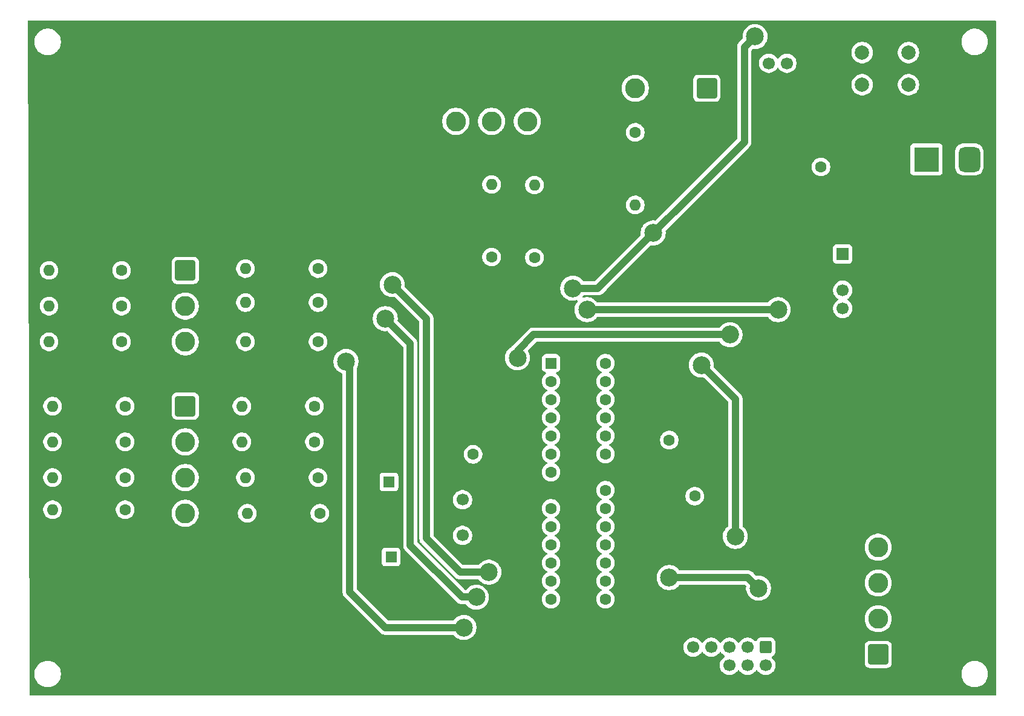
<source format=gbr>
%TF.GenerationSoftware,KiCad,Pcbnew,9.0.1*%
%TF.CreationDate,2025-09-08T04:28:44-04:00*%
%TF.ProjectId,SNAKE_GAME,534e414b-455f-4474-914d-452e6b696361,rev?*%
%TF.SameCoordinates,Original*%
%TF.FileFunction,Copper,L1,Top*%
%TF.FilePolarity,Positive*%
%FSLAX46Y46*%
G04 Gerber Fmt 4.6, Leading zero omitted, Abs format (unit mm)*
G04 Created by KiCad (PCBNEW 9.0.1) date 2025-09-08 04:28:44*
%MOMM*%
%LPD*%
G01*
G04 APERTURE LIST*
G04 Aperture macros list*
%AMRoundRect*
0 Rectangle with rounded corners*
0 $1 Rounding radius*
0 $2 $3 $4 $5 $6 $7 $8 $9 X,Y pos of 4 corners*
0 Add a 4 corners polygon primitive as box body*
4,1,4,$2,$3,$4,$5,$6,$7,$8,$9,$2,$3,0*
0 Add four circle primitives for the rounded corners*
1,1,$1+$1,$2,$3*
1,1,$1+$1,$4,$5*
1,1,$1+$1,$6,$7*
1,1,$1+$1,$8,$9*
0 Add four rect primitives between the rounded corners*
20,1,$1+$1,$2,$3,$4,$5,0*
20,1,$1+$1,$4,$5,$6,$7,0*
20,1,$1+$1,$6,$7,$8,$9,0*
20,1,$1+$1,$8,$9,$2,$3,0*%
G04 Aperture macros list end*
%TA.AperFunction,ComponentPad*%
%ADD10O,1.600000X1.600000*%
%TD*%
%TA.AperFunction,ComponentPad*%
%ADD11C,1.600000*%
%TD*%
%TA.AperFunction,ComponentPad*%
%ADD12R,1.700000X1.700000*%
%TD*%
%TA.AperFunction,ComponentPad*%
%ADD13C,1.700000*%
%TD*%
%TA.AperFunction,ComponentPad*%
%ADD14R,1.600000X1.600000*%
%TD*%
%TA.AperFunction,ComponentPad*%
%ADD15RoundRect,0.250000X-0.600000X0.600000X-0.600000X-0.600000X0.600000X-0.600000X0.600000X0.600000X0*%
%TD*%
%TA.AperFunction,ComponentPad*%
%ADD16C,2.800000*%
%TD*%
%TA.AperFunction,ComponentPad*%
%ADD17RoundRect,0.250001X-1.149999X1.149999X-1.149999X-1.149999X1.149999X-1.149999X1.149999X1.149999X0*%
%TD*%
%TA.AperFunction,ComponentPad*%
%ADD18RoundRect,0.250000X-0.550000X-0.550000X0.550000X-0.550000X0.550000X0.550000X-0.550000X0.550000X0*%
%TD*%
%TA.AperFunction,ComponentPad*%
%ADD19RoundRect,0.250001X1.149999X1.149999X-1.149999X1.149999X-1.149999X-1.149999X1.149999X-1.149999X0*%
%TD*%
%TA.AperFunction,ComponentPad*%
%ADD20RoundRect,0.250001X-1.149999X-1.149999X1.149999X-1.149999X1.149999X1.149999X-1.149999X1.149999X0*%
%TD*%
%TA.AperFunction,ComponentPad*%
%ADD21RoundRect,0.250001X1.149999X-1.149999X1.149999X1.149999X-1.149999X1.149999X-1.149999X-1.149999X0*%
%TD*%
%TA.AperFunction,ComponentPad*%
%ADD22R,3.500000X3.500000*%
%TD*%
%TA.AperFunction,ComponentPad*%
%ADD23RoundRect,0.750000X0.750000X1.000000X-0.750000X1.000000X-0.750000X-1.000000X0.750000X-1.000000X0*%
%TD*%
%TA.AperFunction,ComponentPad*%
%ADD24RoundRect,0.875000X0.875000X0.875000X-0.875000X0.875000X-0.875000X-0.875000X0.875000X-0.875000X0*%
%TD*%
%TA.AperFunction,ComponentPad*%
%ADD25C,2.000000*%
%TD*%
%TA.AperFunction,ViaPad*%
%ADD26C,2.500000*%
%TD*%
%TA.AperFunction,Conductor*%
%ADD27C,1.000000*%
%TD*%
G04 APERTURE END LIST*
D10*
%TO.P,R6,2*%
%TO.N,/B_EXIT*%
X32420000Y60000000D03*
D11*
%TO.P,R6,1*%
%TO.N,Net-(U1-PD6)*%
X42580000Y60000000D03*
%TD*%
D12*
%TO.P,J7,1,Pin_1*%
%TO.N,VCC*%
X116025000Y62050000D03*
D13*
%TO.P,J7,2,Pin_2*%
%TO.N,GND*%
X116025000Y59510000D03*
%TO.P,J7,3,Pin_3*%
%TO.N,/TXD*%
X116025000Y56970000D03*
%TO.P,J7,4,Pin_4*%
%TO.N,/RXD*%
X116025000Y54430000D03*
%TD*%
D14*
%TO.P,C3,1*%
%TO.N,Net-(U1-XTAL2{slash}PB7)*%
X52815000Y19640000D03*
D11*
%TO.P,C3,2*%
%TO.N,GND*%
X50315000Y19640000D03*
%TD*%
%TO.P,R13,1*%
%TO.N,Net-(U1-PB0)*%
X42580000Y49750000D03*
D10*
%TO.P,R13,2*%
%TO.N,/B_SELECT*%
X32420000Y49750000D03*
%TD*%
D14*
%TO.P,C1,1*%
%TO.N,GND*%
X95315000Y30640000D03*
D11*
%TO.P,C1,2*%
%TO.N,VCC*%
X95315000Y28140000D03*
%TD*%
%TO.P,220UF1,1*%
%TO.N,VCC*%
X113000000Y74250000D03*
%TO.P,220UF1,2*%
%TO.N,GND*%
X113000000Y76750000D03*
%TD*%
%TO.P,R2,1*%
%TO.N,Net-(U1-PD2)*%
X42080000Y40750000D03*
D10*
%TO.P,R2,2*%
%TO.N,/JS_UP*%
X31920000Y40750000D03*
%TD*%
D11*
%TO.P,R3,1*%
%TO.N,Net-(U1-PD3)*%
X42080000Y35750000D03*
D10*
%TO.P,R3,2*%
%TO.N,/JS_DOWN*%
X31920000Y35750000D03*
%TD*%
D11*
%TO.P,R4,1*%
%TO.N,Net-(U1-PD4)*%
X42580000Y30750000D03*
D10*
%TO.P,R4,2*%
%TO.N,/JS_LEFT*%
X32420000Y30750000D03*
%TD*%
D11*
%TO.P,R5,1*%
%TO.N,Net-(U1-PD5)*%
X42830000Y25750000D03*
D10*
%TO.P,R5,2*%
%TO.N,/JS_RIGHT*%
X32670000Y25750000D03*
%TD*%
D12*
%TO.P,J3,1,Pin_1*%
%TO.N,GND*%
X110750000Y88750000D03*
D13*
%TO.P,J3,2,Pin_2*%
%TO.N,Net-(J3-Pin_2)*%
X108210000Y88750000D03*
%TO.P,J3,3,Pin_3*%
%TO.N,VCC*%
X105670000Y88750000D03*
%TD*%
D15*
%TO.P,J4,1,Pin_1*%
%TO.N,/MOSI*%
X105250000Y7000000D03*
D13*
%TO.P,J4,2,Pin_2*%
%TO.N,VCC*%
X105250000Y4460000D03*
%TO.P,J4,3,Pin_3*%
%TO.N,unconnected-(J4-Pin_3-Pad3)*%
X102710000Y7000000D03*
%TO.P,J4,4,Pin_4*%
%TO.N,unconnected-(J4-Pin_4-Pad4)*%
X102710000Y4460000D03*
%TO.P,J4,5,Pin_5*%
%TO.N,/RESET*%
X100170000Y7000000D03*
%TO.P,J4,6,Pin_6*%
%TO.N,unconnected-(J4-Pin_6-Pad6)*%
X100170000Y4460000D03*
%TO.P,J4,7,Pin_7*%
%TO.N,/SCK*%
X97630000Y7000000D03*
%TO.P,J4,8,Pin_8*%
%TO.N,GND*%
X97630000Y4460000D03*
%TO.P,J4,9,Pin_9*%
%TO.N,/MISO*%
X95090000Y7000000D03*
%TO.P,J4,10,Pin_10*%
%TO.N,GND*%
X95090000Y4460000D03*
%TD*%
D14*
%TO.P,C4,1*%
%TO.N,GND*%
X61794888Y34000000D03*
D11*
%TO.P,C4,2*%
%TO.N,VCC*%
X64294888Y34000000D03*
%TD*%
D16*
%TO.P,J6,4,Pin_4*%
%TO.N,/JS_RIGHT*%
X24000000Y25750000D03*
%TO.P,J6,3,Pin_3*%
%TO.N,/JS_LEFT*%
X24000000Y30750000D03*
%TO.P,J6,2,Pin_2*%
%TO.N,/JS_DOWN*%
X24000000Y35750000D03*
D17*
%TO.P,J6,1,Pin_1*%
%TO.N,/JS_UP*%
X24000000Y40750000D03*
%TD*%
D14*
%TO.P,C2,1*%
%TO.N,Net-(U1-XTAL1{slash}PB6)*%
X52520113Y30140000D03*
D11*
%TO.P,C2,2*%
%TO.N,GND*%
X50020113Y30140000D03*
%TD*%
%TO.P,R7,1*%
%TO.N,Net-(U1-PD7)*%
X42580000Y55250000D03*
D10*
%TO.P,R7,2*%
%TO.N,/B_START*%
X32420000Y55250000D03*
%TD*%
D11*
%TO.P,R14,1*%
%TO.N,/B_SELECT*%
X15080000Y49750000D03*
D10*
%TO.P,R14,2*%
%TO.N,VCC*%
X4920000Y49750000D03*
%TD*%
D11*
%TO.P,R15,1*%
%TO.N,/B_START*%
X15080000Y54750000D03*
D10*
%TO.P,R15,2*%
%TO.N,VCC*%
X4920000Y54750000D03*
%TD*%
D11*
%TO.P,R16,1*%
%TO.N,/B_EXIT*%
X15080000Y59750000D03*
D10*
%TO.P,R16,2*%
%TO.N,VCC*%
X4920000Y59750000D03*
%TD*%
D11*
%TO.P,R17,1*%
%TO.N,/JS_RIGHT*%
X15580000Y26250000D03*
D10*
%TO.P,R17,2*%
%TO.N,VCC*%
X5420000Y26250000D03*
%TD*%
D11*
%TO.P,R18,1*%
%TO.N,/JS_LEFT*%
X15580000Y30750000D03*
D10*
%TO.P,R18,2*%
%TO.N,VCC*%
X5420000Y30750000D03*
%TD*%
D11*
%TO.P,R19,1*%
%TO.N,/JS_DOWN*%
X15580000Y35750000D03*
D10*
%TO.P,R19,2*%
%TO.N,VCC*%
X5420000Y35750000D03*
%TD*%
D11*
%TO.P,R20,1*%
%TO.N,/JS_UP*%
X15580000Y40750000D03*
D10*
%TO.P,R20,2*%
%TO.N,VCC*%
X5420000Y40750000D03*
%TD*%
D11*
%TO.P,R21,1*%
%TO.N,VCC*%
X66875000Y61625000D03*
D10*
%TO.P,R21,2*%
%TO.N,/SDA*%
X66875000Y71785000D03*
%TD*%
D11*
%TO.P,R22,1*%
%TO.N,VCC*%
X72875000Y61545000D03*
D10*
%TO.P,R22,2*%
%TO.N,/SCL*%
X72875000Y71705000D03*
%TD*%
D11*
%TO.P,R24,1*%
%TO.N,/DIN_GRID*%
X87000000Y79080000D03*
D10*
%TO.P,R24,2*%
%TO.N,VCC*%
X87000000Y68920000D03*
%TD*%
D11*
%TO.P,U1,28,PC5*%
%TO.N,/SCL*%
X82815000Y46760000D03*
%TO.P,U1,27,PC4*%
%TO.N,/SDA*%
X82815000Y44220000D03*
%TO.P,U1,26,PC3*%
%TO.N,unconnected-(U1-PC3-Pad26)*%
X82815000Y41680000D03*
%TO.P,U1,25,PC2*%
%TO.N,unconnected-(U1-PC2-Pad25)*%
X82815000Y39140000D03*
%TO.P,U1,24,PC1*%
%TO.N,unconnected-(U1-PC1-Pad24)*%
X82815000Y36600000D03*
%TO.P,U1,23,PC0*%
%TO.N,/DIN_GRID*%
X82815000Y34060000D03*
%TO.P,U1,22,GND*%
%TO.N,GND*%
X82815000Y31520000D03*
%TO.P,U1,21,AREF*%
%TO.N,Net-(U1-AREF)*%
X82815000Y28980000D03*
%TO.P,U1,20,AVCC*%
%TO.N,VCC*%
X82815000Y26440000D03*
%TO.P,U1,19,PB5*%
%TO.N,/SCK*%
X82815000Y23900000D03*
%TO.P,U1,18,PB4*%
%TO.N,/MISO*%
X82815000Y21360000D03*
%TO.P,U1,17,PB3*%
%TO.N,/MOSI*%
X82815000Y18820000D03*
%TO.P,U1,16,PB2*%
%TO.N,unconnected-(U1-PB2-Pad16)*%
X82815000Y16280000D03*
%TO.P,U1,15,PB1*%
%TO.N,unconnected-(U1-PB1-Pad15)*%
X82815000Y13740000D03*
%TO.P,U1,14,PB0*%
%TO.N,Net-(U1-PB0)*%
X75195000Y13740000D03*
%TO.P,U1,13,PD7*%
%TO.N,Net-(U1-PD7)*%
X75195000Y16280000D03*
%TO.P,U1,12,PD6*%
%TO.N,Net-(U1-PD6)*%
X75195000Y18820000D03*
%TO.P,U1,11,PD5*%
%TO.N,Net-(U1-PD5)*%
X75195000Y21360000D03*
%TO.P,U1,10,XTAL2/PB7*%
%TO.N,Net-(U1-XTAL2{slash}PB7)*%
X75195000Y23900000D03*
%TO.P,U1,9,XTAL1/PB6*%
%TO.N,Net-(U1-XTAL1{slash}PB6)*%
X75195000Y26440000D03*
%TO.P,U1,8,GND*%
%TO.N,GND*%
X75195000Y28980000D03*
%TO.P,U1,7,VCC*%
%TO.N,VCC*%
X75195000Y31520000D03*
%TO.P,U1,6,PD4*%
%TO.N,Net-(U1-PD4)*%
X75195000Y34060000D03*
%TO.P,U1,5,PD3*%
%TO.N,Net-(U1-PD3)*%
X75195000Y36600000D03*
%TO.P,U1,4,PD2*%
%TO.N,Net-(U1-PD2)*%
X75195000Y39140000D03*
%TO.P,U1,3,PD1*%
%TO.N,/TXD*%
X75195000Y41680000D03*
%TO.P,U1,2,PD0*%
%TO.N,/RXD*%
X75195000Y44220000D03*
D18*
%TO.P,U1,1,~{RESET}/PC6*%
%TO.N,/RESET*%
X75195000Y46760000D03*
%TD*%
D13*
%TO.P,Y1,1,1*%
%TO.N,Net-(U1-XTAL2{slash}PB7)*%
X62815000Y22640000D03*
%TO.P,Y1,2,2*%
%TO.N,Net-(U1-XTAL1{slash}PB6)*%
X62815000Y27640000D03*
%TD*%
D14*
%TO.P,C5,1*%
%TO.N,GND*%
X94250000Y36000000D03*
D11*
%TO.P,C5,2*%
%TO.N,Net-(U1-AREF)*%
X91750000Y36000000D03*
%TD*%
D17*
%TO.P,J5,1,Pin_1*%
%TO.N,/B_EXIT*%
X24000000Y59750000D03*
D16*
%TO.P,J5,2,Pin_2*%
%TO.N,/B_START*%
X24000000Y54750000D03*
%TO.P,J5,3,Pin_3*%
%TO.N,/B_SELECT*%
X24000000Y49750000D03*
%TD*%
D19*
%TO.P,J1,1,Pin_1*%
%TO.N,VCC*%
X97000000Y85250000D03*
D16*
%TO.P,J1,2,Pin_2*%
%TO.N,GND*%
X92000000Y85250000D03*
%TO.P,J1,3,Pin_3*%
%TO.N,/DIN_GRID*%
X87000000Y85250000D03*
%TD*%
D20*
%TO.P,J8,1,Pin_1*%
%TO.N,GND*%
X56875000Y80625000D03*
D16*
%TO.P,J8,2,Pin_2*%
%TO.N,VCC*%
X61875000Y80625000D03*
%TO.P,J8,3,Pin_3*%
%TO.N,/SDA*%
X66875000Y80625000D03*
%TO.P,J8,4,Pin_4*%
%TO.N,/SCL*%
X71875000Y80625000D03*
%TD*%
D21*
%TO.P,J9,1,Pin_1*%
%TO.N,GND*%
X121000000Y29990000D03*
D16*
%TO.P,J9,2,Pin_2*%
X121000000Y34990000D03*
%TO.P,J9,3,Pin_3*%
X121000000Y39990000D03*
%TO.P,J9,4,Pin_4*%
X121000000Y44990000D03*
%TD*%
D21*
%TO.P,J10,1,Pin_1*%
%TO.N,VCC*%
X121000000Y5990000D03*
D16*
%TO.P,J10,2,Pin_2*%
X121000000Y10990000D03*
%TO.P,J10,3,Pin_3*%
X121000000Y15990000D03*
%TO.P,J10,4,Pin_4*%
X121000000Y20990000D03*
%TD*%
D22*
%TO.P,J11,1*%
%TO.N,VCC*%
X127750000Y75292500D03*
D23*
%TO.P,J11,2*%
%TO.N,unconnected-(J11-Pad2)*%
X133750000Y75292500D03*
D24*
%TO.P,J11,3*%
%TO.N,GND*%
X130750000Y79992500D03*
%TD*%
D25*
%TO.P,SW1,1,1*%
%TO.N,/RESET*%
X118750000Y90250000D03*
X125250000Y90250000D03*
%TO.P,SW1,2,2*%
%TO.N,Net-(J3-Pin_2)*%
X118750000Y85750000D03*
X125250000Y85750000D03*
%TD*%
D26*
%TO.N,/MOSI*%
X104250000Y15250000D03*
X91750000Y16750000D03*
%TO.N,Net-(U1-PD6)*%
X66500000Y17500000D03*
X53000000Y57750000D03*
%TO.N,/RESET*%
X89500000Y65000000D03*
%TO.N,/RXD*%
X107000000Y54250000D03*
%TO.N,/TXD*%
X70500000Y47500000D03*
%TO.N,Net-(U1-PB0)*%
X46500000Y47000000D03*
%TO.N,/RESET*%
X96250000Y46500000D03*
%TO.N,Net-(U1-PD7)*%
X64750000Y14000000D03*
%TO.N,/TXD*%
X100250000Y50750000D03*
%TO.N,/RXD*%
X80250000Y54250000D03*
%TO.N,Net-(U1-PD7)*%
X52000000Y53000000D03*
%TO.N,/RESET*%
X78250000Y57250000D03*
%TO.N,Net-(U1-PB0)*%
X63000000Y9750000D03*
%TO.N,/RESET*%
X101000000Y22500000D03*
X103750000Y92500000D03*
%TD*%
D27*
%TO.N,/MOSI*%
X102750000Y16750000D02*
X104250000Y15250000D01*
X91750000Y16750000D02*
X102750000Y16750000D01*
%TO.N,Net-(U1-PB0)*%
X47000000Y14750000D02*
X52000000Y9750000D01*
X47000000Y46500000D02*
X47000000Y14750000D01*
X52000000Y9750000D02*
X63000000Y9750000D01*
X46500000Y47000000D02*
X47000000Y46500000D01*
%TO.N,Net-(U1-PD6)*%
X62500000Y17500000D02*
X66500000Y17500000D01*
%TO.N,/RESET*%
X101000000Y41750000D02*
X96250000Y46500000D01*
%TO.N,/TXD*%
X72750000Y50750000D02*
X100250000Y50750000D01*
%TO.N,/RESET*%
X78250000Y57250000D02*
X81750000Y57250000D01*
%TO.N,Net-(U1-PD7)*%
X52000000Y53000000D02*
X55500000Y49500000D01*
X55500000Y21250000D02*
X62750000Y14000000D01*
%TO.N,/RESET*%
X101000000Y22500000D02*
X101000000Y41750000D01*
%TO.N,/TXD*%
X70500000Y47500000D02*
X70500000Y48500000D01*
%TO.N,Net-(U1-PD7)*%
X55500000Y49500000D02*
X55500000Y21250000D01*
%TO.N,/RESET*%
X102250000Y91000000D02*
X103750000Y92500000D01*
%TO.N,/TXD*%
X70500000Y48500000D02*
X72750000Y50750000D01*
X100250000Y50750000D02*
X101000000Y50750000D01*
%TO.N,Net-(U1-PD6)*%
X57750000Y22250000D02*
X62500000Y17500000D01*
X57750000Y53000000D02*
X57750000Y22250000D01*
%TO.N,/RESET*%
X81750000Y57250000D02*
X102250000Y77750000D01*
X102250000Y77750000D02*
X102250000Y91000000D01*
%TO.N,Net-(U1-PD7)*%
X62750000Y14000000D02*
X64750000Y14000000D01*
%TO.N,Net-(U1-PD6)*%
X53000000Y57750000D02*
X57750000Y53000000D01*
%TO.N,/RXD*%
X80250000Y54250000D02*
X107000000Y54250000D01*
%TO.N,VCC*%
X72795000Y61625000D02*
X72875000Y61545000D01*
%TD*%
%TA.AperFunction,Conductor*%
%TO.N,GND*%
G36*
X137442539Y94729815D02*
G01*
X137488294Y94677011D01*
X137499500Y94625500D01*
X137499500Y374500D01*
X137479815Y307461D01*
X137427011Y261706D01*
X137375500Y250500D01*
X2338330Y250500D01*
X2271291Y270185D01*
X2225536Y322989D01*
X2214330Y374192D01*
X2206893Y3371288D01*
X2899500Y3371288D01*
X2899500Y3128711D01*
X2931161Y2888214D01*
X2993947Y2653895D01*
X3086773Y2429794D01*
X3086777Y2429785D01*
X3208067Y2219706D01*
X3355733Y2027263D01*
X3355739Y2027256D01*
X3527256Y1855739D01*
X3527263Y1855733D01*
X3719706Y1708067D01*
X3929785Y1586777D01*
X3929794Y1586773D01*
X4153895Y1493947D01*
X4388214Y1431161D01*
X4628711Y1399500D01*
X4628712Y1399500D01*
X4871289Y1399500D01*
X5111785Y1431161D01*
X5346104Y1493947D01*
X5570205Y1586773D01*
X5570214Y1586777D01*
X5608661Y1608974D01*
X5780289Y1708064D01*
X5780293Y1708067D01*
X5972736Y1855733D01*
X5972743Y1855739D01*
X6144260Y2027256D01*
X6144266Y2027263D01*
X6291932Y2219706D01*
X6291936Y2219711D01*
X6413224Y2429788D01*
X6506054Y2653900D01*
X6568838Y2888211D01*
X6600500Y3128712D01*
X6600500Y3371288D01*
X6568838Y3611789D01*
X6506054Y3846100D01*
X6413224Y4070212D01*
X6291936Y4280289D01*
X6144265Y4472738D01*
X5972738Y4644265D01*
X5780289Y4791936D01*
X5570212Y4913224D01*
X5346100Y5006054D01*
X5111789Y5068838D01*
X4919388Y5094167D01*
X4871289Y5100500D01*
X4871288Y5100500D01*
X4628712Y5100500D01*
X4628711Y5100500D01*
X4568586Y5092584D01*
X4388211Y5068838D01*
X4153900Y5006054D01*
X3929788Y4913224D01*
X3719711Y4791936D01*
X3699254Y4776239D01*
X3527263Y4644266D01*
X3527256Y4644260D01*
X3355739Y4472743D01*
X3355733Y4472736D01*
X3277933Y4371344D01*
X3208064Y4280289D01*
X3135836Y4155186D01*
X3086777Y4070214D01*
X3086773Y4070205D01*
X2993947Y3846104D01*
X2931161Y3611785D01*
X2899500Y3371288D01*
X2206893Y3371288D01*
X2206884Y3375039D01*
X2197625Y7106286D01*
X93739500Y7106286D01*
X93739500Y6893713D01*
X93772753Y6683760D01*
X93838444Y6481585D01*
X93934951Y6292179D01*
X94059890Y6120213D01*
X94210213Y5969890D01*
X94382179Y5844951D01*
X94571585Y5748444D01*
X94773760Y5682753D01*
X94773759Y5682753D01*
X94926555Y5658553D01*
X94983713Y5649500D01*
X94983714Y5649500D01*
X95196286Y5649500D01*
X95196287Y5649500D01*
X95262587Y5660001D01*
X95406239Y5682753D01*
X95406241Y5682753D01*
X95406243Y5682754D01*
X95608412Y5748443D01*
X95694897Y5792509D01*
X95797820Y5844951D01*
X95969786Y5969890D01*
X96120109Y6120213D01*
X96245050Y6292182D01*
X96249516Y6300946D01*
X96297491Y6351742D01*
X96365312Y6368536D01*
X96431447Y6345998D01*
X96470484Y6300946D01*
X96474949Y6292182D01*
X96599890Y6120213D01*
X96750213Y5969890D01*
X96922179Y5844951D01*
X97111585Y5748444D01*
X97313760Y5682753D01*
X97313759Y5682753D01*
X97466555Y5658553D01*
X97523713Y5649500D01*
X97523714Y5649500D01*
X97736286Y5649500D01*
X97736287Y5649500D01*
X97802587Y5660001D01*
X97946239Y5682753D01*
X97946241Y5682753D01*
X97946243Y5682754D01*
X98148412Y5748443D01*
X98234897Y5792509D01*
X98337820Y5844951D01*
X98509786Y5969890D01*
X98660109Y6120213D01*
X98785050Y6292182D01*
X98789516Y6300946D01*
X98837491Y6351742D01*
X98905312Y6368536D01*
X98971447Y6345998D01*
X99010484Y6300946D01*
X99014949Y6292182D01*
X99139890Y6120213D01*
X99290213Y5969890D01*
X99462182Y5844949D01*
X99470946Y5840484D01*
X99521742Y5792509D01*
X99538536Y5724688D01*
X99515998Y5658553D01*
X99470946Y5619516D01*
X99462182Y5615050D01*
X99290213Y5490109D01*
X99139890Y5339786D01*
X99014951Y5167820D01*
X99014949Y5167816D01*
X98918443Y4978412D01*
X98857219Y4789984D01*
X98852753Y4776239D01*
X98819500Y4566286D01*
X98819500Y4353713D01*
X98852753Y4143760D01*
X98918444Y3941585D01*
X99014951Y3752179D01*
X99139890Y3580213D01*
X99290213Y3429890D01*
X99462179Y3304951D01*
X99651585Y3208444D01*
X99853760Y3142753D01*
X99853759Y3142753D01*
X100024202Y3115757D01*
X100063713Y3109500D01*
X100063714Y3109500D01*
X100276286Y3109500D01*
X100276287Y3109500D01*
X100339644Y3119534D01*
X100486239Y3142753D01*
X100486241Y3142753D01*
X100486243Y3142754D01*
X100688412Y3208443D01*
X100877816Y3304949D01*
X100877820Y3304951D01*
X101049786Y3429890D01*
X101200109Y3580213D01*
X101325050Y3752182D01*
X101329516Y3760946D01*
X101377491Y3811742D01*
X101445312Y3828536D01*
X101511447Y3805998D01*
X101550484Y3760946D01*
X101554949Y3752182D01*
X101679890Y3580213D01*
X101830213Y3429890D01*
X102002179Y3304951D01*
X102191585Y3208444D01*
X102393760Y3142753D01*
X102393759Y3142753D01*
X102564202Y3115757D01*
X102603713Y3109500D01*
X102603714Y3109500D01*
X102816286Y3109500D01*
X102816287Y3109500D01*
X102879644Y3119534D01*
X103026239Y3142753D01*
X103026241Y3142753D01*
X103026243Y3142754D01*
X103228412Y3208443D01*
X103417816Y3304949D01*
X103417820Y3304951D01*
X103589786Y3429890D01*
X103740109Y3580213D01*
X103865050Y3752182D01*
X103869516Y3760946D01*
X103917491Y3811742D01*
X103985312Y3828536D01*
X104051447Y3805998D01*
X104090484Y3760946D01*
X104094949Y3752182D01*
X104219890Y3580213D01*
X104370213Y3429890D01*
X104542179Y3304951D01*
X104731585Y3208444D01*
X104933760Y3142753D01*
X104933759Y3142753D01*
X105104202Y3115757D01*
X105143713Y3109500D01*
X105143714Y3109500D01*
X105356286Y3109500D01*
X105356287Y3109500D01*
X105419644Y3119534D01*
X105566239Y3142753D01*
X105566241Y3142753D01*
X105566243Y3142754D01*
X105768412Y3208443D01*
X105957816Y3304949D01*
X105957820Y3304951D01*
X106049126Y3371288D01*
X132649500Y3371288D01*
X132649500Y3128711D01*
X132681161Y2888214D01*
X132743947Y2653895D01*
X132836773Y2429794D01*
X132836777Y2429785D01*
X132958067Y2219706D01*
X133105733Y2027263D01*
X133105739Y2027256D01*
X133277256Y1855739D01*
X133277263Y1855733D01*
X133469706Y1708067D01*
X133679785Y1586777D01*
X133679794Y1586773D01*
X133903895Y1493947D01*
X134138214Y1431161D01*
X134378711Y1399500D01*
X134378712Y1399500D01*
X134621289Y1399500D01*
X134861785Y1431161D01*
X135096104Y1493947D01*
X135320205Y1586773D01*
X135320214Y1586777D01*
X135358661Y1608974D01*
X135530289Y1708064D01*
X135530293Y1708067D01*
X135722736Y1855733D01*
X135722743Y1855739D01*
X135894260Y2027256D01*
X135894266Y2027263D01*
X136041932Y2219706D01*
X136041936Y2219711D01*
X136163224Y2429788D01*
X136256054Y2653900D01*
X136318838Y2888211D01*
X136350500Y3128712D01*
X136350500Y3371288D01*
X136318838Y3611789D01*
X136256054Y3846100D01*
X136163224Y4070212D01*
X136041936Y4280289D01*
X135894265Y4472738D01*
X135722738Y4644265D01*
X135530289Y4791936D01*
X135320212Y4913224D01*
X135096100Y5006054D01*
X134861789Y5068838D01*
X134669388Y5094167D01*
X134621289Y5100500D01*
X134621288Y5100500D01*
X134378712Y5100500D01*
X134378711Y5100500D01*
X134318586Y5092584D01*
X134138211Y5068838D01*
X133903900Y5006054D01*
X133679788Y4913224D01*
X133469711Y4791936D01*
X133449254Y4776239D01*
X133277263Y4644266D01*
X133277256Y4644260D01*
X133105739Y4472743D01*
X133105733Y4472736D01*
X133027933Y4371344D01*
X132958064Y4280289D01*
X132885836Y4155186D01*
X132836777Y4070214D01*
X132836773Y4070205D01*
X132743947Y3846104D01*
X132681161Y3611785D01*
X132649500Y3371288D01*
X106049126Y3371288D01*
X106129786Y3429890D01*
X106280109Y3580213D01*
X106405048Y3752179D01*
X106409515Y3760946D01*
X106501557Y3941588D01*
X106567246Y4143757D01*
X106600500Y4353713D01*
X106600500Y4566287D01*
X106567246Y4776243D01*
X106501557Y4978412D01*
X106405051Y5167816D01*
X106389086Y5189789D01*
X106280109Y5339786D01*
X106280106Y5339788D01*
X106280104Y5339792D01*
X106129792Y5490104D01*
X106124896Y5493660D01*
X106082230Y5548987D01*
X106076248Y5618600D01*
X106108851Y5680397D01*
X106158772Y5711686D01*
X106169329Y5715184D01*
X106169336Y5715187D01*
X106309181Y5801444D01*
X106318656Y5807288D01*
X106442712Y5931344D01*
X106534814Y6080666D01*
X106589999Y6247203D01*
X106600500Y6349991D01*
X106600499Y7190015D01*
X119099500Y7190015D01*
X119099500Y4789984D01*
X119110000Y4687204D01*
X119110001Y4687203D01*
X119165186Y4520664D01*
X119165187Y4520662D01*
X119257286Y4371348D01*
X119257289Y4371344D01*
X119381344Y4247289D01*
X119381348Y4247286D01*
X119530662Y4155187D01*
X119530664Y4155186D01*
X119697203Y4100001D01*
X119697204Y4100000D01*
X119799984Y4089500D01*
X119799992Y4089500D01*
X122200015Y4089500D01*
X122302795Y4100000D01*
X122302797Y4100001D01*
X122434853Y4143760D01*
X122469335Y4155186D01*
X122469337Y4155187D01*
X122618651Y4247286D01*
X122618655Y4247289D01*
X122742710Y4371344D01*
X122742713Y4371348D01*
X122834812Y4520662D01*
X122834813Y4520664D01*
X122834814Y4520666D01*
X122889999Y4687203D01*
X122900500Y4789992D01*
X122900500Y7190008D01*
X122889999Y7292797D01*
X122834814Y7459334D01*
X122742711Y7608655D01*
X122618655Y7732711D01*
X122469334Y7824814D01*
X122302797Y7879999D01*
X122200008Y7890500D01*
X119799992Y7890500D01*
X119697203Y7879999D01*
X119530666Y7824814D01*
X119530664Y7824813D01*
X119530662Y7824812D01*
X119381348Y7732713D01*
X119381344Y7732710D01*
X119257289Y7608655D01*
X119257286Y7608651D01*
X119165187Y7459337D01*
X119165186Y7459335D01*
X119110001Y7292796D01*
X119110000Y7292795D01*
X119099500Y7190015D01*
X106600499Y7190015D01*
X106600499Y7650008D01*
X106589999Y7752797D01*
X106534814Y7919334D01*
X106442712Y8068656D01*
X106318656Y8192712D01*
X106169334Y8284814D01*
X106002797Y8339999D01*
X105900009Y8350500D01*
X104599992Y8350499D01*
X104599983Y8350498D01*
X104599981Y8350498D01*
X104497203Y8339999D01*
X104330666Y8284814D01*
X104181344Y8192712D01*
X104057288Y8068656D01*
X104000069Y7975888D01*
X103965187Y7919336D01*
X103965182Y7919325D01*
X103961686Y7908773D01*
X103921913Y7851328D01*
X103857397Y7824506D01*
X103788621Y7836822D01*
X103743656Y7874903D01*
X103740107Y7879788D01*
X103740106Y7879788D01*
X103740104Y7879792D01*
X103589792Y8030104D01*
X103589788Y8030106D01*
X103589786Y8030109D01*
X103417820Y8155048D01*
X103417816Y8155051D01*
X103228412Y8251557D01*
X103026243Y8317246D01*
X102816287Y8350500D01*
X102603713Y8350500D01*
X102393757Y8317246D01*
X102191588Y8251557D01*
X102002184Y8155051D01*
X102002181Y8155049D01*
X102002179Y8155048D01*
X101830213Y8030109D01*
X101679890Y7879786D01*
X101554951Y7707820D01*
X101550486Y7699056D01*
X101502512Y7648259D01*
X101434692Y7631463D01*
X101368556Y7653999D01*
X101329514Y7699056D01*
X101325051Y7707816D01*
X101292369Y7752799D01*
X101200109Y7879786D01*
X101200106Y7879788D01*
X101200104Y7879792D01*
X101049792Y8030104D01*
X101049788Y8030106D01*
X101049786Y8030109D01*
X100877820Y8155048D01*
X100877816Y8155051D01*
X100688412Y8251557D01*
X100486243Y8317246D01*
X100276287Y8350500D01*
X100063713Y8350500D01*
X99853757Y8317246D01*
X99651588Y8251557D01*
X99462184Y8155051D01*
X99462181Y8155049D01*
X99462179Y8155048D01*
X99290213Y8030109D01*
X99139890Y7879786D01*
X99014951Y7707820D01*
X99010486Y7699056D01*
X98962512Y7648259D01*
X98894692Y7631463D01*
X98828556Y7653999D01*
X98789514Y7699056D01*
X98785051Y7707816D01*
X98752369Y7752799D01*
X98660109Y7879786D01*
X98660106Y7879788D01*
X98660104Y7879792D01*
X98509792Y8030104D01*
X98509788Y8030106D01*
X98509786Y8030109D01*
X98337820Y8155048D01*
X98337816Y8155051D01*
X98148412Y8251557D01*
X97946243Y8317246D01*
X97736287Y8350500D01*
X97523713Y8350500D01*
X97313757Y8317246D01*
X97111588Y8251557D01*
X96922184Y8155051D01*
X96922181Y8155049D01*
X96922179Y8155048D01*
X96750213Y8030109D01*
X96599890Y7879786D01*
X96474951Y7707820D01*
X96470486Y7699056D01*
X96422512Y7648259D01*
X96354692Y7631463D01*
X96288556Y7653999D01*
X96249514Y7699056D01*
X96245051Y7707816D01*
X96212369Y7752799D01*
X96120109Y7879786D01*
X96120106Y7879788D01*
X96120104Y7879792D01*
X95969792Y8030104D01*
X95969788Y8030106D01*
X95969786Y8030109D01*
X95797820Y8155048D01*
X95797816Y8155051D01*
X95608412Y8251557D01*
X95406243Y8317246D01*
X95196287Y8350500D01*
X94983713Y8350500D01*
X94773757Y8317246D01*
X94571588Y8251557D01*
X94382184Y8155051D01*
X94382181Y8155049D01*
X94382179Y8155048D01*
X94210213Y8030109D01*
X94059890Y7879786D01*
X93934951Y7707820D01*
X93934949Y7707816D01*
X93838443Y7518412D01*
X93772754Y7316243D01*
X93772753Y7316239D01*
X93739500Y7106286D01*
X2197625Y7106286D01*
X2197614Y7110851D01*
X2149868Y26352351D01*
X4119500Y26352351D01*
X4119500Y26147648D01*
X4151522Y25945465D01*
X4214781Y25750776D01*
X4307715Y25568386D01*
X4428028Y25402786D01*
X4572786Y25258028D01*
X4738386Y25137715D01*
X4920776Y25044781D01*
X5115465Y24981522D01*
X5293329Y24953351D01*
X5317648Y24949500D01*
X5317649Y24949500D01*
X5522351Y24949500D01*
X5522352Y24949500D01*
X5549995Y24953878D01*
X5724534Y24981522D01*
X5919223Y25044781D01*
X6044653Y25108691D01*
X6101610Y25137713D01*
X6138740Y25164689D01*
X6267213Y25258028D01*
X6411971Y25402786D01*
X6532284Y25568386D01*
X6532287Y25568390D01*
X6591503Y25684607D01*
X6625218Y25750776D01*
X6688477Y25945465D01*
X6720500Y26147648D01*
X6720500Y26352351D01*
X14279500Y26352351D01*
X14279500Y26147648D01*
X14311522Y25945465D01*
X14374781Y25750776D01*
X14467715Y25568386D01*
X14588028Y25402786D01*
X14732786Y25258028D01*
X14898386Y25137715D01*
X15080776Y25044781D01*
X15275465Y24981522D01*
X15453329Y24953351D01*
X15477648Y24949500D01*
X15477649Y24949500D01*
X15682351Y24949500D01*
X15682352Y24949500D01*
X15709995Y24953878D01*
X15884534Y24981522D01*
X16079223Y25044781D01*
X16204653Y25108691D01*
X16261610Y25137713D01*
X16298740Y25164689D01*
X16427213Y25258028D01*
X16571971Y25402786D01*
X16692284Y25568386D01*
X16692287Y25568390D01*
X16785220Y25750781D01*
X16825438Y25874558D01*
X22099500Y25874558D01*
X22099500Y25625441D01*
X22099501Y25625424D01*
X22132017Y25378438D01*
X22196498Y25137792D01*
X22291830Y24907638D01*
X22291837Y24907623D01*
X22416400Y24691873D01*
X22568060Y24494225D01*
X22568066Y24494218D01*
X22744218Y24318066D01*
X22744225Y24318060D01*
X22941873Y24166400D01*
X23157623Y24041837D01*
X23157638Y24041830D01*
X23387792Y23946498D01*
X23628438Y23882017D01*
X23875424Y23849501D01*
X23875429Y23849500D01*
X23875435Y23849500D01*
X23875442Y23849500D01*
X24124558Y23849500D01*
X24124565Y23849500D01*
X24124570Y23849500D01*
X24124575Y23849501D01*
X24371561Y23882017D01*
X24612207Y23946498D01*
X24842361Y24041830D01*
X24842376Y24041837D01*
X25058126Y24166400D01*
X25255774Y24318060D01*
X25255781Y24318066D01*
X25431933Y24494218D01*
X25431939Y24494225D01*
X25583599Y24691873D01*
X25708162Y24907623D01*
X25708169Y24907638D01*
X25771078Y25059515D01*
X25803502Y25137793D01*
X25867982Y25378435D01*
X25900500Y25625435D01*
X25900500Y25852351D01*
X31369500Y25852351D01*
X31369500Y25647648D01*
X31401522Y25445465D01*
X31464781Y25250776D01*
X31557715Y25068386D01*
X31678028Y24902786D01*
X31822786Y24758028D01*
X31988386Y24637715D01*
X32170776Y24544781D01*
X32365465Y24481522D01*
X32543329Y24453351D01*
X32567648Y24449500D01*
X32567649Y24449500D01*
X32772351Y24449500D01*
X32772352Y24449500D01*
X32799995Y24453878D01*
X32974534Y24481522D01*
X33169223Y24544781D01*
X33294653Y24608691D01*
X33351610Y24637713D01*
X33351613Y24637715D01*
X33517213Y24758028D01*
X33661971Y24902786D01*
X33782284Y25068386D01*
X33782287Y25068390D01*
X33841503Y25184607D01*
X33875218Y25250776D01*
X33877575Y25258028D01*
X33924608Y25402781D01*
X33938477Y25445465D01*
X33970500Y25647648D01*
X33970500Y25852351D01*
X41529500Y25852351D01*
X41529500Y25647648D01*
X41561522Y25445465D01*
X41624781Y25250776D01*
X41717715Y25068386D01*
X41838028Y24902786D01*
X41982786Y24758028D01*
X42148386Y24637715D01*
X42330776Y24544781D01*
X42525465Y24481522D01*
X42703329Y24453351D01*
X42727648Y24449500D01*
X42727649Y24449500D01*
X42932351Y24449500D01*
X42932352Y24449500D01*
X42959995Y24453878D01*
X43134534Y24481522D01*
X43329223Y24544781D01*
X43454653Y24608691D01*
X43511610Y24637713D01*
X43511613Y24637715D01*
X43677213Y24758028D01*
X43821971Y24902786D01*
X43942284Y25068386D01*
X43942287Y25068390D01*
X44001503Y25184607D01*
X44035218Y25250776D01*
X44037575Y25258028D01*
X44084608Y25402781D01*
X44098477Y25445465D01*
X44130500Y25647648D01*
X44130500Y25852351D01*
X44098477Y26054534D01*
X44035220Y26249219D01*
X43942287Y26431610D01*
X43825485Y26592376D01*
X43821971Y26597213D01*
X43821968Y26597215D01*
X43821966Y26597219D01*
X43677219Y26741966D01*
X43677215Y26741968D01*
X43677213Y26741971D01*
X43586155Y26808127D01*
X43511610Y26862287D01*
X43329219Y26955220D01*
X43134534Y27018477D01*
X42932352Y27050500D01*
X42727648Y27050500D01*
X42626557Y27034488D01*
X42525465Y27018477D01*
X42486376Y27005776D01*
X42330781Y26955220D01*
X42330778Y26955218D01*
X42330776Y26955218D01*
X42284444Y26931610D01*
X42148390Y26862287D01*
X42148386Y26862284D01*
X41982786Y26741971D01*
X41838028Y26597213D01*
X41717715Y26431613D01*
X41624781Y26249223D01*
X41561522Y26054534D01*
X41529500Y25852351D01*
X33970500Y25852351D01*
X33938477Y26054534D01*
X33875220Y26249219D01*
X33782287Y26431610D01*
X33665485Y26592376D01*
X33661971Y26597213D01*
X33661968Y26597215D01*
X33661966Y26597219D01*
X33517219Y26741966D01*
X33517215Y26741968D01*
X33517213Y26741971D01*
X33426155Y26808127D01*
X33351610Y26862287D01*
X33169219Y26955220D01*
X32974534Y27018477D01*
X32772352Y27050500D01*
X32567648Y27050500D01*
X32466557Y27034488D01*
X32365465Y27018477D01*
X32326376Y27005776D01*
X32170781Y26955220D01*
X32170778Y26955218D01*
X32170776Y26955218D01*
X32124444Y26931610D01*
X31988390Y26862287D01*
X31988386Y26862284D01*
X31822786Y26741971D01*
X31678028Y26597213D01*
X31557715Y26431613D01*
X31464781Y26249223D01*
X31401522Y26054534D01*
X31369500Y25852351D01*
X25900500Y25852351D01*
X25900500Y25874565D01*
X25867982Y26121565D01*
X25803502Y26362207D01*
X25708164Y26592373D01*
X25583599Y26808127D01*
X25431938Y27005776D01*
X25255776Y27181938D01*
X25058127Y27333599D01*
X24842373Y27458164D01*
X24612207Y27553502D01*
X24371565Y27617982D01*
X24124565Y27650500D01*
X23875435Y27650500D01*
X23628435Y27617982D01*
X23387793Y27553502D01*
X23256825Y27499253D01*
X23157638Y27458169D01*
X23157623Y27458162D01*
X22941873Y27333599D01*
X22744225Y27181939D01*
X22744218Y27181933D01*
X22568066Y27005781D01*
X22568060Y27005774D01*
X22416400Y26808126D01*
X22291837Y26592376D01*
X22291830Y26592361D01*
X22196498Y26362207D01*
X22132017Y26121561D01*
X22099501Y25874575D01*
X22099500Y25874558D01*
X16825438Y25874558D01*
X16839210Y25916944D01*
X16848475Y25945458D01*
X16848476Y25945464D01*
X16848477Y25945466D01*
X16880500Y26147648D01*
X16880500Y26352352D01*
X16848477Y26554534D01*
X16785220Y26749219D01*
X16692287Y26931610D01*
X16605909Y27050500D01*
X16571971Y27097213D01*
X16571968Y27097215D01*
X16571966Y27097219D01*
X16427219Y27241966D01*
X16427215Y27241968D01*
X16427213Y27241971D01*
X16314638Y27323760D01*
X16261610Y27362287D01*
X16079219Y27455220D01*
X15884534Y27518477D01*
X15682352Y27550500D01*
X15477648Y27550500D01*
X15376557Y27534488D01*
X15275465Y27518477D01*
X15185137Y27489127D01*
X15080781Y27455220D01*
X15080778Y27455218D01*
X15080776Y27455218D01*
X15014607Y27421503D01*
X14898390Y27362287D01*
X14898386Y27362284D01*
X14732786Y27241971D01*
X14588028Y27097213D01*
X14467715Y26931613D01*
X14374781Y26749223D01*
X14311522Y26554534D01*
X14279500Y26352351D01*
X6720500Y26352351D01*
X6707946Y26431610D01*
X6688477Y26554534D01*
X6625220Y26749219D01*
X6532287Y26931610D01*
X6445909Y27050500D01*
X6411971Y27097213D01*
X6411968Y27097215D01*
X6411966Y27097219D01*
X6267219Y27241966D01*
X6267215Y27241968D01*
X6267213Y27241971D01*
X6154638Y27323760D01*
X6101610Y27362287D01*
X5919219Y27455220D01*
X5724534Y27518477D01*
X5522352Y27550500D01*
X5317648Y27550500D01*
X5216557Y27534488D01*
X5115465Y27518477D01*
X5025137Y27489127D01*
X4920781Y27455220D01*
X4920778Y27455218D01*
X4920776Y27455218D01*
X4854607Y27421503D01*
X4738390Y27362287D01*
X4738386Y27362284D01*
X4572786Y27241971D01*
X4428028Y27097213D01*
X4307715Y26931613D01*
X4214781Y26749223D01*
X4151522Y26554534D01*
X4119500Y26352351D01*
X2149868Y26352351D01*
X2149857Y26356916D01*
X2138702Y30852351D01*
X4119500Y30852351D01*
X4119500Y30647648D01*
X4151522Y30445465D01*
X4214781Y30250776D01*
X4307715Y30068386D01*
X4428028Y29902786D01*
X4572786Y29758028D01*
X4738386Y29637715D01*
X4920776Y29544781D01*
X5115465Y29481522D01*
X5293329Y29453351D01*
X5317648Y29449500D01*
X5317649Y29449500D01*
X5522351Y29449500D01*
X5522352Y29449500D01*
X5549995Y29453878D01*
X5724534Y29481522D01*
X5919223Y29544781D01*
X6044653Y29608691D01*
X6101610Y29637713D01*
X6134506Y29661613D01*
X6267213Y29758028D01*
X6411971Y29902786D01*
X6532284Y30068386D01*
X6532287Y30068390D01*
X6609282Y30219500D01*
X6625218Y30250776D01*
X6625461Y30251522D01*
X6688477Y30445466D01*
X6720500Y30647648D01*
X6720500Y30852351D01*
X14279500Y30852351D01*
X14279500Y30647648D01*
X14311522Y30445465D01*
X14374781Y30250776D01*
X14467715Y30068386D01*
X14588028Y29902786D01*
X14732786Y29758028D01*
X14898386Y29637715D01*
X15080776Y29544781D01*
X15275465Y29481522D01*
X15453329Y29453351D01*
X15477648Y29449500D01*
X15477649Y29449500D01*
X15682351Y29449500D01*
X15682352Y29449500D01*
X15709995Y29453878D01*
X15884534Y29481522D01*
X16079223Y29544781D01*
X16204653Y29608691D01*
X16261610Y29637713D01*
X16294506Y29661613D01*
X16427213Y29758028D01*
X16571971Y29902786D01*
X16692284Y30068386D01*
X16692287Y30068390D01*
X16769282Y30219500D01*
X16785218Y30250776D01*
X16785461Y30251522D01*
X16848477Y30445466D01*
X16880500Y30647648D01*
X16880500Y30852352D01*
X16876983Y30874558D01*
X22099500Y30874558D01*
X22099500Y30625441D01*
X22099501Y30625424D01*
X22132017Y30378438D01*
X22196498Y30137792D01*
X22291830Y29907638D01*
X22291837Y29907623D01*
X22416400Y29691873D01*
X22568060Y29494225D01*
X22568066Y29494218D01*
X22744218Y29318066D01*
X22744225Y29318060D01*
X22941873Y29166400D01*
X23157623Y29041837D01*
X23157638Y29041830D01*
X23387792Y28946498D01*
X23628438Y28882017D01*
X23875424Y28849501D01*
X23875429Y28849500D01*
X23875435Y28849500D01*
X23875442Y28849500D01*
X24124558Y28849500D01*
X24124565Y28849500D01*
X24124570Y28849500D01*
X24124575Y28849501D01*
X24371561Y28882017D01*
X24612207Y28946498D01*
X24842361Y29041830D01*
X24842376Y29041837D01*
X25058126Y29166400D01*
X25255774Y29318060D01*
X25255781Y29318066D01*
X25431933Y29494218D01*
X25431939Y29494225D01*
X25583599Y29691873D01*
X25708162Y29907623D01*
X25708169Y29907638D01*
X25749253Y30006825D01*
X25803502Y30137793D01*
X25867982Y30378435D01*
X25900500Y30625435D01*
X25900500Y30852351D01*
X31119500Y30852351D01*
X31119500Y30647648D01*
X31151522Y30445465D01*
X31214781Y30250776D01*
X31307715Y30068386D01*
X31428028Y29902786D01*
X31572786Y29758028D01*
X31738386Y29637715D01*
X31920776Y29544781D01*
X32115465Y29481522D01*
X32293329Y29453351D01*
X32317648Y29449500D01*
X32317649Y29449500D01*
X32522351Y29449500D01*
X32522352Y29449500D01*
X32549995Y29453878D01*
X32724534Y29481522D01*
X32919223Y29544781D01*
X33044653Y29608691D01*
X33101610Y29637713D01*
X33134506Y29661613D01*
X33267213Y29758028D01*
X33411971Y29902786D01*
X33532284Y30068386D01*
X33532287Y30068390D01*
X33609282Y30219500D01*
X33625218Y30250776D01*
X33625461Y30251522D01*
X33688477Y30445466D01*
X33720500Y30647648D01*
X33720500Y30852351D01*
X41279500Y30852351D01*
X41279500Y30647648D01*
X41311522Y30445465D01*
X41374781Y30250776D01*
X41467715Y30068386D01*
X41588028Y29902786D01*
X41732786Y29758028D01*
X41898386Y29637715D01*
X42080776Y29544781D01*
X42275465Y29481522D01*
X42453329Y29453351D01*
X42477648Y29449500D01*
X42477649Y29449500D01*
X42682351Y29449500D01*
X42682352Y29449500D01*
X42709995Y29453878D01*
X42884534Y29481522D01*
X43079223Y29544781D01*
X43204653Y29608691D01*
X43261610Y29637713D01*
X43294506Y29661613D01*
X43427213Y29758028D01*
X43571971Y29902786D01*
X43692284Y30068386D01*
X43692287Y30068390D01*
X43769282Y30219500D01*
X43785218Y30250776D01*
X43785461Y30251522D01*
X43848477Y30445466D01*
X43880500Y30647648D01*
X43880500Y30852352D01*
X43848477Y31054534D01*
X43785220Y31249219D01*
X43692287Y31431610D01*
X43575485Y31592376D01*
X43571971Y31597213D01*
X43571968Y31597215D01*
X43571966Y31597219D01*
X43427219Y31741966D01*
X43427215Y31741968D01*
X43427213Y31741971D01*
X43336155Y31808127D01*
X43261610Y31862287D01*
X43079219Y31955220D01*
X42884534Y32018477D01*
X42682352Y32050500D01*
X42477648Y32050500D01*
X42376557Y32034488D01*
X42275465Y32018477D01*
X42236376Y32005776D01*
X42080781Y31955220D01*
X42080778Y31955218D01*
X42080776Y31955218D01*
X42014607Y31921503D01*
X41898390Y31862287D01*
X41898386Y31862284D01*
X41732786Y31741971D01*
X41588028Y31597213D01*
X41467715Y31431613D01*
X41374781Y31249223D01*
X41311522Y31054534D01*
X41279500Y30852351D01*
X33720500Y30852351D01*
X33720500Y30852352D01*
X33688477Y31054534D01*
X33625220Y31249219D01*
X33532287Y31431610D01*
X33415485Y31592376D01*
X33411971Y31597213D01*
X33411968Y31597215D01*
X33411966Y31597219D01*
X33267219Y31741966D01*
X33267215Y31741968D01*
X33267213Y31741971D01*
X33176155Y31808127D01*
X33101610Y31862287D01*
X32919219Y31955220D01*
X32724534Y32018477D01*
X32522352Y32050500D01*
X32317648Y32050500D01*
X32216557Y32034488D01*
X32115465Y32018477D01*
X32076376Y32005776D01*
X31920781Y31955220D01*
X31920778Y31955218D01*
X31920776Y31955218D01*
X31854607Y31921503D01*
X31738390Y31862287D01*
X31738386Y31862284D01*
X31572786Y31741971D01*
X31428028Y31597213D01*
X31307715Y31431613D01*
X31214781Y31249223D01*
X31151522Y31054534D01*
X31119500Y30852351D01*
X25900500Y30852351D01*
X25900500Y30874565D01*
X25867982Y31121565D01*
X25803502Y31362207D01*
X25708164Y31592373D01*
X25583599Y31808127D01*
X25431938Y32005776D01*
X25255776Y32181938D01*
X25058127Y32333599D01*
X24842373Y32458164D01*
X24612207Y32553502D01*
X24371565Y32617982D01*
X24124565Y32650500D01*
X23875435Y32650500D01*
X23628435Y32617982D01*
X23387793Y32553502D01*
X23256825Y32499253D01*
X23157638Y32458169D01*
X23157623Y32458162D01*
X22941873Y32333599D01*
X22744225Y32181939D01*
X22744218Y32181933D01*
X22568066Y32005781D01*
X22568060Y32005774D01*
X22416400Y31808126D01*
X22291837Y31592376D01*
X22291830Y31592361D01*
X22219462Y31417648D01*
X22196498Y31362207D01*
X22157179Y31215465D01*
X22132017Y31121561D01*
X22099501Y30874575D01*
X22099500Y30874558D01*
X16876983Y30874558D01*
X16848477Y31054534D01*
X16785220Y31249219D01*
X16692287Y31431610D01*
X16575485Y31592376D01*
X16571971Y31597213D01*
X16571968Y31597215D01*
X16571966Y31597219D01*
X16427219Y31741966D01*
X16427215Y31741968D01*
X16427213Y31741971D01*
X16336155Y31808127D01*
X16261610Y31862287D01*
X16079219Y31955220D01*
X15884534Y32018477D01*
X15682352Y32050500D01*
X15477648Y32050500D01*
X15376557Y32034488D01*
X15275465Y32018477D01*
X15236376Y32005776D01*
X15080781Y31955220D01*
X15080778Y31955218D01*
X15080776Y31955218D01*
X15014607Y31921503D01*
X14898390Y31862287D01*
X14898386Y31862284D01*
X14732786Y31741971D01*
X14588028Y31597213D01*
X14467715Y31431613D01*
X14374781Y31249223D01*
X14311522Y31054534D01*
X14279500Y30852351D01*
X6720500Y30852351D01*
X6720500Y30852352D01*
X6688477Y31054534D01*
X6625220Y31249219D01*
X6532287Y31431610D01*
X6415485Y31592376D01*
X6411971Y31597213D01*
X6411968Y31597215D01*
X6411966Y31597219D01*
X6267219Y31741966D01*
X6267215Y31741968D01*
X6267213Y31741971D01*
X6176155Y31808127D01*
X6101610Y31862287D01*
X5919219Y31955220D01*
X5724534Y32018477D01*
X5522352Y32050500D01*
X5317648Y32050500D01*
X5216557Y32034488D01*
X5115465Y32018477D01*
X5076376Y32005776D01*
X4920781Y31955220D01*
X4920778Y31955218D01*
X4920776Y31955218D01*
X4854607Y31921503D01*
X4738390Y31862287D01*
X4738386Y31862284D01*
X4572786Y31741971D01*
X4428028Y31597213D01*
X4307715Y31431613D01*
X4214781Y31249223D01*
X4151522Y31054534D01*
X4119500Y30852351D01*
X2138702Y30852351D01*
X2138691Y30856916D01*
X2126295Y35852351D01*
X4119500Y35852351D01*
X4119500Y35647648D01*
X4151522Y35445465D01*
X4214781Y35250776D01*
X4307715Y35068386D01*
X4428028Y34902786D01*
X4572786Y34758028D01*
X4738386Y34637715D01*
X4920776Y34544781D01*
X5115465Y34481522D01*
X5293329Y34453351D01*
X5317648Y34449500D01*
X5317649Y34449500D01*
X5522351Y34449500D01*
X5522352Y34449500D01*
X5549995Y34453878D01*
X5724534Y34481522D01*
X5919223Y34544781D01*
X6044653Y34608691D01*
X6101610Y34637713D01*
X6101613Y34637715D01*
X6267213Y34758028D01*
X6411971Y34902786D01*
X6532284Y35068386D01*
X6532287Y35068390D01*
X6591503Y35184607D01*
X6625218Y35250776D01*
X6627746Y35258554D01*
X6688477Y35445466D01*
X6695169Y35487713D01*
X6720500Y35647648D01*
X6720500Y35852351D01*
X14279500Y35852351D01*
X14279500Y35647648D01*
X14311522Y35445465D01*
X14374781Y35250776D01*
X14467715Y35068386D01*
X14588028Y34902786D01*
X14732786Y34758028D01*
X14898386Y34637715D01*
X15080776Y34544781D01*
X15275465Y34481522D01*
X15453329Y34453351D01*
X15477648Y34449500D01*
X15477649Y34449500D01*
X15682351Y34449500D01*
X15682352Y34449500D01*
X15709995Y34453878D01*
X15884534Y34481522D01*
X16079223Y34544781D01*
X16204653Y34608691D01*
X16261610Y34637713D01*
X16261613Y34637715D01*
X16427213Y34758028D01*
X16571971Y34902786D01*
X16692284Y35068386D01*
X16692287Y35068390D01*
X16751503Y35184607D01*
X16785218Y35250776D01*
X16787746Y35258554D01*
X16848477Y35445466D01*
X16855169Y35487713D01*
X16880500Y35647648D01*
X16880500Y35852349D01*
X16879411Y35859225D01*
X16879411Y35859226D01*
X16876983Y35874558D01*
X22099500Y35874558D01*
X22099500Y35625441D01*
X22099501Y35625424D01*
X22132017Y35378438D01*
X22196498Y35137792D01*
X22291830Y34907638D01*
X22291837Y34907623D01*
X22416400Y34691873D01*
X22568060Y34494225D01*
X22568066Y34494218D01*
X22744218Y34318066D01*
X22744225Y34318060D01*
X22941873Y34166400D01*
X23157623Y34041837D01*
X23157638Y34041830D01*
X23387792Y33946498D01*
X23628438Y33882017D01*
X23875424Y33849501D01*
X23875429Y33849500D01*
X23875435Y33849500D01*
X23875442Y33849500D01*
X24124558Y33849500D01*
X24124565Y33849500D01*
X24124570Y33849500D01*
X24124575Y33849501D01*
X24371561Y33882017D01*
X24612207Y33946498D01*
X24842361Y34041830D01*
X24842376Y34041837D01*
X25058126Y34166400D01*
X25255774Y34318060D01*
X25255781Y34318066D01*
X25431933Y34494218D01*
X25431939Y34494225D01*
X25583599Y34691873D01*
X25708162Y34907623D01*
X25708169Y34907638D01*
X25767953Y35051971D01*
X25803502Y35137793D01*
X25867982Y35378435D01*
X25900500Y35625435D01*
X25900500Y35852351D01*
X30619500Y35852351D01*
X30619500Y35647648D01*
X30651522Y35445465D01*
X30714781Y35250776D01*
X30807715Y35068386D01*
X30928028Y34902786D01*
X31072786Y34758028D01*
X31238386Y34637715D01*
X31420776Y34544781D01*
X31615465Y34481522D01*
X31793329Y34453351D01*
X31817648Y34449500D01*
X31817649Y34449500D01*
X32022351Y34449500D01*
X32022352Y34449500D01*
X32049995Y34453878D01*
X32224534Y34481522D01*
X32419223Y34544781D01*
X32544653Y34608691D01*
X32601610Y34637713D01*
X32601613Y34637715D01*
X32767213Y34758028D01*
X32911971Y34902786D01*
X33032284Y35068386D01*
X33032287Y35068390D01*
X33091503Y35184607D01*
X33125218Y35250776D01*
X33127746Y35258554D01*
X33188477Y35445466D01*
X33195169Y35487713D01*
X33220500Y35647648D01*
X33220500Y35852351D01*
X40779500Y35852351D01*
X40779500Y35647648D01*
X40811522Y35445465D01*
X40874781Y35250776D01*
X40967715Y35068386D01*
X41088028Y34902786D01*
X41232786Y34758028D01*
X41398386Y34637715D01*
X41580776Y34544781D01*
X41775465Y34481522D01*
X41953329Y34453351D01*
X41977648Y34449500D01*
X41977649Y34449500D01*
X42182351Y34449500D01*
X42182352Y34449500D01*
X42209995Y34453878D01*
X42384534Y34481522D01*
X42579223Y34544781D01*
X42704653Y34608691D01*
X42761610Y34637713D01*
X42761613Y34637715D01*
X42927213Y34758028D01*
X43071971Y34902786D01*
X43192284Y35068386D01*
X43192287Y35068390D01*
X43251503Y35184607D01*
X43285218Y35250776D01*
X43287746Y35258554D01*
X43348477Y35445466D01*
X43355169Y35487713D01*
X43380500Y35647648D01*
X43380500Y35852351D01*
X43348477Y36054534D01*
X43332940Y36102352D01*
X43285220Y36249219D01*
X43192287Y36431610D01*
X43075485Y36592376D01*
X43071971Y36597213D01*
X43071968Y36597215D01*
X43071966Y36597219D01*
X42927219Y36741966D01*
X42927215Y36741968D01*
X42927213Y36741971D01*
X42836155Y36808127D01*
X42761610Y36862287D01*
X42579219Y36955220D01*
X42384534Y37018477D01*
X42182352Y37050500D01*
X41977648Y37050500D01*
X41876557Y37034488D01*
X41775465Y37018477D01*
X41685137Y36989127D01*
X41580781Y36955220D01*
X41580778Y36955218D01*
X41580776Y36955218D01*
X41514607Y36921503D01*
X41398390Y36862287D01*
X41398386Y36862284D01*
X41232786Y36741971D01*
X41088028Y36597213D01*
X40967715Y36431613D01*
X40874781Y36249223D01*
X40811522Y36054534D01*
X40779500Y35852351D01*
X33220500Y35852351D01*
X33188477Y36054534D01*
X33172940Y36102352D01*
X33125220Y36249219D01*
X33032287Y36431610D01*
X32915485Y36592376D01*
X32911971Y36597213D01*
X32911968Y36597215D01*
X32911966Y36597219D01*
X32767219Y36741966D01*
X32767215Y36741968D01*
X32767213Y36741971D01*
X32676155Y36808127D01*
X32601610Y36862287D01*
X32419219Y36955220D01*
X32224534Y37018477D01*
X32022352Y37050500D01*
X31817648Y37050500D01*
X31716557Y37034488D01*
X31615465Y37018477D01*
X31525137Y36989127D01*
X31420781Y36955220D01*
X31420778Y36955218D01*
X31420776Y36955218D01*
X31354607Y36921503D01*
X31238390Y36862287D01*
X31238386Y36862284D01*
X31072786Y36741971D01*
X30928028Y36597213D01*
X30807715Y36431613D01*
X30714781Y36249223D01*
X30651522Y36054534D01*
X30619500Y35852351D01*
X25900500Y35852351D01*
X25900500Y35874565D01*
X25867982Y36121565D01*
X25803502Y36362207D01*
X25708164Y36592373D01*
X25583599Y36808127D01*
X25431938Y37005776D01*
X25255776Y37181938D01*
X25058127Y37333599D01*
X24842373Y37458164D01*
X24612207Y37553502D01*
X24371565Y37617982D01*
X24124565Y37650500D01*
X23875435Y37650500D01*
X23628435Y37617982D01*
X23387793Y37553502D01*
X23256825Y37499253D01*
X23157638Y37458169D01*
X23157623Y37458162D01*
X22941873Y37333599D01*
X22744225Y37181939D01*
X22744218Y37181933D01*
X22568066Y37005781D01*
X22568060Y37005774D01*
X22416400Y36808126D01*
X22291837Y36592376D01*
X22291830Y36592361D01*
X22196498Y36362207D01*
X22178615Y36295465D01*
X22132017Y36121561D01*
X22099501Y35874575D01*
X22099500Y35874558D01*
X16876983Y35874558D01*
X16848477Y36054534D01*
X16832940Y36102352D01*
X16785220Y36249219D01*
X16692287Y36431610D01*
X16575485Y36592376D01*
X16571971Y36597213D01*
X16571968Y36597215D01*
X16571966Y36597219D01*
X16427219Y36741966D01*
X16427215Y36741968D01*
X16427213Y36741971D01*
X16336155Y36808127D01*
X16261610Y36862287D01*
X16079219Y36955220D01*
X15884534Y37018477D01*
X15682352Y37050500D01*
X15477648Y37050500D01*
X15376557Y37034488D01*
X15275465Y37018477D01*
X15185137Y36989127D01*
X15080781Y36955220D01*
X15080778Y36955218D01*
X15080776Y36955218D01*
X15014607Y36921503D01*
X14898390Y36862287D01*
X14898386Y36862284D01*
X14732786Y36741971D01*
X14588028Y36597213D01*
X14467715Y36431613D01*
X14374781Y36249223D01*
X14311522Y36054534D01*
X14279500Y35852351D01*
X6720500Y35852351D01*
X6688477Y36054534D01*
X6672940Y36102352D01*
X6625220Y36249219D01*
X6532287Y36431610D01*
X6415485Y36592376D01*
X6411971Y36597213D01*
X6411968Y36597215D01*
X6411966Y36597219D01*
X6267219Y36741966D01*
X6267215Y36741968D01*
X6267213Y36741971D01*
X6176155Y36808127D01*
X6101610Y36862287D01*
X5919219Y36955220D01*
X5724534Y37018477D01*
X5522352Y37050500D01*
X5317648Y37050500D01*
X5216557Y37034488D01*
X5115465Y37018477D01*
X5025137Y36989127D01*
X4920781Y36955220D01*
X4920778Y36955218D01*
X4920776Y36955218D01*
X4854607Y36921503D01*
X4738390Y36862287D01*
X4738386Y36862284D01*
X4572786Y36741971D01*
X4428028Y36597213D01*
X4307715Y36431613D01*
X4214781Y36249223D01*
X4151522Y36054534D01*
X4119500Y35852351D01*
X2126295Y35852351D01*
X2113888Y40852351D01*
X4119500Y40852351D01*
X4119500Y40647648D01*
X4151522Y40445465D01*
X4214781Y40250776D01*
X4307715Y40068386D01*
X4428028Y39902786D01*
X4572786Y39758028D01*
X4738386Y39637715D01*
X4920776Y39544781D01*
X5115465Y39481522D01*
X5293329Y39453351D01*
X5317648Y39449500D01*
X5317649Y39449500D01*
X5522351Y39449500D01*
X5522352Y39449500D01*
X5549995Y39453878D01*
X5724534Y39481522D01*
X5919223Y39544781D01*
X6044653Y39608691D01*
X6101610Y39637713D01*
X6103683Y39639219D01*
X6267213Y39758028D01*
X6411971Y39902786D01*
X6532284Y40068386D01*
X6532287Y40068390D01*
X6591503Y40184607D01*
X6625218Y40250776D01*
X6641055Y40299515D01*
X6676459Y40408477D01*
X6688477Y40445465D01*
X6720500Y40647648D01*
X6720500Y40852351D01*
X14279500Y40852351D01*
X14279500Y40647648D01*
X14311522Y40445465D01*
X14374781Y40250776D01*
X14467715Y40068386D01*
X14588028Y39902786D01*
X14732786Y39758028D01*
X14898386Y39637715D01*
X15080776Y39544781D01*
X15275465Y39481522D01*
X15453329Y39453351D01*
X15477648Y39449500D01*
X15477649Y39449500D01*
X15682351Y39449500D01*
X15682352Y39449500D01*
X15709995Y39453878D01*
X15884534Y39481522D01*
X16079223Y39544781D01*
X16204653Y39608691D01*
X16261610Y39637713D01*
X16263683Y39639219D01*
X16427213Y39758028D01*
X16571971Y39902786D01*
X16692284Y40068386D01*
X16692287Y40068390D01*
X16751503Y40184607D01*
X16785218Y40250776D01*
X16801055Y40299515D01*
X16836459Y40408477D01*
X16848477Y40445465D01*
X16880500Y40647648D01*
X16880500Y40852351D01*
X16848477Y41054534D01*
X16807458Y41180776D01*
X16785220Y41249219D01*
X16692287Y41431610D01*
X16624732Y41524590D01*
X16571971Y41597213D01*
X16571968Y41597215D01*
X16571966Y41597219D01*
X16427219Y41741966D01*
X16261610Y41862287D01*
X16089434Y41950015D01*
X22099500Y41950015D01*
X22099500Y39549984D01*
X22110000Y39447204D01*
X22110001Y39447203D01*
X22165186Y39280664D01*
X22165187Y39280662D01*
X22257286Y39131348D01*
X22257289Y39131344D01*
X22381344Y39007289D01*
X22381348Y39007286D01*
X22530662Y38915187D01*
X22530664Y38915186D01*
X22697203Y38860001D01*
X22697204Y38860000D01*
X22799984Y38849500D01*
X22799992Y38849500D01*
X25200015Y38849500D01*
X25302795Y38860000D01*
X25302797Y38860001D01*
X25386065Y38887593D01*
X25469335Y38915186D01*
X25469337Y38915187D01*
X25618651Y39007286D01*
X25618655Y39007289D01*
X25742710Y39131344D01*
X25742713Y39131348D01*
X25834812Y39280662D01*
X25834813Y39280664D01*
X25834814Y39280666D01*
X25889999Y39447203D01*
X25900500Y39549992D01*
X25900500Y40852351D01*
X30619500Y40852351D01*
X30619500Y40647648D01*
X30651522Y40445465D01*
X30714781Y40250776D01*
X30807715Y40068386D01*
X30928028Y39902786D01*
X31072786Y39758028D01*
X31238386Y39637715D01*
X31420776Y39544781D01*
X31615465Y39481522D01*
X31793329Y39453351D01*
X31817648Y39449500D01*
X31817649Y39449500D01*
X32022351Y39449500D01*
X32022352Y39449500D01*
X32049995Y39453878D01*
X32224534Y39481522D01*
X32419223Y39544781D01*
X32544653Y39608691D01*
X32601610Y39637713D01*
X32603683Y39639219D01*
X32767213Y39758028D01*
X32911971Y39902786D01*
X33032284Y40068386D01*
X33032287Y40068390D01*
X33091503Y40184607D01*
X33125218Y40250776D01*
X33141055Y40299515D01*
X33176459Y40408477D01*
X33188477Y40445465D01*
X33220500Y40647648D01*
X33220500Y40852351D01*
X40779500Y40852351D01*
X40779500Y40647648D01*
X40811522Y40445465D01*
X40874781Y40250776D01*
X40967715Y40068386D01*
X41088028Y39902786D01*
X41232786Y39758028D01*
X41398386Y39637715D01*
X41580776Y39544781D01*
X41775465Y39481522D01*
X41953329Y39453351D01*
X41977648Y39449500D01*
X41977649Y39449500D01*
X42182351Y39449500D01*
X42182352Y39449500D01*
X42209995Y39453878D01*
X42384534Y39481522D01*
X42579223Y39544781D01*
X42704653Y39608691D01*
X42761610Y39637713D01*
X42763683Y39639219D01*
X42927213Y39758028D01*
X43071971Y39902786D01*
X43192284Y40068386D01*
X43192287Y40068390D01*
X43251503Y40184607D01*
X43285218Y40250776D01*
X43301055Y40299515D01*
X43336459Y40408477D01*
X43348477Y40445465D01*
X43380500Y40647648D01*
X43380500Y40852351D01*
X43348477Y41054534D01*
X43307458Y41180776D01*
X43285220Y41249219D01*
X43192287Y41431610D01*
X43124732Y41524590D01*
X43071971Y41597213D01*
X43071968Y41597215D01*
X43071966Y41597219D01*
X42927219Y41741966D01*
X42927215Y41741968D01*
X42927213Y41741971D01*
X42854590Y41794732D01*
X42761610Y41862287D01*
X42579219Y41955220D01*
X42384534Y42018477D01*
X42182352Y42050500D01*
X41977648Y42050500D01*
X41876557Y42034488D01*
X41775465Y42018477D01*
X41685137Y41989127D01*
X41580781Y41955220D01*
X41580778Y41955218D01*
X41580776Y41955218D01*
X41514607Y41921503D01*
X41398390Y41862287D01*
X41398386Y41862284D01*
X41232786Y41741971D01*
X41088028Y41597213D01*
X40967715Y41431613D01*
X40874781Y41249223D01*
X40811522Y41054534D01*
X40779500Y40852351D01*
X33220500Y40852351D01*
X33188477Y41054534D01*
X33147458Y41180776D01*
X33125220Y41249219D01*
X33032287Y41431610D01*
X32964732Y41524590D01*
X32911971Y41597213D01*
X32911968Y41597215D01*
X32911966Y41597219D01*
X32767219Y41741966D01*
X32767215Y41741968D01*
X32767213Y41741971D01*
X32694590Y41794732D01*
X32601610Y41862287D01*
X32419219Y41955220D01*
X32224534Y42018477D01*
X32022352Y42050500D01*
X31817648Y42050500D01*
X31716557Y42034488D01*
X31615465Y42018477D01*
X31525137Y41989127D01*
X31420781Y41955220D01*
X31420778Y41955218D01*
X31420776Y41955218D01*
X31354607Y41921503D01*
X31238390Y41862287D01*
X31238386Y41862284D01*
X31072786Y41741971D01*
X30928028Y41597213D01*
X30807715Y41431613D01*
X30714781Y41249223D01*
X30651522Y41054534D01*
X30619500Y40852351D01*
X25900500Y40852351D01*
X25900500Y41950008D01*
X25889999Y42052797D01*
X25834814Y42219334D01*
X25742711Y42368655D01*
X25618655Y42492711D01*
X25469334Y42584814D01*
X25302797Y42639999D01*
X25200008Y42650500D01*
X22799992Y42650500D01*
X22697203Y42639999D01*
X22530666Y42584814D01*
X22530664Y42584813D01*
X22530662Y42584812D01*
X22381348Y42492713D01*
X22381344Y42492710D01*
X22257289Y42368655D01*
X22257286Y42368651D01*
X22165187Y42219337D01*
X22165186Y42219335D01*
X22110002Y42052800D01*
X22110000Y42052795D01*
X22099500Y41950015D01*
X16089434Y41950015D01*
X16079219Y41955220D01*
X15884534Y42018477D01*
X15682352Y42050500D01*
X15477648Y42050500D01*
X15376557Y42034488D01*
X15275465Y42018477D01*
X15185137Y41989127D01*
X15080781Y41955220D01*
X15080778Y41955218D01*
X15080776Y41955218D01*
X15014607Y41921503D01*
X14898390Y41862287D01*
X14898386Y41862284D01*
X14732786Y41741971D01*
X14588028Y41597213D01*
X14467715Y41431613D01*
X14374781Y41249223D01*
X14311522Y41054534D01*
X14279500Y40852351D01*
X6720500Y40852351D01*
X6688477Y41054534D01*
X6647458Y41180776D01*
X6625220Y41249219D01*
X6532287Y41431610D01*
X6464732Y41524590D01*
X6411971Y41597213D01*
X6411968Y41597215D01*
X6411966Y41597219D01*
X6267219Y41741966D01*
X6267215Y41741968D01*
X6267213Y41741971D01*
X6194590Y41794732D01*
X6101610Y41862287D01*
X5919219Y41955220D01*
X5724534Y42018477D01*
X5522352Y42050500D01*
X5317648Y42050500D01*
X5216557Y42034488D01*
X5115465Y42018477D01*
X5025137Y41989127D01*
X4920781Y41955220D01*
X4920778Y41955218D01*
X4920776Y41955218D01*
X4854607Y41921503D01*
X4738390Y41862287D01*
X4738386Y41862284D01*
X4572786Y41741971D01*
X4428028Y41597213D01*
X4307715Y41431613D01*
X4214781Y41249223D01*
X4151522Y41054534D01*
X4119500Y40852351D01*
X2113888Y40852351D01*
X2113877Y40856916D01*
X2102901Y45280020D01*
X2098348Y47114741D01*
X44749500Y47114741D01*
X44749500Y46885258D01*
X44779451Y46657770D01*
X44779453Y46657759D01*
X44838842Y46436112D01*
X44926650Y46224123D01*
X44926657Y46224109D01*
X45041392Y46025382D01*
X45181081Y45843338D01*
X45343338Y45681081D01*
X45525382Y45541392D01*
X45724109Y45426657D01*
X45724118Y45426652D01*
X45922953Y45344293D01*
X45977356Y45300452D01*
X45999421Y45234158D01*
X45999500Y45229732D01*
X45999500Y14651456D01*
X45999499Y14651456D01*
X46037947Y14458170D01*
X46037950Y14458160D01*
X46113364Y14276092D01*
X46113371Y14276079D01*
X46222859Y14112219D01*
X46290545Y14044534D01*
X46362218Y13972861D01*
X46362221Y13972858D01*
X51222858Y9112221D01*
X51222861Y9112218D01*
X51292540Y9042538D01*
X51362219Y8972859D01*
X51526079Y8863371D01*
X51526089Y8863366D01*
X51609315Y8828892D01*
X51654834Y8810038D01*
X51654834Y8810037D01*
X51708161Y8787949D01*
X51708167Y8787947D01*
X51804812Y8768724D01*
X51901455Y8749500D01*
X51901459Y8749500D01*
X51901460Y8749500D01*
X52098540Y8749500D01*
X61500104Y8749500D01*
X61567143Y8729815D01*
X61598480Y8700986D01*
X61681079Y8593340D01*
X61681085Y8593333D01*
X61843330Y8431089D01*
X61843338Y8431081D01*
X62025382Y8291392D01*
X62224109Y8176657D01*
X62224123Y8176650D01*
X62436112Y8088842D01*
X62511445Y8068657D01*
X62657762Y8029452D01*
X62657770Y8029451D01*
X62885258Y7999500D01*
X62885266Y7999500D01*
X63114741Y7999500D01*
X63304215Y8024446D01*
X63342238Y8029452D01*
X63563887Y8088842D01*
X63775876Y8176650D01*
X63775890Y8176657D01*
X63974617Y8291392D01*
X64156661Y8431081D01*
X64156670Y8431089D01*
X64318911Y8593330D01*
X64318918Y8593338D01*
X64458607Y8775382D01*
X64458608Y8775385D01*
X64458611Y8775388D01*
X64573344Y8974112D01*
X64661158Y9186113D01*
X64720548Y9407762D01*
X64750500Y9635266D01*
X64750500Y9864734D01*
X64720548Y10092238D01*
X64661158Y10313887D01*
X64573344Y10525888D01*
X64458611Y10724612D01*
X64318919Y10906661D01*
X64318914Y10906666D01*
X64318911Y10906670D01*
X64156670Y11068911D01*
X64156665Y11068914D01*
X64156661Y11068919D01*
X64097183Y11114558D01*
X119099500Y11114558D01*
X119099500Y10865441D01*
X119099501Y10865424D01*
X119132017Y10618438D01*
X119196498Y10377792D01*
X119291830Y10147638D01*
X119291837Y10147623D01*
X119416400Y9931873D01*
X119568060Y9734225D01*
X119568066Y9734218D01*
X119744218Y9558066D01*
X119744225Y9558060D01*
X119941873Y9406400D01*
X120157623Y9281837D01*
X120157638Y9281830D01*
X120387792Y9186498D01*
X120628438Y9122017D01*
X120875424Y9089501D01*
X120875429Y9089500D01*
X120875435Y9089500D01*
X120875442Y9089500D01*
X121124558Y9089500D01*
X121124565Y9089500D01*
X121124570Y9089500D01*
X121124575Y9089501D01*
X121371561Y9122017D01*
X121612207Y9186498D01*
X121842361Y9281830D01*
X121842376Y9281837D01*
X122058126Y9406400D01*
X122255774Y9558060D01*
X122255781Y9558066D01*
X122431933Y9734218D01*
X122431939Y9734225D01*
X122583599Y9931873D01*
X122708162Y10147623D01*
X122708169Y10147638D01*
X122777031Y10313887D01*
X122803502Y10377793D01*
X122867982Y10618435D01*
X122900500Y10865435D01*
X122900500Y11114565D01*
X122867982Y11361565D01*
X122803502Y11602207D01*
X122708164Y11832373D01*
X122583599Y12048127D01*
X122431938Y12245776D01*
X122255776Y12421938D01*
X122058127Y12573599D01*
X121842373Y12698164D01*
X121612207Y12793502D01*
X121371565Y12857982D01*
X121124565Y12890500D01*
X120875435Y12890500D01*
X120628435Y12857982D01*
X120387793Y12793502D01*
X120278024Y12748034D01*
X120157638Y12698169D01*
X120157623Y12698162D01*
X119941873Y12573599D01*
X119744225Y12421939D01*
X119744218Y12421933D01*
X119568066Y12245781D01*
X119568060Y12245774D01*
X119416400Y12048126D01*
X119291837Y11832376D01*
X119291830Y11832361D01*
X119196498Y11602207D01*
X119132017Y11361561D01*
X119099501Y11114575D01*
X119099500Y11114558D01*
X64097183Y11114558D01*
X63974612Y11208611D01*
X63775888Y11323344D01*
X63563887Y11411158D01*
X63342238Y11470548D01*
X63114734Y11500500D01*
X62885266Y11500500D01*
X62657762Y11470548D01*
X62436113Y11411158D01*
X62316385Y11361565D01*
X62224123Y11323349D01*
X62224117Y11323346D01*
X62224112Y11323344D01*
X62025388Y11208611D01*
X62025385Y11208608D01*
X62025382Y11208607D01*
X61843338Y11068918D01*
X61843330Y11068911D01*
X61681085Y10906666D01*
X61681079Y10906659D01*
X61598480Y10799014D01*
X61542052Y10757811D01*
X61500104Y10750500D01*
X52465782Y10750500D01*
X52398743Y10770185D01*
X52378101Y10786819D01*
X48036819Y15128101D01*
X48003334Y15189424D01*
X48000500Y15215782D01*
X48000500Y20487864D01*
X51514500Y20487864D01*
X51514500Y18792129D01*
X51514501Y18792123D01*
X51520908Y18732516D01*
X51571202Y18597671D01*
X51571206Y18597664D01*
X51657452Y18482455D01*
X51657455Y18482452D01*
X51772664Y18396206D01*
X51772671Y18396202D01*
X51907517Y18345908D01*
X51907516Y18345908D01*
X51967116Y18339501D01*
X51967119Y18339500D01*
X51967127Y18339500D01*
X51967134Y18339500D01*
X51967135Y18339500D01*
X53662870Y18339500D01*
X53662876Y18339501D01*
X53722483Y18345908D01*
X53857328Y18396202D01*
X53857335Y18396206D01*
X53972544Y18482452D01*
X53972547Y18482455D01*
X54058793Y18597664D01*
X54058797Y18597671D01*
X54109091Y18732517D01*
X54115500Y18792127D01*
X54115499Y20487872D01*
X54109091Y20547483D01*
X54058796Y20682331D01*
X53972546Y20797546D01*
X53857331Y20883796D01*
X53722483Y20934091D01*
X53662873Y20940500D01*
X51967128Y20940499D01*
X51918757Y20935299D01*
X51907516Y20934091D01*
X51772671Y20883797D01*
X51772664Y20883793D01*
X51657455Y20797547D01*
X51657452Y20797544D01*
X51571206Y20682335D01*
X51571204Y20682331D01*
X51520908Y20547482D01*
X51517178Y20512781D01*
X51514501Y20487876D01*
X51514500Y20487864D01*
X48000500Y20487864D01*
X48000500Y30987864D01*
X51219613Y30987864D01*
X51219613Y29292129D01*
X51219614Y29292123D01*
X51226021Y29232516D01*
X51276315Y29097671D01*
X51276319Y29097664D01*
X51362565Y28982455D01*
X51362568Y28982452D01*
X51477777Y28896206D01*
X51477784Y28896202D01*
X51612630Y28845908D01*
X51612629Y28845908D01*
X51672229Y28839501D01*
X51672232Y28839500D01*
X51672240Y28839500D01*
X51672247Y28839500D01*
X51672248Y28839500D01*
X53367983Y28839500D01*
X53367989Y28839501D01*
X53427596Y28845908D01*
X53562441Y28896202D01*
X53562448Y28896206D01*
X53677657Y28982452D01*
X53677660Y28982455D01*
X53763906Y29097664D01*
X53763910Y29097671D01*
X53814204Y29232517D01*
X53816329Y29252284D01*
X53820613Y29292127D01*
X53820612Y30987872D01*
X53814204Y31047483D01*
X53763909Y31182331D01*
X53677659Y31297546D01*
X53562444Y31383796D01*
X53427596Y31434091D01*
X53367986Y31440500D01*
X51672241Y31440499D01*
X51623870Y31435299D01*
X51612629Y31434091D01*
X51477784Y31383797D01*
X51477777Y31383793D01*
X51362568Y31297547D01*
X51362565Y31297544D01*
X51276319Y31182335D01*
X51276315Y31182328D01*
X51226021Y31047482D01*
X51219614Y30987883D01*
X51219614Y30987876D01*
X51219613Y30987864D01*
X48000500Y30987864D01*
X48000500Y46064716D01*
X48017113Y46126716D01*
X48073342Y46224108D01*
X48073349Y46224123D01*
X48122729Y46343338D01*
X48161158Y46436113D01*
X48220548Y46657762D01*
X48250500Y46885266D01*
X48250500Y47114734D01*
X48220548Y47342238D01*
X48161158Y47563887D01*
X48073344Y47775888D01*
X47958611Y47974612D01*
X47818919Y48156661D01*
X47818914Y48156665D01*
X47818911Y48156670D01*
X47656670Y48318911D01*
X47656665Y48318914D01*
X47656661Y48318919D01*
X47474612Y48458611D01*
X47275888Y48573344D01*
X47063887Y48661158D01*
X46842238Y48720548D01*
X46614734Y48750500D01*
X46385266Y48750500D01*
X46157762Y48720548D01*
X45936113Y48661158D01*
X45815480Y48611190D01*
X45724123Y48573349D01*
X45724117Y48573346D01*
X45724112Y48573344D01*
X45525388Y48458611D01*
X45525385Y48458608D01*
X45525382Y48458607D01*
X45343338Y48318918D01*
X45343330Y48318911D01*
X45181089Y48156670D01*
X45181081Y48156661D01*
X45041392Y47974617D01*
X45041389Y47974612D01*
X44992896Y47890620D01*
X44926657Y47775890D01*
X44926650Y47775876D01*
X44856791Y47607219D01*
X44838842Y47563887D01*
X44779452Y47342238D01*
X44779451Y47342229D01*
X44749500Y47114741D01*
X2098348Y47114741D01*
X2091555Y49852351D01*
X3619500Y49852351D01*
X3619500Y49647648D01*
X3651522Y49445465D01*
X3714781Y49250776D01*
X3807715Y49068386D01*
X3928028Y48902786D01*
X4072786Y48758028D01*
X4238386Y48637715D01*
X4420776Y48544781D01*
X4615465Y48481522D01*
X4793329Y48453351D01*
X4817648Y48449500D01*
X4817649Y48449500D01*
X5022351Y48449500D01*
X5022352Y48449500D01*
X5049995Y48453878D01*
X5224534Y48481522D01*
X5419223Y48544781D01*
X5544653Y48608691D01*
X5601610Y48637713D01*
X5627690Y48656661D01*
X5767213Y48758028D01*
X5911971Y48902786D01*
X6032284Y49068386D01*
X6032287Y49068390D01*
X6091503Y49184607D01*
X6125218Y49250776D01*
X6133785Y49277140D01*
X6188477Y49445466D01*
X6220500Y49647648D01*
X6220500Y49852351D01*
X13779500Y49852351D01*
X13779500Y49647648D01*
X13811522Y49445465D01*
X13874781Y49250776D01*
X13967715Y49068386D01*
X14088028Y48902786D01*
X14232786Y48758028D01*
X14398386Y48637715D01*
X14580776Y48544781D01*
X14775465Y48481522D01*
X14953329Y48453351D01*
X14977648Y48449500D01*
X14977649Y48449500D01*
X15182351Y48449500D01*
X15182352Y48449500D01*
X15209995Y48453878D01*
X15384534Y48481522D01*
X15579223Y48544781D01*
X15704653Y48608691D01*
X15761610Y48637713D01*
X15787690Y48656661D01*
X15927213Y48758028D01*
X16071971Y48902786D01*
X16192284Y49068386D01*
X16192287Y49068390D01*
X16251503Y49184607D01*
X16285218Y49250776D01*
X16293785Y49277140D01*
X16348477Y49445466D01*
X16380500Y49647648D01*
X16380500Y49852352D01*
X16376983Y49874558D01*
X22099500Y49874558D01*
X22099500Y49625441D01*
X22099501Y49625424D01*
X22132017Y49378438D01*
X22196498Y49137792D01*
X22291830Y48907638D01*
X22291837Y48907623D01*
X22416400Y48691873D01*
X22568060Y48494225D01*
X22568066Y48494218D01*
X22744218Y48318066D01*
X22744225Y48318060D01*
X22941873Y48166400D01*
X23157623Y48041837D01*
X23157638Y48041830D01*
X23387792Y47946498D01*
X23628438Y47882017D01*
X23875424Y47849501D01*
X23875429Y47849500D01*
X23875435Y47849500D01*
X23875442Y47849500D01*
X24124558Y47849500D01*
X24124565Y47849500D01*
X24124570Y47849500D01*
X24124575Y47849501D01*
X24371561Y47882017D01*
X24612207Y47946498D01*
X24842361Y48041830D01*
X24842376Y48041837D01*
X25058126Y48166400D01*
X25255774Y48318060D01*
X25255781Y48318066D01*
X25431933Y48494218D01*
X25431939Y48494225D01*
X25583599Y48691873D01*
X25708162Y48907623D01*
X25708169Y48907638D01*
X25758626Y49029453D01*
X25803502Y49137793D01*
X25867982Y49378435D01*
X25900500Y49625435D01*
X25900500Y49852351D01*
X31119500Y49852351D01*
X31119500Y49647648D01*
X31151522Y49445465D01*
X31214781Y49250776D01*
X31307715Y49068386D01*
X31428028Y48902786D01*
X31572786Y48758028D01*
X31738386Y48637715D01*
X31920776Y48544781D01*
X32115465Y48481522D01*
X32293329Y48453351D01*
X32317648Y48449500D01*
X32317649Y48449500D01*
X32522351Y48449500D01*
X32522352Y48449500D01*
X32549995Y48453878D01*
X32724534Y48481522D01*
X32919223Y48544781D01*
X33044653Y48608691D01*
X33101610Y48637713D01*
X33127690Y48656661D01*
X33267213Y48758028D01*
X33411971Y48902786D01*
X33532284Y49068386D01*
X33532287Y49068390D01*
X33591503Y49184607D01*
X33625218Y49250776D01*
X33633785Y49277140D01*
X33688477Y49445466D01*
X33720500Y49647648D01*
X33720500Y49852351D01*
X41279500Y49852351D01*
X41279500Y49647648D01*
X41311522Y49445465D01*
X41374781Y49250776D01*
X41467715Y49068386D01*
X41588028Y48902786D01*
X41732786Y48758028D01*
X41898386Y48637715D01*
X42080776Y48544781D01*
X42275465Y48481522D01*
X42453329Y48453351D01*
X42477648Y48449500D01*
X42477649Y48449500D01*
X42682351Y48449500D01*
X42682352Y48449500D01*
X42709995Y48453878D01*
X42884534Y48481522D01*
X43079223Y48544781D01*
X43204653Y48608691D01*
X43261610Y48637713D01*
X43287690Y48656661D01*
X43427213Y48758028D01*
X43571971Y48902786D01*
X43692284Y49068386D01*
X43692287Y49068390D01*
X43751503Y49184607D01*
X43785218Y49250776D01*
X43793785Y49277140D01*
X43848477Y49445466D01*
X43880500Y49647648D01*
X43880500Y49852352D01*
X43848477Y50054534D01*
X43785220Y50249219D01*
X43692287Y50431610D01*
X43575485Y50592376D01*
X43571971Y50597213D01*
X43571968Y50597215D01*
X43571966Y50597219D01*
X43427219Y50741966D01*
X43427215Y50741968D01*
X43427213Y50741971D01*
X43336155Y50808127D01*
X43261610Y50862287D01*
X43079219Y50955220D01*
X42884534Y51018477D01*
X42682352Y51050500D01*
X42477648Y51050500D01*
X42376557Y51034488D01*
X42275465Y51018477D01*
X42236376Y51005776D01*
X42080781Y50955220D01*
X42080778Y50955218D01*
X42080776Y50955218D01*
X42014607Y50921503D01*
X41898390Y50862287D01*
X41898386Y50862284D01*
X41732786Y50741971D01*
X41588028Y50597213D01*
X41467715Y50431613D01*
X41467713Y50431610D01*
X41438691Y50374653D01*
X41374781Y50249223D01*
X41311522Y50054534D01*
X41279500Y49852351D01*
X33720500Y49852351D01*
X33720500Y49852352D01*
X33688477Y50054534D01*
X33625220Y50249219D01*
X33532287Y50431610D01*
X33415485Y50592376D01*
X33411971Y50597213D01*
X33411968Y50597215D01*
X33411966Y50597219D01*
X33267219Y50741966D01*
X33267215Y50741968D01*
X33267213Y50741971D01*
X33176155Y50808127D01*
X33101610Y50862287D01*
X32919219Y50955220D01*
X32724534Y51018477D01*
X32522352Y51050500D01*
X32317648Y51050500D01*
X32216557Y51034488D01*
X32115465Y51018477D01*
X32076376Y51005776D01*
X31920781Y50955220D01*
X31920778Y50955218D01*
X31920776Y50955218D01*
X31854607Y50921503D01*
X31738390Y50862287D01*
X31738386Y50862284D01*
X31572786Y50741971D01*
X31428028Y50597213D01*
X31307715Y50431613D01*
X31307713Y50431610D01*
X31278691Y50374653D01*
X31214781Y50249223D01*
X31151522Y50054534D01*
X31119500Y49852351D01*
X25900500Y49852351D01*
X25900500Y49874565D01*
X25867982Y50121565D01*
X25803502Y50362207D01*
X25708164Y50592373D01*
X25583599Y50808127D01*
X25431938Y51005776D01*
X25255776Y51181938D01*
X25058127Y51333599D01*
X24842373Y51458164D01*
X24612207Y51553502D01*
X24371565Y51617982D01*
X24124565Y51650500D01*
X23875435Y51650500D01*
X23628435Y51617982D01*
X23387793Y51553502D01*
X23256825Y51499253D01*
X23157638Y51458169D01*
X23157623Y51458162D01*
X22941873Y51333599D01*
X22744225Y51181939D01*
X22744218Y51181933D01*
X22568066Y51005781D01*
X22568060Y51005774D01*
X22416400Y50808126D01*
X22291837Y50592376D01*
X22291830Y50592361D01*
X22196498Y50362207D01*
X22132017Y50121561D01*
X22099501Y49874575D01*
X22099500Y49874558D01*
X16376983Y49874558D01*
X16348477Y50054534D01*
X16285220Y50249219D01*
X16192287Y50431610D01*
X16075485Y50592376D01*
X16071971Y50597213D01*
X16071968Y50597215D01*
X16071966Y50597219D01*
X15927219Y50741966D01*
X15927215Y50741968D01*
X15927213Y50741971D01*
X15836155Y50808127D01*
X15761610Y50862287D01*
X15579219Y50955220D01*
X15384534Y51018477D01*
X15182352Y51050500D01*
X14977648Y51050500D01*
X14876557Y51034488D01*
X14775465Y51018477D01*
X14736376Y51005776D01*
X14580781Y50955220D01*
X14580778Y50955218D01*
X14580776Y50955218D01*
X14514607Y50921503D01*
X14398390Y50862287D01*
X14398386Y50862284D01*
X14232786Y50741971D01*
X14088028Y50597213D01*
X13967715Y50431613D01*
X13967713Y50431610D01*
X13938691Y50374653D01*
X13874781Y50249223D01*
X13811522Y50054534D01*
X13779500Y49852351D01*
X6220500Y49852351D01*
X6220500Y49852352D01*
X6188477Y50054534D01*
X6125220Y50249219D01*
X6032287Y50431610D01*
X5915485Y50592376D01*
X5911971Y50597213D01*
X5911968Y50597215D01*
X5911966Y50597219D01*
X5767219Y50741966D01*
X5767215Y50741968D01*
X5767213Y50741971D01*
X5676155Y50808127D01*
X5601610Y50862287D01*
X5419219Y50955220D01*
X5224534Y51018477D01*
X5022352Y51050500D01*
X4817648Y51050500D01*
X4716557Y51034488D01*
X4615465Y51018477D01*
X4576376Y51005776D01*
X4420781Y50955220D01*
X4420778Y50955218D01*
X4420776Y50955218D01*
X4354607Y50921503D01*
X4238390Y50862287D01*
X4238386Y50862284D01*
X4072786Y50741971D01*
X3928028Y50597213D01*
X3807715Y50431613D01*
X3807713Y50431610D01*
X3778691Y50374653D01*
X3714781Y50249223D01*
X3651522Y50054534D01*
X3619500Y49852351D01*
X2091555Y49852351D01*
X2079148Y54852351D01*
X3619500Y54852351D01*
X3619500Y54647648D01*
X3651522Y54445465D01*
X3714781Y54250776D01*
X3807715Y54068386D01*
X3928028Y53902786D01*
X4072786Y53758028D01*
X4238386Y53637715D01*
X4420776Y53544781D01*
X4615465Y53481522D01*
X4793329Y53453351D01*
X4817648Y53449500D01*
X4817649Y53449500D01*
X5022351Y53449500D01*
X5022352Y53449500D01*
X5049995Y53453878D01*
X5224534Y53481522D01*
X5419223Y53544781D01*
X5544653Y53608691D01*
X5601610Y53637713D01*
X5601705Y53637782D01*
X5767213Y53758028D01*
X5911971Y53902786D01*
X6032284Y54068386D01*
X6032287Y54068390D01*
X6091503Y54184607D01*
X6125218Y54250776D01*
X6127575Y54258028D01*
X6174608Y54402781D01*
X6188477Y54445465D01*
X6220500Y54647648D01*
X6220500Y54852351D01*
X13779500Y54852351D01*
X13779500Y54647648D01*
X13811522Y54445465D01*
X13874781Y54250776D01*
X13967715Y54068386D01*
X14088028Y53902786D01*
X14232786Y53758028D01*
X14398386Y53637715D01*
X14580776Y53544781D01*
X14775465Y53481522D01*
X14953329Y53453351D01*
X14977648Y53449500D01*
X14977649Y53449500D01*
X15182351Y53449500D01*
X15182352Y53449500D01*
X15209995Y53453878D01*
X15384534Y53481522D01*
X15579223Y53544781D01*
X15704653Y53608691D01*
X15761610Y53637713D01*
X15761705Y53637782D01*
X15927213Y53758028D01*
X16071971Y53902786D01*
X16192284Y54068386D01*
X16192287Y54068390D01*
X16251503Y54184607D01*
X16285218Y54250776D01*
X16287575Y54258028D01*
X16334608Y54402781D01*
X16348477Y54445465D01*
X16380500Y54647648D01*
X16380500Y54852349D01*
X16379411Y54859225D01*
X16379411Y54859226D01*
X16376983Y54874558D01*
X22099500Y54874558D01*
X22099500Y54625441D01*
X22099501Y54625424D01*
X22132017Y54378438D01*
X22196498Y54137792D01*
X22291830Y53907638D01*
X22291837Y53907623D01*
X22416400Y53691873D01*
X22568060Y53494225D01*
X22568066Y53494218D01*
X22744218Y53318066D01*
X22744225Y53318060D01*
X22941873Y53166400D01*
X23157623Y53041837D01*
X23157638Y53041830D01*
X23387792Y52946498D01*
X23628438Y52882017D01*
X23875424Y52849501D01*
X23875429Y52849500D01*
X23875435Y52849500D01*
X23875442Y52849500D01*
X24124558Y52849500D01*
X24124565Y52849500D01*
X24124570Y52849500D01*
X24124575Y52849501D01*
X24371561Y52882017D01*
X24383687Y52885266D01*
X24612207Y52946498D01*
X24842361Y53041830D01*
X24842376Y53041837D01*
X24968650Y53114741D01*
X50249500Y53114741D01*
X50249500Y52885258D01*
X50279451Y52657770D01*
X50279453Y52657759D01*
X50338842Y52436112D01*
X50426650Y52224123D01*
X50426657Y52224109D01*
X50541392Y52025382D01*
X50681081Y51843338D01*
X50843338Y51681081D01*
X51025382Y51541392D01*
X51224109Y51426657D01*
X51224123Y51426650D01*
X51436112Y51338842D01*
X51455680Y51333599D01*
X51657762Y51279452D01*
X51657770Y51279451D01*
X51885258Y51249500D01*
X51885266Y51249500D01*
X52114727Y51249500D01*
X52114734Y51249500D01*
X52114739Y51249500D01*
X52114744Y51249501D01*
X52249259Y51267210D01*
X52318294Y51256444D01*
X52353125Y51231952D01*
X54463181Y49121897D01*
X54496666Y49060574D01*
X54499500Y49034216D01*
X54499500Y21151455D01*
X54537947Y20958170D01*
X54537949Y20958164D01*
X54548185Y20933453D01*
X54613364Y20776092D01*
X54613371Y20776079D01*
X54722859Y20612219D01*
X54787596Y20547483D01*
X54862218Y20472861D01*
X54862220Y20472859D01*
X61972860Y13362219D01*
X61972861Y13362218D01*
X62042540Y13292538D01*
X62112219Y13222859D01*
X62276079Y13113371D01*
X62276089Y13113366D01*
X62363044Y13077348D01*
X62382745Y13069188D01*
X62458164Y13037949D01*
X62458165Y13037948D01*
X62458167Y13037948D01*
X62458171Y13037946D01*
X62651454Y12999500D01*
X62651459Y12999500D01*
X63250104Y12999500D01*
X63317143Y12979815D01*
X63348480Y12950986D01*
X63431079Y12843340D01*
X63431085Y12843333D01*
X63593330Y12681089D01*
X63593338Y12681081D01*
X63775382Y12541392D01*
X63974109Y12426657D01*
X63974123Y12426650D01*
X64186112Y12338842D01*
X64314076Y12304554D01*
X64407762Y12279452D01*
X64407770Y12279451D01*
X64635258Y12249500D01*
X64635266Y12249500D01*
X64864741Y12249500D01*
X65054215Y12274446D01*
X65092238Y12279452D01*
X65313887Y12338842D01*
X65525876Y12426650D01*
X65525890Y12426657D01*
X65713165Y12534780D01*
X65724612Y12541389D01*
X65724617Y12541392D01*
X65906661Y12681081D01*
X65906670Y12681089D01*
X66068911Y12843330D01*
X66068918Y12843338D01*
X66208607Y13025382D01*
X66208608Y13025385D01*
X66208611Y13025388D01*
X66323344Y13224112D01*
X66330247Y13240776D01*
X66361190Y13315480D01*
X66411158Y13436113D01*
X66470548Y13657762D01*
X66500500Y13885266D01*
X66500500Y14114734D01*
X66470548Y14342238D01*
X66411158Y14563887D01*
X66323344Y14775888D01*
X66208611Y14974612D01*
X66068919Y15156661D01*
X66068914Y15156666D01*
X66068911Y15156670D01*
X65906670Y15318911D01*
X65906665Y15318914D01*
X65906661Y15318919D01*
X65724612Y15458611D01*
X65525888Y15573344D01*
X65313887Y15661158D01*
X65092238Y15720548D01*
X64864734Y15750500D01*
X64635266Y15750500D01*
X64407762Y15720548D01*
X64186113Y15661158D01*
X64082978Y15618438D01*
X63974123Y15573349D01*
X63974117Y15573346D01*
X63974112Y15573344D01*
X63775388Y15458611D01*
X63775385Y15458608D01*
X63775382Y15458607D01*
X63593338Y15318918D01*
X63593330Y15318911D01*
X63431085Y15156666D01*
X63431079Y15156659D01*
X63348480Y15049014D01*
X63345401Y15046765D01*
X63343817Y15043297D01*
X63317402Y15026321D01*
X63292052Y15007811D01*
X63287314Y15006985D01*
X63285039Y15005523D01*
X63250104Y15000500D01*
X63215783Y15000500D01*
X63148744Y15020185D01*
X63128102Y15036819D01*
X56536819Y21628101D01*
X56503334Y21689424D01*
X56500500Y21715782D01*
X56500500Y49598543D01*
X56465324Y49775382D01*
X56462051Y49791835D01*
X56441874Y49840546D01*
X56387068Y49972861D01*
X56386632Y49973914D01*
X56277139Y50137782D01*
X56137782Y50277139D01*
X56137781Y50277139D01*
X53768044Y52646875D01*
X53734561Y52708196D01*
X53732788Y52750734D01*
X53750500Y52885266D01*
X53750500Y53114734D01*
X53720548Y53342238D01*
X53661158Y53563887D01*
X53573344Y53775888D01*
X53458611Y53974612D01*
X53318919Y54156661D01*
X53318914Y54156665D01*
X53318911Y54156670D01*
X53156670Y54318911D01*
X53156665Y54318914D01*
X53156661Y54318919D01*
X52974612Y54458611D01*
X52775888Y54573344D01*
X52563887Y54661158D01*
X52342238Y54720548D01*
X52114734Y54750500D01*
X51885266Y54750500D01*
X51657762Y54720548D01*
X51436113Y54661158D01*
X51349844Y54625424D01*
X51224123Y54573349D01*
X51224117Y54573346D01*
X51224112Y54573344D01*
X51025388Y54458611D01*
X51025385Y54458608D01*
X51025382Y54458607D01*
X50843338Y54318918D01*
X50843330Y54318911D01*
X50681089Y54156670D01*
X50681081Y54156661D01*
X50541392Y53974617D01*
X50426657Y53775890D01*
X50426650Y53775876D01*
X50338842Y53563887D01*
X50279452Y53342238D01*
X50279451Y53342229D01*
X50249500Y53114741D01*
X24968650Y53114741D01*
X25058126Y53166400D01*
X25124290Y53217169D01*
X25255774Y53318060D01*
X25255781Y53318066D01*
X25431933Y53494218D01*
X25431939Y53494225D01*
X25583599Y53691873D01*
X25708162Y53907623D01*
X25708169Y53907638D01*
X25764975Y54044781D01*
X25803502Y54137793D01*
X25867982Y54378435D01*
X25900500Y54625435D01*
X25900500Y54874565D01*
X25867982Y55121565D01*
X25806143Y55352351D01*
X31119500Y55352351D01*
X31119500Y55147648D01*
X31151522Y54945465D01*
X31214781Y54750776D01*
X31307715Y54568386D01*
X31428028Y54402786D01*
X31572786Y54258028D01*
X31738386Y54137715D01*
X31920776Y54044781D01*
X32115465Y53981522D01*
X32293329Y53953351D01*
X32317648Y53949500D01*
X32317649Y53949500D01*
X32522351Y53949500D01*
X32522352Y53949500D01*
X32549995Y53953878D01*
X32724534Y53981522D01*
X32919223Y54044781D01*
X33054600Y54113760D01*
X33101610Y54137713D01*
X33127690Y54156661D01*
X33267213Y54258028D01*
X33411971Y54402786D01*
X33532284Y54568386D01*
X33532287Y54568390D01*
X33591503Y54684607D01*
X33625218Y54750776D01*
X33688477Y54945465D01*
X33720500Y55147648D01*
X33720500Y55352351D01*
X41279500Y55352351D01*
X41279500Y55147648D01*
X41311522Y54945465D01*
X41374781Y54750776D01*
X41467715Y54568386D01*
X41588028Y54402786D01*
X41732786Y54258028D01*
X41898386Y54137715D01*
X42080776Y54044781D01*
X42275465Y53981522D01*
X42453329Y53953351D01*
X42477648Y53949500D01*
X42477649Y53949500D01*
X42682351Y53949500D01*
X42682352Y53949500D01*
X42709995Y53953878D01*
X42884534Y53981522D01*
X43079223Y54044781D01*
X43214600Y54113760D01*
X43261610Y54137713D01*
X43287690Y54156661D01*
X43427213Y54258028D01*
X43571971Y54402786D01*
X43692284Y54568386D01*
X43692287Y54568390D01*
X43751503Y54684607D01*
X43785218Y54750776D01*
X43848477Y54945465D01*
X43880500Y55147648D01*
X43880500Y55352351D01*
X43867946Y55431610D01*
X43848477Y55554534D01*
X43785220Y55749219D01*
X43692287Y55931610D01*
X43621201Y56029452D01*
X43571971Y56097213D01*
X43571968Y56097215D01*
X43571966Y56097219D01*
X43427219Y56241966D01*
X43427215Y56241968D01*
X43427213Y56241971D01*
X43333524Y56310039D01*
X43261610Y56362287D01*
X43079219Y56455220D01*
X42884534Y56518477D01*
X42682352Y56550500D01*
X42477648Y56550500D01*
X42376557Y56534488D01*
X42275465Y56518477D01*
X42185137Y56489127D01*
X42080781Y56455220D01*
X42080778Y56455218D01*
X42080776Y56455218D01*
X42014607Y56421503D01*
X41898390Y56362287D01*
X41898386Y56362284D01*
X41732786Y56241971D01*
X41588028Y56097213D01*
X41467715Y55931613D01*
X41467713Y55931610D01*
X41461298Y55919020D01*
X41374781Y55749223D01*
X41311522Y55554534D01*
X41279500Y55352351D01*
X33720500Y55352351D01*
X33707946Y55431610D01*
X33688477Y55554534D01*
X33625220Y55749219D01*
X33532287Y55931610D01*
X33461201Y56029452D01*
X33411971Y56097213D01*
X33411968Y56097215D01*
X33411966Y56097219D01*
X33267219Y56241966D01*
X33267215Y56241968D01*
X33267213Y56241971D01*
X33173524Y56310039D01*
X33101610Y56362287D01*
X32919219Y56455220D01*
X32724534Y56518477D01*
X32522352Y56550500D01*
X32317648Y56550500D01*
X32216557Y56534488D01*
X32115465Y56518477D01*
X32025137Y56489127D01*
X31920781Y56455220D01*
X31920778Y56455218D01*
X31920776Y56455218D01*
X31854607Y56421503D01*
X31738390Y56362287D01*
X31738386Y56362284D01*
X31572786Y56241971D01*
X31428028Y56097213D01*
X31307715Y55931613D01*
X31307713Y55931610D01*
X31301298Y55919020D01*
X31214781Y55749223D01*
X31151522Y55554534D01*
X31119500Y55352351D01*
X25806143Y55352351D01*
X25803502Y55362207D01*
X25708164Y55592373D01*
X25583599Y55808127D01*
X25431938Y56005776D01*
X25255776Y56181938D01*
X25058127Y56333599D01*
X24842373Y56458164D01*
X24612207Y56553502D01*
X24371565Y56617982D01*
X24124565Y56650500D01*
X23875435Y56650500D01*
X23628435Y56617982D01*
X23387793Y56553502D01*
X23256825Y56499253D01*
X23157638Y56458169D01*
X23157623Y56458162D01*
X22941873Y56333599D01*
X22744225Y56181939D01*
X22744218Y56181933D01*
X22568066Y56005781D01*
X22568060Y56005774D01*
X22416400Y55808126D01*
X22291837Y55592376D01*
X22291830Y55592361D01*
X22206236Y55385717D01*
X22196498Y55362207D01*
X22136373Y55137816D01*
X22132017Y55121561D01*
X22099501Y54874575D01*
X22099500Y54874558D01*
X16376983Y54874558D01*
X16348477Y55054534D01*
X16285220Y55249219D01*
X16192287Y55431610D01*
X16121201Y55529452D01*
X16071971Y55597213D01*
X16071968Y55597215D01*
X16071966Y55597219D01*
X15927219Y55741966D01*
X15927215Y55741968D01*
X15927213Y55741971D01*
X15832911Y55810484D01*
X15761610Y55862287D01*
X15579219Y55955220D01*
X15384534Y56018477D01*
X15182352Y56050500D01*
X14977648Y56050500D01*
X14876557Y56034488D01*
X14775465Y56018477D01*
X14685137Y55989127D01*
X14580781Y55955220D01*
X14580778Y55955218D01*
X14580776Y55955218D01*
X14514607Y55921503D01*
X14398390Y55862287D01*
X14398386Y55862284D01*
X14232786Y55741971D01*
X14088028Y55597213D01*
X13988415Y55460104D01*
X13967713Y55431610D01*
X13955001Y55406661D01*
X13874781Y55249223D01*
X13811522Y55054534D01*
X13779500Y54852351D01*
X6220500Y54852351D01*
X6188477Y55054534D01*
X6125220Y55249219D01*
X6032287Y55431610D01*
X5961201Y55529452D01*
X5911971Y55597213D01*
X5911968Y55597215D01*
X5911966Y55597219D01*
X5767219Y55741966D01*
X5767215Y55741968D01*
X5767213Y55741971D01*
X5672911Y55810484D01*
X5601610Y55862287D01*
X5419219Y55955220D01*
X5224534Y56018477D01*
X5022352Y56050500D01*
X4817648Y56050500D01*
X4716557Y56034488D01*
X4615465Y56018477D01*
X4525137Y55989127D01*
X4420781Y55955220D01*
X4420778Y55955218D01*
X4420776Y55955218D01*
X4354607Y55921503D01*
X4238390Y55862287D01*
X4238386Y55862284D01*
X4072786Y55741971D01*
X3928028Y55597213D01*
X3828415Y55460104D01*
X3807713Y55431610D01*
X3795001Y55406661D01*
X3714781Y55249223D01*
X3651522Y55054534D01*
X3619500Y54852351D01*
X2079148Y54852351D01*
X2066741Y59852351D01*
X3619500Y59852351D01*
X3619500Y59647648D01*
X3651522Y59445465D01*
X3714781Y59250776D01*
X3807715Y59068386D01*
X3928028Y58902786D01*
X4072786Y58758028D01*
X4238386Y58637715D01*
X4420776Y58544781D01*
X4615465Y58481522D01*
X4793329Y58453351D01*
X4817648Y58449500D01*
X4817649Y58449500D01*
X5022351Y58449500D01*
X5022352Y58449500D01*
X5049995Y58453878D01*
X5224534Y58481522D01*
X5419223Y58544781D01*
X5544653Y58608691D01*
X5601610Y58637713D01*
X5601613Y58637715D01*
X5767213Y58758028D01*
X5911971Y58902786D01*
X6032284Y59068386D01*
X6032287Y59068390D01*
X6103733Y59208611D01*
X6125218Y59250776D01*
X6148797Y59323342D01*
X6159127Y59355137D01*
X6188477Y59445465D01*
X6220500Y59647648D01*
X6220500Y59852351D01*
X13779500Y59852351D01*
X13779500Y59647648D01*
X13811522Y59445465D01*
X13874781Y59250776D01*
X13967715Y59068386D01*
X14088028Y58902786D01*
X14232786Y58758028D01*
X14398386Y58637715D01*
X14580776Y58544781D01*
X14775465Y58481522D01*
X14953329Y58453351D01*
X14977648Y58449500D01*
X14977649Y58449500D01*
X15182351Y58449500D01*
X15182352Y58449500D01*
X15209995Y58453878D01*
X15384534Y58481522D01*
X15579223Y58544781D01*
X15704653Y58608691D01*
X15761610Y58637713D01*
X15761613Y58637715D01*
X15927213Y58758028D01*
X16071971Y58902786D01*
X16192284Y59068386D01*
X16192287Y59068390D01*
X16263733Y59208611D01*
X16285218Y59250776D01*
X16308797Y59323342D01*
X16319127Y59355137D01*
X16348477Y59445465D01*
X16380500Y59647648D01*
X16380500Y59852351D01*
X16348477Y60054534D01*
X16286753Y60244500D01*
X16285220Y60249219D01*
X16192287Y60431610D01*
X16124732Y60524590D01*
X16071971Y60597213D01*
X16071968Y60597215D01*
X16071966Y60597219D01*
X15927219Y60741966D01*
X15761610Y60862287D01*
X15589434Y60950015D01*
X22099500Y60950015D01*
X22099500Y58549984D01*
X22110000Y58447204D01*
X22110001Y58447203D01*
X22165186Y58280664D01*
X22165187Y58280662D01*
X22257286Y58131348D01*
X22257289Y58131344D01*
X22381344Y58007289D01*
X22381348Y58007286D01*
X22530662Y57915187D01*
X22530664Y57915186D01*
X22697203Y57860001D01*
X22697204Y57860000D01*
X22799984Y57849500D01*
X22799992Y57849500D01*
X25200015Y57849500D01*
X25302795Y57860000D01*
X25302797Y57860001D01*
X25317102Y57864741D01*
X51249500Y57864741D01*
X51249500Y57635258D01*
X51279451Y57407770D01*
X51279453Y57407759D01*
X51338842Y57186112D01*
X51426650Y56974123D01*
X51426657Y56974109D01*
X51541392Y56775382D01*
X51681081Y56593338D01*
X51843338Y56431081D01*
X52025382Y56291392D01*
X52224109Y56176657D01*
X52224123Y56176650D01*
X52436112Y56088842D01*
X52564076Y56054554D01*
X52657762Y56029452D01*
X52657770Y56029451D01*
X52885258Y55999500D01*
X52885266Y55999500D01*
X53114727Y55999500D01*
X53114734Y55999500D01*
X53114739Y55999500D01*
X53114744Y55999501D01*
X53249259Y56017210D01*
X53318294Y56006444D01*
X53353125Y55981952D01*
X56713181Y52621897D01*
X56746666Y52560574D01*
X56749500Y52534216D01*
X56749500Y22151455D01*
X56787947Y21958167D01*
X56787950Y21958159D01*
X56810038Y21904835D01*
X56863366Y21776089D01*
X56863371Y21776079D01*
X56972859Y21612219D01*
X57042538Y21542540D01*
X57112218Y21472861D01*
X57112220Y21472859D01*
X61722860Y16862219D01*
X61722861Y16862218D01*
X61761730Y16823349D01*
X61862219Y16722859D01*
X62026080Y16613371D01*
X62026089Y16613366D01*
X62075274Y16592994D01*
X62208163Y16537949D01*
X62208171Y16537947D01*
X62401454Y16499500D01*
X62401459Y16499500D01*
X62598540Y16499500D01*
X65000104Y16499500D01*
X65067143Y16479815D01*
X65098480Y16450986D01*
X65181079Y16343340D01*
X65181085Y16343333D01*
X65343330Y16181089D01*
X65343338Y16181081D01*
X65525382Y16041392D01*
X65724109Y15926657D01*
X65724123Y15926650D01*
X65936112Y15838842D01*
X66029247Y15813887D01*
X66157762Y15779452D01*
X66157770Y15779451D01*
X66385258Y15749500D01*
X66385266Y15749500D01*
X66614741Y15749500D01*
X66811369Y15775388D01*
X66842238Y15779452D01*
X67063887Y15838842D01*
X67275876Y15926650D01*
X67275890Y15926657D01*
X67390620Y15992896D01*
X67474612Y16041389D01*
X67474617Y16041392D01*
X67656661Y16181081D01*
X67656670Y16181089D01*
X67818911Y16343330D01*
X67818918Y16343338D01*
X67958607Y16525382D01*
X67958608Y16525385D01*
X67958611Y16525388D01*
X68073344Y16724112D01*
X68161158Y16936113D01*
X68220548Y17157762D01*
X68250500Y17385266D01*
X68250500Y17614734D01*
X68220548Y17842238D01*
X68161158Y18063887D01*
X68073344Y18275888D01*
X67958611Y18474612D01*
X67818919Y18656661D01*
X67818914Y18656666D01*
X67818911Y18656670D01*
X67656670Y18818911D01*
X67656665Y18818914D01*
X67656661Y18818919D01*
X67474612Y18958611D01*
X67275888Y19073344D01*
X67063887Y19161158D01*
X66842238Y19220548D01*
X66614734Y19250500D01*
X66385266Y19250500D01*
X66157762Y19220548D01*
X65936113Y19161158D01*
X65841621Y19122018D01*
X65724123Y19073349D01*
X65724117Y19073346D01*
X65724112Y19073344D01*
X65525388Y18958611D01*
X65525385Y18958608D01*
X65525382Y18958607D01*
X65343338Y18818918D01*
X65343330Y18818911D01*
X65181085Y18656666D01*
X65181079Y18656659D01*
X65098480Y18549014D01*
X65042052Y18507811D01*
X65000104Y18500500D01*
X62965783Y18500500D01*
X62898744Y18520185D01*
X62878102Y18536819D01*
X58786819Y22628101D01*
X58772115Y22655028D01*
X58755523Y22680847D01*
X58754631Y22687047D01*
X58753334Y22689424D01*
X58750500Y22715782D01*
X58750500Y22746286D01*
X61464500Y22746286D01*
X61464500Y22533713D01*
X61497753Y22323760D01*
X61563444Y22121585D01*
X61659951Y21932179D01*
X61784890Y21760213D01*
X61935213Y21609890D01*
X62107179Y21484951D01*
X62296585Y21388444D01*
X62498760Y21322753D01*
X62498759Y21322753D01*
X62669202Y21295757D01*
X62708713Y21289500D01*
X62708714Y21289500D01*
X62921286Y21289500D01*
X62921287Y21289500D01*
X62984644Y21299534D01*
X63131239Y21322753D01*
X63131241Y21322753D01*
X63131243Y21322754D01*
X63333412Y21388443D01*
X63522816Y21484949D01*
X63522820Y21484951D01*
X63694786Y21609890D01*
X63845109Y21760213D01*
X63970048Y21932179D01*
X63972052Y21936112D01*
X64066557Y22121588D01*
X64132246Y22323757D01*
X64165500Y22533713D01*
X64165500Y22746287D01*
X64132246Y22956243D01*
X64066557Y23158412D01*
X63970051Y23347816D01*
X63877929Y23474612D01*
X63845109Y23519786D01*
X63845106Y23519788D01*
X63845104Y23519792D01*
X63694792Y23670104D01*
X63694788Y23670106D01*
X63694786Y23670109D01*
X63522820Y23795048D01*
X63522816Y23795051D01*
X63333412Y23891557D01*
X63131243Y23957246D01*
X62921287Y23990500D01*
X62708713Y23990500D01*
X62498757Y23957246D01*
X62296588Y23891557D01*
X62107184Y23795051D01*
X62107181Y23795049D01*
X62107179Y23795048D01*
X61935213Y23670109D01*
X61784890Y23519786D01*
X61659951Y23347820D01*
X61659949Y23347816D01*
X61563443Y23158412D01*
X61497754Y22956243D01*
X61497753Y22956239D01*
X61464500Y22746286D01*
X58750500Y22746286D01*
X58750500Y27746286D01*
X61464500Y27746286D01*
X61464500Y27533713D01*
X61497753Y27323760D01*
X61563444Y27121585D01*
X61659951Y26932179D01*
X61784890Y26760213D01*
X61935213Y26609890D01*
X62107179Y26484951D01*
X62296585Y26388444D01*
X62498760Y26322753D01*
X62498759Y26322753D01*
X62669202Y26295757D01*
X62708713Y26289500D01*
X62708714Y26289500D01*
X62921286Y26289500D01*
X62921287Y26289500D01*
X62984644Y26299534D01*
X63131239Y26322753D01*
X63131241Y26322753D01*
X63131243Y26322754D01*
X63333412Y26388443D01*
X63522816Y26484949D01*
X63522820Y26484951D01*
X63601825Y26542351D01*
X73894500Y26542351D01*
X73894500Y26337648D01*
X73926522Y26135465D01*
X73989781Y25940776D01*
X74082715Y25758386D01*
X74203028Y25592786D01*
X74347786Y25448028D01*
X74513386Y25327715D01*
X74606080Y25280485D01*
X74656876Y25232510D01*
X74673671Y25164689D01*
X74651134Y25098554D01*
X74606080Y25059515D01*
X74513390Y25012287D01*
X74513386Y25012284D01*
X74347786Y24891971D01*
X74203028Y24747213D01*
X74082715Y24581613D01*
X73989781Y24399223D01*
X73926522Y24204534D01*
X73894500Y24002351D01*
X73894500Y23797648D01*
X73926522Y23595465D01*
X73989781Y23400776D01*
X74082715Y23218386D01*
X74203028Y23052786D01*
X74347786Y22908028D01*
X74513386Y22787715D01*
X74606080Y22740485D01*
X74656876Y22692510D01*
X74673671Y22624689D01*
X74651134Y22558554D01*
X74606080Y22519515D01*
X74513390Y22472287D01*
X74513386Y22472284D01*
X74347786Y22351971D01*
X74203028Y22207213D01*
X74082715Y22041613D01*
X73989781Y21859223D01*
X73926522Y21664534D01*
X73916651Y21602207D01*
X73896165Y21472861D01*
X73894500Y21462351D01*
X73894500Y21257648D01*
X73926522Y21055465D01*
X73989781Y20860776D01*
X74082715Y20678386D01*
X74203028Y20512786D01*
X74347786Y20368028D01*
X74513386Y20247715D01*
X74606080Y20200485D01*
X74656876Y20152510D01*
X74673671Y20084689D01*
X74651134Y20018554D01*
X74606080Y19979515D01*
X74513390Y19932287D01*
X74513386Y19932284D01*
X74347786Y19811971D01*
X74203028Y19667213D01*
X74082715Y19501613D01*
X73989781Y19319223D01*
X73926522Y19124534D01*
X73894500Y18922351D01*
X73894500Y18717648D01*
X73926522Y18515465D01*
X73989781Y18320776D01*
X74082715Y18138386D01*
X74203028Y17972786D01*
X74347786Y17828028D01*
X74513386Y17707715D01*
X74606080Y17660485D01*
X74656876Y17612510D01*
X74673671Y17544689D01*
X74651134Y17478554D01*
X74606080Y17439515D01*
X74513390Y17392287D01*
X74513386Y17392284D01*
X74347786Y17271971D01*
X74203028Y17127213D01*
X74082715Y16961613D01*
X73989781Y16779223D01*
X73926522Y16584534D01*
X73894500Y16382351D01*
X73894500Y16177648D01*
X73926522Y15975465D01*
X73989781Y15780776D01*
X74082715Y15598386D01*
X74203028Y15432786D01*
X74347786Y15288028D01*
X74513386Y15167715D01*
X74606080Y15120485D01*
X74656876Y15072510D01*
X74673671Y15004689D01*
X74651134Y14938554D01*
X74606080Y14899515D01*
X74513390Y14852287D01*
X74513386Y14852284D01*
X74347786Y14731971D01*
X74203028Y14587213D01*
X74082715Y14421613D01*
X73989781Y14239223D01*
X73926522Y14044534D01*
X73894500Y13842351D01*
X73894500Y13637648D01*
X73926522Y13435465D01*
X73989781Y13240776D01*
X74082715Y13058386D01*
X74203028Y12892786D01*
X74347786Y12748028D01*
X74513386Y12627715D01*
X74695776Y12534781D01*
X74890465Y12471522D01*
X75068329Y12443351D01*
X75092648Y12439500D01*
X75092649Y12439500D01*
X75297351Y12439500D01*
X75297352Y12439500D01*
X75324995Y12443878D01*
X75499534Y12471522D01*
X75694223Y12534781D01*
X75819653Y12598691D01*
X75876610Y12627713D01*
X75876613Y12627715D01*
X76042213Y12748028D01*
X76186971Y12892786D01*
X76307284Y13058386D01*
X76307287Y13058390D01*
X76366503Y13174607D01*
X76400218Y13240776D01*
X76463477Y13435465D01*
X76495500Y13637648D01*
X76495500Y13842351D01*
X76474829Y13972858D01*
X76463477Y14044534D01*
X76400220Y14239219D01*
X76307287Y14421610D01*
X76203918Y14563887D01*
X76186971Y14587213D01*
X76186968Y14587215D01*
X76186966Y14587219D01*
X76042219Y14731966D01*
X76042215Y14731968D01*
X76042213Y14731971D01*
X75876614Y14852284D01*
X75876610Y14852287D01*
X75783917Y14899516D01*
X75733123Y14947489D01*
X75716328Y15015310D01*
X75738865Y15081445D01*
X75783917Y15120483D01*
X75876610Y15167713D01*
X75876614Y15167715D01*
X76042213Y15288028D01*
X76186971Y15432786D01*
X76303613Y15593333D01*
X76307287Y15598390D01*
X76369530Y15720548D01*
X76400218Y15780776D01*
X76463477Y15975465D01*
X76495500Y16177648D01*
X76495500Y16382351D01*
X76463477Y16584534D01*
X76423163Y16708607D01*
X76400220Y16779219D01*
X76307287Y16961610D01*
X76212380Y17092240D01*
X76186971Y17127213D01*
X76186968Y17127215D01*
X76186966Y17127219D01*
X76042219Y17271966D01*
X76042215Y17271968D01*
X76042213Y17271971D01*
X75876614Y17392284D01*
X75876610Y17392287D01*
X75783917Y17439516D01*
X75733123Y17487489D01*
X75716328Y17555310D01*
X75738865Y17621445D01*
X75783917Y17660483D01*
X75876610Y17707713D01*
X75876614Y17707715D01*
X76042213Y17828028D01*
X76186971Y17972786D01*
X76307284Y18138386D01*
X76307287Y18138390D01*
X76377347Y18275890D01*
X76400218Y18320776D01*
X76401053Y18323344D01*
X76450203Y18474612D01*
X76463477Y18515465D01*
X76495500Y18717648D01*
X76495500Y18922351D01*
X76463875Y19122018D01*
X76463477Y19124534D01*
X76400220Y19319219D01*
X76307287Y19501610D01*
X76239732Y19594590D01*
X76186971Y19667213D01*
X76186968Y19667215D01*
X76186966Y19667219D01*
X76042219Y19811966D01*
X76042215Y19811968D01*
X76042213Y19811971D01*
X75876614Y19932284D01*
X75876610Y19932287D01*
X75783917Y19979516D01*
X75733123Y20027489D01*
X75716328Y20095310D01*
X75738865Y20161445D01*
X75783917Y20200483D01*
X75876610Y20247713D01*
X75876614Y20247715D01*
X76042213Y20368028D01*
X76186971Y20512786D01*
X76307284Y20678386D01*
X76307287Y20678390D01*
X76389042Y20838842D01*
X76400218Y20860776D01*
X76401729Y20865424D01*
X76463477Y21055466D01*
X76472837Y21114558D01*
X76495500Y21257648D01*
X76495500Y21462351D01*
X76493835Y21472861D01*
X76463477Y21664534D01*
X76400220Y21859219D01*
X76307287Y22041610D01*
X76222901Y22157759D01*
X76186971Y22207213D01*
X76186968Y22207215D01*
X76186966Y22207219D01*
X76042219Y22351966D01*
X76042215Y22351968D01*
X76042213Y22351971D01*
X75876614Y22472284D01*
X75876610Y22472287D01*
X75783917Y22519516D01*
X75733123Y22567489D01*
X75716328Y22635310D01*
X75738865Y22701445D01*
X75783917Y22740483D01*
X75876610Y22787713D01*
X75876614Y22787715D01*
X76042213Y22908028D01*
X76186971Y23052786D01*
X76307284Y23218386D01*
X76307287Y23218390D01*
X76373235Y23347820D01*
X76400218Y23400776D01*
X76463477Y23595465D01*
X76495500Y23797648D01*
X76495500Y24002351D01*
X76463477Y24204534D01*
X76426590Y24318060D01*
X76400220Y24399219D01*
X76307287Y24581610D01*
X76227177Y24691873D01*
X76186971Y24747213D01*
X76186968Y24747215D01*
X76186966Y24747219D01*
X76042219Y24891966D01*
X76042215Y24891968D01*
X76042213Y24891971D01*
X75876614Y25012284D01*
X75876610Y25012287D01*
X75783917Y25059516D01*
X75733123Y25107489D01*
X75716328Y25175310D01*
X75738865Y25241445D01*
X75783917Y25280483D01*
X75876610Y25327713D01*
X75876614Y25327715D01*
X76042213Y25448028D01*
X76186971Y25592786D01*
X76307284Y25758386D01*
X76307287Y25758390D01*
X76366503Y25874607D01*
X76400218Y25940776D01*
X76401740Y25945458D01*
X76458959Y26121561D01*
X76463477Y26135465D01*
X76495500Y26337648D01*
X76495500Y26542351D01*
X76493570Y26554534D01*
X76463477Y26744534D01*
X76400220Y26939219D01*
X76307287Y27121610D01*
X76219844Y27241966D01*
X76186971Y27287213D01*
X76186968Y27287215D01*
X76186966Y27287219D01*
X76042219Y27431966D01*
X76042215Y27431968D01*
X76042213Y27431971D01*
X75969590Y27484732D01*
X75876610Y27552287D01*
X75694219Y27645220D01*
X75499534Y27708477D01*
X75297352Y27740500D01*
X75092648Y27740500D01*
X74991557Y27724488D01*
X74890465Y27708477D01*
X74800137Y27679127D01*
X74695781Y27645220D01*
X74695778Y27645218D01*
X74695776Y27645218D01*
X74642323Y27617982D01*
X74513390Y27552287D01*
X74513386Y27552284D01*
X74347786Y27431971D01*
X74203028Y27287213D01*
X74082715Y27121613D01*
X74082713Y27121610D01*
X74070285Y27097219D01*
X73989781Y26939223D01*
X73926522Y26744534D01*
X73905198Y26609896D01*
X73896430Y26554534D01*
X73894500Y26542351D01*
X63601825Y26542351D01*
X63694786Y26609890D01*
X63845109Y26760213D01*
X63970048Y26932179D01*
X63970051Y26932184D01*
X64066557Y27121588D01*
X64132246Y27323757D01*
X64165500Y27533713D01*
X64165500Y27746287D01*
X64132246Y27956243D01*
X64066557Y28158412D01*
X63970051Y28347816D01*
X63873447Y28480781D01*
X63845109Y28519786D01*
X63845106Y28519788D01*
X63845104Y28519792D01*
X63694792Y28670104D01*
X63694788Y28670106D01*
X63694786Y28670109D01*
X63522820Y28795048D01*
X63522816Y28795051D01*
X63333412Y28891557D01*
X63131243Y28957246D01*
X62921287Y28990500D01*
X62708713Y28990500D01*
X62498757Y28957246D01*
X62296588Y28891557D01*
X62107184Y28795051D01*
X62107181Y28795049D01*
X62107179Y28795048D01*
X61935213Y28670109D01*
X61784890Y28519786D01*
X61659951Y28347820D01*
X61659949Y28347816D01*
X61563443Y28158412D01*
X61508084Y27988034D01*
X61497753Y27956239D01*
X61464500Y27746286D01*
X58750500Y27746286D01*
X58750500Y29082351D01*
X81514500Y29082351D01*
X81514500Y28877648D01*
X81546522Y28675465D01*
X81609781Y28480776D01*
X81702715Y28298386D01*
X81823028Y28132786D01*
X81967786Y27988028D01*
X82133386Y27867715D01*
X82226080Y27820485D01*
X82276876Y27772510D01*
X82293671Y27704689D01*
X82271134Y27638554D01*
X82226080Y27599515D01*
X82133390Y27552287D01*
X82133386Y27552284D01*
X81967786Y27431971D01*
X81823028Y27287213D01*
X81702715Y27121613D01*
X81702713Y27121610D01*
X81690285Y27097219D01*
X81609781Y26939223D01*
X81546522Y26744534D01*
X81525198Y26609896D01*
X81516430Y26554534D01*
X81514500Y26542351D01*
X81514500Y26337648D01*
X81546522Y26135465D01*
X81609781Y25940776D01*
X81702715Y25758386D01*
X81823028Y25592786D01*
X81967786Y25448028D01*
X82133386Y25327715D01*
X82226080Y25280485D01*
X82276876Y25232510D01*
X82293671Y25164689D01*
X82271134Y25098554D01*
X82226080Y25059515D01*
X82133390Y25012287D01*
X82133386Y25012284D01*
X81967786Y24891971D01*
X81823028Y24747213D01*
X81702715Y24581613D01*
X81609781Y24399223D01*
X81546522Y24204534D01*
X81514500Y24002351D01*
X81514500Y23797648D01*
X81546522Y23595465D01*
X81609781Y23400776D01*
X81702715Y23218386D01*
X81823028Y23052786D01*
X81967786Y22908028D01*
X82133386Y22787715D01*
X82226080Y22740485D01*
X82276876Y22692510D01*
X82293671Y22624689D01*
X82271134Y22558554D01*
X82226080Y22519515D01*
X82133390Y22472287D01*
X82133386Y22472284D01*
X81967786Y22351971D01*
X81823028Y22207213D01*
X81702715Y22041613D01*
X81609781Y21859223D01*
X81546522Y21664534D01*
X81536651Y21602207D01*
X81516165Y21472861D01*
X81514500Y21462351D01*
X81514500Y21257648D01*
X81546522Y21055465D01*
X81609781Y20860776D01*
X81702715Y20678386D01*
X81823028Y20512786D01*
X81967786Y20368028D01*
X82133386Y20247715D01*
X82226080Y20200485D01*
X82276876Y20152510D01*
X82293671Y20084689D01*
X82271134Y20018554D01*
X82226080Y19979515D01*
X82133390Y19932287D01*
X82133386Y19932284D01*
X81967786Y19811971D01*
X81823028Y19667213D01*
X81702715Y19501613D01*
X81609781Y19319223D01*
X81546522Y19124534D01*
X81514500Y18922351D01*
X81514500Y18717648D01*
X81546522Y18515465D01*
X81609781Y18320776D01*
X81702715Y18138386D01*
X81823028Y17972786D01*
X81967786Y17828028D01*
X82133386Y17707715D01*
X82226080Y17660485D01*
X82276876Y17612510D01*
X82293671Y17544689D01*
X82271134Y17478554D01*
X82226080Y17439515D01*
X82133390Y17392287D01*
X82133386Y17392284D01*
X81967786Y17271971D01*
X81823028Y17127213D01*
X81702715Y16961613D01*
X81609781Y16779223D01*
X81546522Y16584534D01*
X81514500Y16382351D01*
X81514500Y16177648D01*
X81546522Y15975465D01*
X81609781Y15780776D01*
X81702715Y15598386D01*
X81823028Y15432786D01*
X81967786Y15288028D01*
X82133386Y15167715D01*
X82226080Y15120485D01*
X82276876Y15072510D01*
X82293671Y15004689D01*
X82271134Y14938554D01*
X82226080Y14899515D01*
X82133390Y14852287D01*
X82133386Y14852284D01*
X81967786Y14731971D01*
X81823028Y14587213D01*
X81702715Y14421613D01*
X81609781Y14239223D01*
X81546522Y14044534D01*
X81514500Y13842351D01*
X81514500Y13637648D01*
X81546522Y13435465D01*
X81609781Y13240776D01*
X81702715Y13058386D01*
X81823028Y12892786D01*
X81967786Y12748028D01*
X82133386Y12627715D01*
X82315776Y12534781D01*
X82510465Y12471522D01*
X82688329Y12443351D01*
X82712648Y12439500D01*
X82712649Y12439500D01*
X82917351Y12439500D01*
X82917352Y12439500D01*
X82944995Y12443878D01*
X83119534Y12471522D01*
X83314223Y12534781D01*
X83439653Y12598691D01*
X83496610Y12627713D01*
X83496613Y12627715D01*
X83662213Y12748028D01*
X83806971Y12892786D01*
X83927284Y13058386D01*
X83927287Y13058390D01*
X83986503Y13174607D01*
X84020218Y13240776D01*
X84083477Y13435465D01*
X84115500Y13637648D01*
X84115500Y13842351D01*
X84094829Y13972858D01*
X84083477Y14044534D01*
X84020220Y14239219D01*
X83927287Y14421610D01*
X83823918Y14563887D01*
X83806971Y14587213D01*
X83806968Y14587215D01*
X83806966Y14587219D01*
X83662219Y14731966D01*
X83662215Y14731968D01*
X83662213Y14731971D01*
X83496614Y14852284D01*
X83496610Y14852287D01*
X83403917Y14899516D01*
X83353123Y14947489D01*
X83336328Y15015310D01*
X83358865Y15081445D01*
X83403917Y15120483D01*
X83496610Y15167713D01*
X83496614Y15167715D01*
X83662213Y15288028D01*
X83806971Y15432786D01*
X83923613Y15593333D01*
X83927287Y15598390D01*
X83989530Y15720548D01*
X84020218Y15780776D01*
X84083477Y15975465D01*
X84115500Y16177648D01*
X84115500Y16382351D01*
X84083477Y16584534D01*
X84043163Y16708607D01*
X84020220Y16779219D01*
X84020218Y16779223D01*
X84020217Y16779226D01*
X84003265Y16812496D01*
X84003264Y16812498D01*
X83976644Y16864741D01*
X89999500Y16864741D01*
X89999500Y16635258D01*
X90029451Y16407770D01*
X90029453Y16407759D01*
X90088842Y16186112D01*
X90176650Y15974123D01*
X90176657Y15974109D01*
X90291392Y15775382D01*
X90431081Y15593338D01*
X90593338Y15431081D01*
X90775382Y15291392D01*
X90974109Y15176657D01*
X90974123Y15176650D01*
X91186112Y15088842D01*
X91314076Y15054554D01*
X91407762Y15029452D01*
X91407770Y15029451D01*
X91635258Y14999500D01*
X91635266Y14999500D01*
X91864741Y14999500D01*
X92068456Y15026321D01*
X92092238Y15029452D01*
X92313887Y15088842D01*
X92525876Y15176650D01*
X92525890Y15176657D01*
X92640620Y15242896D01*
X92724612Y15291389D01*
X92724617Y15291392D01*
X92906661Y15431081D01*
X92906670Y15431089D01*
X93068914Y15593333D01*
X93068920Y15593340D01*
X93151520Y15700986D01*
X93207948Y15742189D01*
X93249896Y15749500D01*
X102284217Y15749500D01*
X102313654Y15740855D01*
X102343645Y15734332D01*
X102348660Y15730577D01*
X102351256Y15729815D01*
X102371899Y15713180D01*
X102481953Y15603124D01*
X102515437Y15541801D01*
X102517210Y15499259D01*
X102499501Y15364744D01*
X102499500Y15364727D01*
X102499500Y15135258D01*
X102529451Y14907770D01*
X102529453Y14907759D01*
X102588842Y14686112D01*
X102676650Y14474123D01*
X102676657Y14474109D01*
X102791392Y14275382D01*
X102931081Y14093338D01*
X103093338Y13931081D01*
X103275382Y13791392D01*
X103474109Y13676657D01*
X103474123Y13676650D01*
X103686112Y13588842D01*
X103814076Y13554554D01*
X103907762Y13529452D01*
X103907770Y13529451D01*
X104135258Y13499500D01*
X104135266Y13499500D01*
X104364741Y13499500D01*
X104554215Y13524446D01*
X104592238Y13529452D01*
X104813887Y13588842D01*
X105025876Y13676650D01*
X105025890Y13676657D01*
X105224617Y13791392D01*
X105406661Y13931081D01*
X105406670Y13931089D01*
X105568911Y14093330D01*
X105568918Y14093338D01*
X105590925Y14122017D01*
X105640403Y14186498D01*
X105708607Y14275382D01*
X105708608Y14275385D01*
X105708611Y14275388D01*
X105823344Y14474112D01*
X105911158Y14686113D01*
X105970548Y14907762D01*
X106000500Y15135266D01*
X106000500Y15364734D01*
X105970548Y15592238D01*
X105911158Y15813887D01*
X105823344Y16025888D01*
X105772151Y16114558D01*
X119099500Y16114558D01*
X119099500Y15865441D01*
X119099501Y15865424D01*
X119132017Y15618438D01*
X119196498Y15377792D01*
X119291830Y15147638D01*
X119291837Y15147623D01*
X119416400Y14931873D01*
X119568060Y14734225D01*
X119568066Y14734218D01*
X119744218Y14558066D01*
X119744225Y14558060D01*
X119941873Y14406400D01*
X120157623Y14281837D01*
X120157638Y14281830D01*
X120387792Y14186498D01*
X120628438Y14122017D01*
X120875424Y14089501D01*
X120875429Y14089500D01*
X120875435Y14089500D01*
X120875442Y14089500D01*
X121124558Y14089500D01*
X121124565Y14089500D01*
X121124570Y14089500D01*
X121124575Y14089501D01*
X121371561Y14122017D01*
X121612207Y14186498D01*
X121842361Y14281830D01*
X121842376Y14281837D01*
X122058126Y14406400D01*
X122255774Y14558060D01*
X122255781Y14558066D01*
X122431933Y14734218D01*
X122431939Y14734225D01*
X122583599Y14931873D01*
X122708162Y15147623D01*
X122708169Y15147638D01*
X122766320Y15288028D01*
X122803502Y15377793D01*
X122867982Y15618435D01*
X122900500Y15865435D01*
X122900500Y16114565D01*
X122867982Y16361565D01*
X122803502Y16602207D01*
X122708164Y16832373D01*
X122583599Y17048127D01*
X122431938Y17245776D01*
X122255776Y17421938D01*
X122058127Y17573599D01*
X121842373Y17698164D01*
X121612207Y17793502D01*
X121371565Y17857982D01*
X121124565Y17890500D01*
X120875435Y17890500D01*
X120628435Y17857982D01*
X120387793Y17793502D01*
X120283977Y17750500D01*
X120157638Y17698169D01*
X120157623Y17698162D01*
X119941873Y17573599D01*
X119744225Y17421939D01*
X119744218Y17421933D01*
X119568066Y17245781D01*
X119568060Y17245774D01*
X119416400Y17048126D01*
X119291837Y16832376D01*
X119291830Y16832361D01*
X119210188Y16635258D01*
X119196498Y16602207D01*
X119144102Y16406661D01*
X119132017Y16361561D01*
X119099501Y16114575D01*
X119099500Y16114558D01*
X105772151Y16114558D01*
X105708611Y16224612D01*
X105568919Y16406661D01*
X105568914Y16406665D01*
X105568911Y16406670D01*
X105406670Y16568911D01*
X105406665Y16568914D01*
X105406661Y16568919D01*
X105224612Y16708611D01*
X105025888Y16823344D01*
X104813887Y16911158D01*
X104592238Y16970548D01*
X104364734Y17000500D01*
X104135266Y17000500D01*
X104000736Y16982788D01*
X103931704Y16993553D01*
X103896878Y17018041D01*
X103537348Y17377570D01*
X103537347Y17377573D01*
X103527139Y17387780D01*
X103527139Y17387782D01*
X103387782Y17527139D01*
X103223914Y17636632D01*
X103095165Y17689961D01*
X103041836Y17712051D01*
X102945188Y17731275D01*
X102879566Y17744328D01*
X102848542Y17750500D01*
X102848541Y17750500D01*
X93249896Y17750500D01*
X93182857Y17770185D01*
X93151520Y17799014D01*
X93081321Y17890498D01*
X93068919Y17906661D01*
X93002794Y17972786D01*
X92906670Y18068911D01*
X92906665Y18068914D01*
X92906661Y18068919D01*
X92724612Y18208611D01*
X92525888Y18323344D01*
X92313887Y18411158D01*
X92092238Y18470548D01*
X91864734Y18500500D01*
X91635266Y18500500D01*
X91407762Y18470548D01*
X91186113Y18411158D01*
X91065480Y18361190D01*
X90974123Y18323349D01*
X90974117Y18323346D01*
X90974112Y18323344D01*
X90775388Y18208611D01*
X90775385Y18208608D01*
X90775382Y18208607D01*
X90593338Y18068918D01*
X90593330Y18068911D01*
X90431089Y17906670D01*
X90431081Y17906661D01*
X90291392Y17724617D01*
X90176657Y17525890D01*
X90176650Y17525876D01*
X90115219Y17377567D01*
X90088842Y17313887D01*
X90029452Y17092238D01*
X90029451Y17092229D01*
X89999500Y16864741D01*
X83976644Y16864741D01*
X83927287Y16961610D01*
X83832380Y17092240D01*
X83806971Y17127213D01*
X83806968Y17127215D01*
X83806966Y17127219D01*
X83662219Y17271966D01*
X83662215Y17271968D01*
X83662213Y17271971D01*
X83496614Y17392284D01*
X83496610Y17392287D01*
X83403917Y17439516D01*
X83353123Y17487489D01*
X83336328Y17555310D01*
X83358865Y17621445D01*
X83403917Y17660483D01*
X83496610Y17707713D01*
X83496614Y17707715D01*
X83662213Y17828028D01*
X83806971Y17972786D01*
X83927284Y18138386D01*
X83927287Y18138390D01*
X83997347Y18275890D01*
X84020218Y18320776D01*
X84021053Y18323344D01*
X84070203Y18474612D01*
X84083477Y18515465D01*
X84115500Y18717648D01*
X84115500Y18922351D01*
X84083875Y19122018D01*
X84083477Y19124534D01*
X84020220Y19319219D01*
X83927287Y19501610D01*
X83859732Y19594590D01*
X83806971Y19667213D01*
X83806968Y19667215D01*
X83806966Y19667219D01*
X83662219Y19811966D01*
X83662215Y19811968D01*
X83662213Y19811971D01*
X83496614Y19932284D01*
X83496610Y19932287D01*
X83403917Y19979516D01*
X83353123Y20027489D01*
X83336328Y20095310D01*
X83358865Y20161445D01*
X83403917Y20200483D01*
X83496610Y20247713D01*
X83496614Y20247715D01*
X83662213Y20368028D01*
X83806971Y20512786D01*
X83927284Y20678386D01*
X83927287Y20678390D01*
X84009042Y20838842D01*
X84020218Y20860776D01*
X84021729Y20865424D01*
X84083477Y21055466D01*
X84092837Y21114558D01*
X84115500Y21257648D01*
X84115500Y21462351D01*
X84113835Y21472861D01*
X84083477Y21664534D01*
X84020220Y21859219D01*
X83927287Y22041610D01*
X83842901Y22157759D01*
X83806971Y22207213D01*
X83806968Y22207215D01*
X83806966Y22207219D01*
X83662219Y22351966D01*
X83662215Y22351968D01*
X83662213Y22351971D01*
X83496614Y22472284D01*
X83496610Y22472287D01*
X83403917Y22519516D01*
X83353123Y22567489D01*
X83336328Y22635310D01*
X83358865Y22701445D01*
X83403917Y22740483D01*
X83496610Y22787713D01*
X83496614Y22787715D01*
X83662213Y22908028D01*
X83806971Y23052786D01*
X83927284Y23218386D01*
X83927287Y23218390D01*
X83993235Y23347820D01*
X84020218Y23400776D01*
X84083477Y23595465D01*
X84115500Y23797648D01*
X84115500Y24002351D01*
X84083477Y24204534D01*
X84046590Y24318060D01*
X84020220Y24399219D01*
X83927287Y24581610D01*
X83847177Y24691873D01*
X83806971Y24747213D01*
X83806968Y24747215D01*
X83806966Y24747219D01*
X83662219Y24891966D01*
X83662215Y24891968D01*
X83662213Y24891971D01*
X83496614Y25012284D01*
X83496610Y25012287D01*
X83403917Y25059516D01*
X83353123Y25107489D01*
X83336328Y25175310D01*
X83358865Y25241445D01*
X83403917Y25280483D01*
X83496610Y25327713D01*
X83496614Y25327715D01*
X83662213Y25448028D01*
X83806971Y25592786D01*
X83927284Y25758386D01*
X83927287Y25758390D01*
X83986503Y25874607D01*
X84020218Y25940776D01*
X84021740Y25945458D01*
X84078959Y26121561D01*
X84083477Y26135465D01*
X84115500Y26337648D01*
X84115500Y26542351D01*
X84113570Y26554534D01*
X84083477Y26744534D01*
X84020220Y26939219D01*
X83927287Y27121610D01*
X83839844Y27241966D01*
X83806971Y27287213D01*
X83806968Y27287215D01*
X83806966Y27287219D01*
X83662219Y27431966D01*
X83662215Y27431968D01*
X83662213Y27431971D01*
X83496614Y27552284D01*
X83496610Y27552287D01*
X83403917Y27599516D01*
X83353123Y27647489D01*
X83336328Y27715310D01*
X83358865Y27781445D01*
X83403917Y27820483D01*
X83496610Y27867713D01*
X83496614Y27867715D01*
X83662213Y27988028D01*
X83806971Y28132786D01*
X83886573Y28242351D01*
X94014500Y28242351D01*
X94014500Y28037648D01*
X94046522Y27835465D01*
X94109781Y27640776D01*
X94202715Y27458386D01*
X94323028Y27292786D01*
X94467786Y27148028D01*
X94633386Y27027715D01*
X94815776Y26934781D01*
X95010465Y26871522D01*
X95188329Y26843351D01*
X95212648Y26839500D01*
X95212649Y26839500D01*
X95417351Y26839500D01*
X95417352Y26839500D01*
X95444995Y26843878D01*
X95619534Y26871522D01*
X95814223Y26934781D01*
X95978483Y27018477D01*
X95996610Y27027713D01*
X96027974Y27050500D01*
X96162213Y27148028D01*
X96306971Y27292786D01*
X96427284Y27458386D01*
X96427287Y27458390D01*
X96499194Y27599515D01*
X96520218Y27640776D01*
X96521662Y27645218D01*
X96565925Y27781445D01*
X96583477Y27835465D01*
X96615500Y28037648D01*
X96615500Y28242351D01*
X96583477Y28444534D01*
X96559024Y28519792D01*
X96520220Y28639219D01*
X96427287Y28821610D01*
X96359732Y28914590D01*
X96306971Y28987213D01*
X96306968Y28987215D01*
X96306966Y28987219D01*
X96162219Y29131966D01*
X96162215Y29131968D01*
X96162213Y29131971D01*
X96089590Y29184732D01*
X95996610Y29252287D01*
X95814219Y29345220D01*
X95619534Y29408477D01*
X95417352Y29440500D01*
X95212648Y29440500D01*
X95111557Y29424488D01*
X95010465Y29408477D01*
X94920137Y29379127D01*
X94815781Y29345220D01*
X94815778Y29345218D01*
X94815776Y29345218D01*
X94749607Y29311503D01*
X94633390Y29252287D01*
X94633386Y29252284D01*
X94467786Y29131971D01*
X94323028Y28987213D01*
X94202715Y28821613D01*
X94202713Y28821610D01*
X94189179Y28795048D01*
X94109781Y28639223D01*
X94046522Y28444534D01*
X94014500Y28242351D01*
X83886573Y28242351D01*
X83927284Y28298385D01*
X83929899Y28303517D01*
X83929900Y28303519D01*
X84020218Y28480776D01*
X84083477Y28675465D01*
X84115500Y28877648D01*
X84115500Y29082351D01*
X84088584Y29252287D01*
X84083477Y29284534D01*
X84020220Y29479219D01*
X83927287Y29661610D01*
X83857231Y29758034D01*
X83806971Y29827213D01*
X83806968Y29827215D01*
X83806966Y29827219D01*
X83662219Y29971966D01*
X83662215Y29971968D01*
X83662213Y29971971D01*
X83589590Y30024732D01*
X83496610Y30092287D01*
X83314219Y30185220D01*
X83119534Y30248477D01*
X82917352Y30280500D01*
X82712648Y30280500D01*
X82611557Y30264488D01*
X82510465Y30248477D01*
X82421284Y30219500D01*
X82315781Y30185220D01*
X82315778Y30185218D01*
X82315776Y30185218D01*
X82249607Y30151503D01*
X82133390Y30092287D01*
X82133386Y30092284D01*
X81967786Y29971971D01*
X81823028Y29827213D01*
X81702715Y29661613D01*
X81609781Y29479223D01*
X81546522Y29284534D01*
X81514500Y29082351D01*
X58750500Y29082351D01*
X58750500Y34102351D01*
X62994388Y34102351D01*
X62994388Y33897648D01*
X63026410Y33695465D01*
X63089669Y33500776D01*
X63182603Y33318386D01*
X63302916Y33152786D01*
X63447674Y33008028D01*
X63613274Y32887715D01*
X63795664Y32794781D01*
X63990353Y32731522D01*
X64168217Y32703351D01*
X64192536Y32699500D01*
X64192537Y32699500D01*
X64397239Y32699500D01*
X64397240Y32699500D01*
X64424883Y32703878D01*
X64599422Y32731522D01*
X64794111Y32794781D01*
X64924944Y32861445D01*
X64976498Y32887713D01*
X64976501Y32887715D01*
X65142101Y33008028D01*
X65286859Y33152786D01*
X65407172Y33318386D01*
X65407175Y33318390D01*
X65466391Y33434607D01*
X65500106Y33500776D01*
X65519602Y33560776D01*
X65563365Y33695466D01*
X65595388Y33897648D01*
X65595388Y34102352D01*
X65563365Y34304534D01*
X65500108Y34499219D01*
X65407175Y34681610D01*
X65324952Y34794781D01*
X65286859Y34847213D01*
X65286856Y34847215D01*
X65286854Y34847219D01*
X65142107Y34991966D01*
X65142103Y34991968D01*
X65142101Y34991971D01*
X65059523Y35051966D01*
X64976498Y35112287D01*
X64794107Y35205220D01*
X64599422Y35268477D01*
X64397240Y35300500D01*
X64192536Y35300500D01*
X64091445Y35284488D01*
X63990353Y35268477D01*
X63935891Y35250781D01*
X63795669Y35205220D01*
X63795666Y35205218D01*
X63795664Y35205218D01*
X63731034Y35172287D01*
X63613278Y35112287D01*
X63613274Y35112284D01*
X63447674Y34991971D01*
X63302916Y34847213D01*
X63182603Y34681613D01*
X63089669Y34499223D01*
X63026410Y34304534D01*
X62994388Y34102351D01*
X58750500Y34102351D01*
X58750500Y47614741D01*
X68749500Y47614741D01*
X68749500Y47385258D01*
X68779451Y47157770D01*
X68779453Y47157759D01*
X68838842Y46936112D01*
X68926650Y46724123D01*
X68926657Y46724109D01*
X69041392Y46525382D01*
X69181081Y46343338D01*
X69343338Y46181081D01*
X69525382Y46041392D01*
X69724109Y45926657D01*
X69724123Y45926650D01*
X69936112Y45838842D01*
X70064076Y45804554D01*
X70157762Y45779452D01*
X70157770Y45779451D01*
X70385258Y45749500D01*
X70385266Y45749500D01*
X70614741Y45749500D01*
X70804215Y45774446D01*
X70842238Y45779452D01*
X71063887Y45838842D01*
X71074744Y45843339D01*
X71275876Y45926650D01*
X71275890Y45926657D01*
X71474617Y46041392D01*
X71656661Y46181081D01*
X71656670Y46181089D01*
X71818911Y46343330D01*
X71818918Y46343338D01*
X71851096Y46385272D01*
X71890107Y46436112D01*
X71958607Y46525382D01*
X71958608Y46525385D01*
X71958611Y46525388D01*
X72073344Y46724112D01*
X72161158Y46936113D01*
X72220548Y47157762D01*
X72247176Y47360016D01*
X73894500Y47360016D01*
X73894500Y46159998D01*
X73894501Y46159981D01*
X73905000Y46057203D01*
X73905001Y46057200D01*
X73960185Y45890668D01*
X73960187Y45890663D01*
X74052289Y45741342D01*
X74176342Y45617289D01*
X74325663Y45525187D01*
X74325666Y45525186D01*
X74407571Y45498045D01*
X74465016Y45458271D01*
X74491838Y45393755D01*
X74479522Y45324979D01*
X74441452Y45280021D01*
X74347781Y45211966D01*
X74347780Y45211965D01*
X74203028Y45067213D01*
X74082715Y44901613D01*
X73989781Y44719223D01*
X73926522Y44524534D01*
X73894500Y44322351D01*
X73894500Y44117648D01*
X73926522Y43915465D01*
X73989781Y43720776D01*
X74082715Y43538386D01*
X74203028Y43372786D01*
X74347786Y43228028D01*
X74513386Y43107715D01*
X74606080Y43060485D01*
X74656876Y43012510D01*
X74673671Y42944689D01*
X74651134Y42878554D01*
X74606080Y42839515D01*
X74513390Y42792287D01*
X74513386Y42792284D01*
X74347786Y42671971D01*
X74203028Y42527213D01*
X74082715Y42361613D01*
X73989781Y42179223D01*
X73926522Y41984534D01*
X73894500Y41782351D01*
X73894500Y41577648D01*
X73926522Y41375465D01*
X73989781Y41180776D01*
X74082715Y40998386D01*
X74203028Y40832786D01*
X74347786Y40688028D01*
X74513386Y40567715D01*
X74606080Y40520485D01*
X74656876Y40472510D01*
X74673671Y40404689D01*
X74651134Y40338554D01*
X74606080Y40299515D01*
X74513390Y40252287D01*
X74513386Y40252284D01*
X74347786Y40131971D01*
X74203028Y39987213D01*
X74082715Y39821613D01*
X73989781Y39639223D01*
X73926522Y39444534D01*
X73894500Y39242351D01*
X73894500Y39037648D01*
X73926522Y38835465D01*
X73989781Y38640776D01*
X74082715Y38458386D01*
X74203028Y38292786D01*
X74347786Y38148028D01*
X74513386Y38027715D01*
X74606080Y37980485D01*
X74656876Y37932510D01*
X74673671Y37864689D01*
X74651134Y37798554D01*
X74606080Y37759515D01*
X74513390Y37712287D01*
X74513386Y37712284D01*
X74347786Y37591971D01*
X74203028Y37447213D01*
X74096437Y37300500D01*
X74082713Y37281610D01*
X74053691Y37224653D01*
X73989781Y37099223D01*
X73926522Y36904534D01*
X73894500Y36702351D01*
X73894500Y36497648D01*
X73926522Y36295465D01*
X73989781Y36100776D01*
X74082715Y35918386D01*
X74203028Y35752786D01*
X74347786Y35608028D01*
X74513386Y35487715D01*
X74606080Y35440485D01*
X74656876Y35392510D01*
X74673671Y35324689D01*
X74651134Y35258554D01*
X74606080Y35219515D01*
X74513390Y35172287D01*
X74513386Y35172284D01*
X74347786Y35051971D01*
X74203028Y34907213D01*
X74094641Y34758028D01*
X74082713Y34741610D01*
X74077573Y34731522D01*
X73989781Y34559223D01*
X73926522Y34364534D01*
X73894500Y34162351D01*
X73894500Y33957648D01*
X73926522Y33755465D01*
X73989781Y33560776D01*
X74082715Y33378386D01*
X74203028Y33212786D01*
X74347786Y33068028D01*
X74513386Y32947715D01*
X74606080Y32900485D01*
X74656876Y32852510D01*
X74673671Y32784689D01*
X74651134Y32718554D01*
X74606080Y32679515D01*
X74513390Y32632287D01*
X74513386Y32632284D01*
X74347786Y32511971D01*
X74203028Y32367213D01*
X74082715Y32201613D01*
X73989781Y32019223D01*
X73926522Y31824534D01*
X73894500Y31622351D01*
X73894500Y31417648D01*
X73926522Y31215465D01*
X73989781Y31020776D01*
X74082715Y30838386D01*
X74203028Y30672786D01*
X74347786Y30528028D01*
X74513386Y30407715D01*
X74695776Y30314781D01*
X74890465Y30251522D01*
X75068329Y30223351D01*
X75092648Y30219500D01*
X75092649Y30219500D01*
X75297351Y30219500D01*
X75297352Y30219500D01*
X75324995Y30223878D01*
X75499534Y30251522D01*
X75694223Y30314781D01*
X75819653Y30378691D01*
X75876610Y30407713D01*
X75928572Y30445465D01*
X76042213Y30528028D01*
X76186971Y30672786D01*
X76307284Y30838386D01*
X76307287Y30838390D01*
X76383458Y30987883D01*
X76400218Y31020776D01*
X76408896Y31047482D01*
X76463477Y31215466D01*
X76495500Y31417648D01*
X76495500Y31622352D01*
X76463477Y31824534D01*
X76400220Y32019219D01*
X76307287Y32201610D01*
X76239732Y32294590D01*
X76186971Y32367213D01*
X76186968Y32367215D01*
X76186966Y32367219D01*
X76042219Y32511966D01*
X76042215Y32511968D01*
X76042213Y32511971D01*
X75876614Y32632284D01*
X75876610Y32632287D01*
X75783917Y32679516D01*
X75733123Y32727489D01*
X75716328Y32795310D01*
X75738865Y32861445D01*
X75783917Y32900483D01*
X75876610Y32947713D01*
X75876614Y32947715D01*
X76042213Y33068028D01*
X76186971Y33212786D01*
X76307284Y33378386D01*
X76307287Y33378390D01*
X76369648Y33500781D01*
X76400218Y33560776D01*
X76463477Y33755465D01*
X76495500Y33957648D01*
X76495500Y34162351D01*
X76463477Y34364534D01*
X76421338Y34494224D01*
X76400220Y34559219D01*
X76307287Y34741610D01*
X76201138Y34887713D01*
X76186971Y34907213D01*
X76186968Y34907215D01*
X76186966Y34907219D01*
X76042219Y35051966D01*
X76042215Y35051968D01*
X76042213Y35051971D01*
X75876614Y35172284D01*
X75876610Y35172287D01*
X75783917Y35219516D01*
X75733123Y35267489D01*
X75716328Y35335310D01*
X75738865Y35401445D01*
X75783917Y35440483D01*
X75876610Y35487713D01*
X75876614Y35487715D01*
X76042213Y35608028D01*
X76186971Y35752786D01*
X76307284Y35918386D01*
X76307287Y35918390D01*
X76376656Y36054534D01*
X76400218Y36100776D01*
X76463477Y36295465D01*
X76495500Y36497648D01*
X76495500Y36702351D01*
X76463477Y36904534D01*
X76447008Y36955220D01*
X76400220Y37099219D01*
X76307287Y37281610D01*
X76239732Y37374590D01*
X76186971Y37447213D01*
X76186968Y37447215D01*
X76186966Y37447219D01*
X76042219Y37591966D01*
X76042215Y37591968D01*
X76042213Y37591971D01*
X75876614Y37712284D01*
X75876610Y37712287D01*
X75783917Y37759516D01*
X75733123Y37807489D01*
X75716328Y37875310D01*
X75738865Y37941445D01*
X75783917Y37980483D01*
X75876610Y38027713D01*
X75876614Y38027715D01*
X76042213Y38148028D01*
X76186971Y38292786D01*
X76307284Y38458386D01*
X76307287Y38458390D01*
X76366503Y38574607D01*
X76400218Y38640776D01*
X76463477Y38835465D01*
X76495500Y39037648D01*
X76495500Y39242351D01*
X76489431Y39280666D01*
X76463477Y39444534D01*
X76400220Y39639219D01*
X76307287Y39821610D01*
X76239732Y39914590D01*
X76186971Y39987213D01*
X76186968Y39987215D01*
X76186966Y39987219D01*
X76042219Y40131966D01*
X76042215Y40131968D01*
X76042213Y40131971D01*
X75876614Y40252284D01*
X75876610Y40252287D01*
X75783917Y40299516D01*
X75733123Y40347489D01*
X75716328Y40415310D01*
X75738865Y40481445D01*
X75783917Y40520483D01*
X75876610Y40567713D01*
X75876614Y40567715D01*
X76042213Y40688028D01*
X76186971Y40832786D01*
X76307284Y40998386D01*
X76307287Y40998390D01*
X76366503Y41114607D01*
X76400218Y41180776D01*
X76463477Y41375465D01*
X76495500Y41577648D01*
X76495500Y41782351D01*
X76485016Y41848541D01*
X76463477Y41984534D01*
X76400220Y42179219D01*
X76307287Y42361610D01*
X76212038Y42492710D01*
X76186971Y42527213D01*
X76186968Y42527215D01*
X76186966Y42527219D01*
X76042219Y42671966D01*
X76042215Y42671968D01*
X76042213Y42671971D01*
X75876614Y42792284D01*
X75876610Y42792287D01*
X75783917Y42839516D01*
X75733123Y42887489D01*
X75716328Y42955310D01*
X75738865Y43021445D01*
X75783917Y43060483D01*
X75876610Y43107713D01*
X75876614Y43107715D01*
X76042213Y43228028D01*
X76186971Y43372786D01*
X76307284Y43538386D01*
X76307287Y43538390D01*
X76366503Y43654607D01*
X76400218Y43720776D01*
X76463477Y43915465D01*
X76495500Y44117648D01*
X76495500Y44322351D01*
X76463477Y44524534D01*
X76400220Y44719219D01*
X76307287Y44901610D01*
X76239732Y44994590D01*
X76186971Y45067213D01*
X76186968Y45067215D01*
X76186966Y45067219D01*
X76042219Y45211966D01*
X75948547Y45280021D01*
X75905882Y45335349D01*
X75899902Y45404963D01*
X75932507Y45466758D01*
X75982428Y45498045D01*
X76064334Y45525186D01*
X76064662Y45525388D01*
X76123120Y45561445D01*
X76213656Y45617288D01*
X76337712Y45741344D01*
X76429814Y45890666D01*
X76484999Y46057203D01*
X76495500Y46159991D01*
X76495499Y46862351D01*
X81514500Y46862351D01*
X81514500Y46657648D01*
X81546522Y46455465D01*
X81609781Y46260776D01*
X81702715Y46078386D01*
X81823028Y45912786D01*
X81967786Y45768028D01*
X82133386Y45647715D01*
X82226080Y45600485D01*
X82276876Y45552510D01*
X82293671Y45484689D01*
X82271134Y45418554D01*
X82226080Y45379515D01*
X82133390Y45332287D01*
X82133386Y45332284D01*
X81967786Y45211971D01*
X81823028Y45067213D01*
X81702715Y44901613D01*
X81609781Y44719223D01*
X81546522Y44524534D01*
X81514500Y44322351D01*
X81514500Y44117648D01*
X81546522Y43915465D01*
X81609781Y43720776D01*
X81702715Y43538386D01*
X81823028Y43372786D01*
X81967786Y43228028D01*
X82133386Y43107715D01*
X82226080Y43060485D01*
X82276876Y43012510D01*
X82293671Y42944689D01*
X82271134Y42878554D01*
X82226080Y42839515D01*
X82133390Y42792287D01*
X82133386Y42792284D01*
X81967786Y42671971D01*
X81823028Y42527213D01*
X81702715Y42361613D01*
X81609781Y42179223D01*
X81546522Y41984534D01*
X81514500Y41782351D01*
X81514500Y41577648D01*
X81546522Y41375465D01*
X81609781Y41180776D01*
X81702715Y40998386D01*
X81823028Y40832786D01*
X81967786Y40688028D01*
X82133386Y40567715D01*
X82226080Y40520485D01*
X82276876Y40472510D01*
X82293671Y40404689D01*
X82271134Y40338554D01*
X82226080Y40299515D01*
X82133390Y40252287D01*
X82133386Y40252284D01*
X81967786Y40131971D01*
X81823028Y39987213D01*
X81702715Y39821613D01*
X81609781Y39639223D01*
X81546522Y39444534D01*
X81514500Y39242351D01*
X81514500Y39037648D01*
X81546522Y38835465D01*
X81609781Y38640776D01*
X81702715Y38458386D01*
X81823028Y38292786D01*
X81967786Y38148028D01*
X82133386Y38027715D01*
X82226080Y37980485D01*
X82276876Y37932510D01*
X82293671Y37864689D01*
X82271134Y37798554D01*
X82226080Y37759515D01*
X82133390Y37712287D01*
X82133386Y37712284D01*
X81967786Y37591971D01*
X81823028Y37447213D01*
X81716437Y37300500D01*
X81702713Y37281610D01*
X81673691Y37224653D01*
X81609781Y37099223D01*
X81546522Y36904534D01*
X81514500Y36702351D01*
X81514500Y36497648D01*
X81546522Y36295465D01*
X81609781Y36100776D01*
X81702715Y35918386D01*
X81823028Y35752786D01*
X81967786Y35608028D01*
X82133386Y35487715D01*
X82226080Y35440485D01*
X82276876Y35392510D01*
X82293671Y35324689D01*
X82271134Y35258554D01*
X82226080Y35219515D01*
X82133390Y35172287D01*
X82133386Y35172284D01*
X81967786Y35051971D01*
X81823028Y34907213D01*
X81714641Y34758028D01*
X81702713Y34741610D01*
X81697573Y34731522D01*
X81609781Y34559223D01*
X81546522Y34364534D01*
X81514500Y34162351D01*
X81514500Y33957648D01*
X81546522Y33755465D01*
X81609781Y33560776D01*
X81702715Y33378386D01*
X81823028Y33212786D01*
X81967786Y33068028D01*
X82133386Y32947715D01*
X82315776Y32854781D01*
X82510465Y32791522D01*
X82688329Y32763351D01*
X82712648Y32759500D01*
X82712649Y32759500D01*
X82917351Y32759500D01*
X82917352Y32759500D01*
X82944995Y32763878D01*
X83119534Y32791522D01*
X83314223Y32854781D01*
X83439653Y32918691D01*
X83496610Y32947713D01*
X83496613Y32947715D01*
X83662213Y33068028D01*
X83806971Y33212786D01*
X83927284Y33378386D01*
X83927287Y33378390D01*
X83989648Y33500781D01*
X84020218Y33560776D01*
X84083477Y33755465D01*
X84115500Y33957648D01*
X84115500Y34162351D01*
X84083477Y34364534D01*
X84041338Y34494224D01*
X84020220Y34559219D01*
X83927287Y34741610D01*
X83821138Y34887713D01*
X83806971Y34907213D01*
X83806968Y34907215D01*
X83806966Y34907219D01*
X83662219Y35051966D01*
X83662215Y35051968D01*
X83662213Y35051971D01*
X83496614Y35172284D01*
X83496610Y35172287D01*
X83403917Y35219516D01*
X83353123Y35267489D01*
X83336328Y35335310D01*
X83358865Y35401445D01*
X83403917Y35440483D01*
X83496610Y35487713D01*
X83496614Y35487715D01*
X83662213Y35608028D01*
X83806971Y35752786D01*
X83927284Y35918386D01*
X83927287Y35918390D01*
X84020220Y36100781D01*
X84020730Y36102351D01*
X90449500Y36102351D01*
X90449500Y35897648D01*
X90481522Y35695465D01*
X90544781Y35500776D01*
X90637715Y35318386D01*
X90758028Y35152786D01*
X90902786Y35008028D01*
X91068386Y34887715D01*
X91250776Y34794781D01*
X91445465Y34731522D01*
X91623329Y34703351D01*
X91647648Y34699500D01*
X91647649Y34699500D01*
X91852351Y34699500D01*
X91852352Y34699500D01*
X91879995Y34703878D01*
X92054534Y34731522D01*
X92249223Y34794781D01*
X92374653Y34858691D01*
X92431610Y34887713D01*
X92431613Y34887715D01*
X92597213Y35008028D01*
X92741971Y35152786D01*
X92862284Y35318386D01*
X92862287Y35318390D01*
X92948563Y35487715D01*
X92955218Y35500776D01*
X93018477Y35695465D01*
X93050500Y35897648D01*
X93050500Y36102351D01*
X93047457Y36121561D01*
X93018477Y36304534D01*
X92955220Y36499219D01*
X92862287Y36681610D01*
X92794732Y36774590D01*
X92741971Y36847213D01*
X92741968Y36847215D01*
X92741966Y36847219D01*
X92597219Y36991966D01*
X92597215Y36991968D01*
X92597213Y36991971D01*
X92516653Y37050500D01*
X92431610Y37112287D01*
X92249219Y37205220D01*
X92054534Y37268477D01*
X91852352Y37300500D01*
X91647648Y37300500D01*
X91546557Y37284488D01*
X91445465Y37268477D01*
X91355137Y37239127D01*
X91250781Y37205220D01*
X91250778Y37205218D01*
X91250776Y37205218D01*
X91184607Y37171503D01*
X91068390Y37112287D01*
X91068386Y37112284D01*
X90902786Y36991971D01*
X90758028Y36847213D01*
X90637715Y36681613D01*
X90544781Y36499223D01*
X90481522Y36304534D01*
X90456341Y36145543D01*
X90452543Y36121561D01*
X90449500Y36102351D01*
X84020730Y36102351D01*
X84038870Y36158180D01*
X84083476Y36295461D01*
X84083476Y36295464D01*
X84083477Y36295466D01*
X84115500Y36497648D01*
X84115500Y36702352D01*
X84083477Y36904534D01*
X84020220Y37099219D01*
X83927287Y37281610D01*
X83859732Y37374590D01*
X83806971Y37447213D01*
X83806968Y37447215D01*
X83806966Y37447219D01*
X83662219Y37591966D01*
X83662215Y37591968D01*
X83662213Y37591971D01*
X83496614Y37712284D01*
X83496610Y37712287D01*
X83403917Y37759516D01*
X83353123Y37807489D01*
X83336328Y37875310D01*
X83358865Y37941445D01*
X83403917Y37980483D01*
X83496610Y38027713D01*
X83496614Y38027715D01*
X83662213Y38148028D01*
X83806971Y38292786D01*
X83927284Y38458386D01*
X83927287Y38458390D01*
X83986503Y38574607D01*
X84020218Y38640776D01*
X84083477Y38835465D01*
X84115500Y39037648D01*
X84115500Y39242351D01*
X84109431Y39280666D01*
X84083477Y39444534D01*
X84020220Y39639219D01*
X83927287Y39821610D01*
X83859732Y39914590D01*
X83806971Y39987213D01*
X83806968Y39987215D01*
X83806966Y39987219D01*
X83662219Y40131966D01*
X83662215Y40131968D01*
X83662213Y40131971D01*
X83496614Y40252284D01*
X83496610Y40252287D01*
X83403917Y40299516D01*
X83353123Y40347489D01*
X83336328Y40415310D01*
X83358865Y40481445D01*
X83403917Y40520483D01*
X83496610Y40567713D01*
X83496614Y40567715D01*
X83662213Y40688028D01*
X83806971Y40832786D01*
X83927284Y40998386D01*
X83927287Y40998390D01*
X83986503Y41114607D01*
X84020218Y41180776D01*
X84083477Y41375465D01*
X84115500Y41577648D01*
X84115500Y41782351D01*
X84105016Y41848541D01*
X84083477Y41984534D01*
X84020220Y42179219D01*
X83927287Y42361610D01*
X83832038Y42492710D01*
X83806971Y42527213D01*
X83806968Y42527215D01*
X83806966Y42527219D01*
X83662219Y42671966D01*
X83662215Y42671968D01*
X83662213Y42671971D01*
X83496614Y42792284D01*
X83496610Y42792287D01*
X83403917Y42839516D01*
X83353123Y42887489D01*
X83336328Y42955310D01*
X83358865Y43021445D01*
X83403917Y43060483D01*
X83496610Y43107713D01*
X83496614Y43107715D01*
X83662213Y43228028D01*
X83806971Y43372786D01*
X83927284Y43538386D01*
X83927287Y43538390D01*
X83986503Y43654607D01*
X84020218Y43720776D01*
X84083477Y43915465D01*
X84115500Y44117648D01*
X84115500Y44322351D01*
X84083477Y44524534D01*
X84020220Y44719219D01*
X83927287Y44901610D01*
X83859732Y44994590D01*
X83806971Y45067213D01*
X83806968Y45067215D01*
X83806966Y45067219D01*
X83662219Y45211966D01*
X83662215Y45211969D01*
X83662213Y45211971D01*
X83496614Y45332284D01*
X83496610Y45332287D01*
X83403917Y45379516D01*
X83353123Y45427489D01*
X83336328Y45495310D01*
X83358865Y45561445D01*
X83403917Y45600483D01*
X83496610Y45647713D01*
X83496614Y45647715D01*
X83662213Y45768028D01*
X83806971Y45912786D01*
X83927284Y46078386D01*
X83927287Y46078390D01*
X84015104Y46250740D01*
X84020218Y46260776D01*
X84083477Y46455465D01*
X84108704Y46614741D01*
X94499500Y46614741D01*
X94499500Y46385258D01*
X94520717Y46224109D01*
X94529452Y46157762D01*
X94554383Y46064716D01*
X94588842Y45936112D01*
X94676650Y45724123D01*
X94676657Y45724109D01*
X94791392Y45525382D01*
X94931081Y45343338D01*
X95093338Y45181081D01*
X95275382Y45041392D01*
X95474109Y44926657D01*
X95474123Y44926650D01*
X95686112Y44838842D01*
X95814076Y44804554D01*
X95907762Y44779452D01*
X95907770Y44779451D01*
X96135258Y44749500D01*
X96135266Y44749500D01*
X96364727Y44749500D01*
X96364734Y44749500D01*
X96364739Y44749500D01*
X96364744Y44749501D01*
X96499259Y44767210D01*
X96568294Y44756444D01*
X96603125Y44731952D01*
X99963181Y41371897D01*
X99996666Y41310574D01*
X99999500Y41284216D01*
X99999500Y23999896D01*
X99979815Y23932857D01*
X99950986Y23901520D01*
X99843340Y23818920D01*
X99843333Y23818914D01*
X99681089Y23656670D01*
X99681081Y23656661D01*
X99541392Y23474617D01*
X99426657Y23275890D01*
X99426650Y23275876D01*
X99338842Y23063887D01*
X99279452Y22842238D01*
X99279451Y22842229D01*
X99249500Y22614741D01*
X99249500Y22385258D01*
X99278009Y22168715D01*
X99279452Y22157762D01*
X99304554Y22064076D01*
X99338842Y21936112D01*
X99426650Y21724123D01*
X99426657Y21724109D01*
X99541392Y21525382D01*
X99681081Y21343338D01*
X99843338Y21181081D01*
X100025382Y21041392D01*
X100224109Y20926657D01*
X100224123Y20926650D01*
X100436112Y20838842D01*
X100564076Y20804554D01*
X100657762Y20779452D01*
X100657770Y20779451D01*
X100885258Y20749500D01*
X100885266Y20749500D01*
X101114741Y20749500D01*
X101316671Y20776086D01*
X101342238Y20779452D01*
X101563887Y20838842D01*
X101775876Y20926650D01*
X101775890Y20926657D01*
X101974617Y21041392D01*
X102069968Y21114558D01*
X119099500Y21114558D01*
X119099500Y20865441D01*
X119099501Y20865424D01*
X119132017Y20618438D01*
X119196498Y20377792D01*
X119291830Y20147638D01*
X119291837Y20147623D01*
X119416400Y19931873D01*
X119568060Y19734225D01*
X119568066Y19734218D01*
X119744218Y19558066D01*
X119744225Y19558060D01*
X119941873Y19406400D01*
X120157623Y19281837D01*
X120157638Y19281830D01*
X120387792Y19186498D01*
X120628438Y19122017D01*
X120875424Y19089501D01*
X120875429Y19089500D01*
X120875435Y19089500D01*
X120875442Y19089500D01*
X121124558Y19089500D01*
X121124565Y19089500D01*
X121124570Y19089500D01*
X121124575Y19089501D01*
X121371561Y19122017D01*
X121612207Y19186498D01*
X121842361Y19281830D01*
X121842376Y19281837D01*
X122058126Y19406400D01*
X122255774Y19558060D01*
X122255781Y19558066D01*
X122431933Y19734218D01*
X122431939Y19734225D01*
X122583599Y19931873D01*
X122708162Y20147623D01*
X122708169Y20147638D01*
X122799457Y20368028D01*
X122803502Y20377793D01*
X122867982Y20618435D01*
X122900500Y20865435D01*
X122900500Y21114565D01*
X122867982Y21361565D01*
X122803502Y21602207D01*
X122708164Y21832373D01*
X122583599Y22048127D01*
X122431938Y22245776D01*
X122255776Y22421938D01*
X122058127Y22573599D01*
X121842373Y22698164D01*
X121612207Y22793502D01*
X121371565Y22857982D01*
X121124565Y22890500D01*
X120875435Y22890500D01*
X120628435Y22857982D01*
X120387793Y22793502D01*
X120273806Y22746287D01*
X120157638Y22698169D01*
X120157623Y22698162D01*
X119941873Y22573599D01*
X119744225Y22421939D01*
X119744218Y22421933D01*
X119568066Y22245781D01*
X119568060Y22245774D01*
X119416400Y22048126D01*
X119291837Y21832376D01*
X119291830Y21832361D01*
X119196498Y21602207D01*
X119132017Y21361561D01*
X119099501Y21114575D01*
X119099500Y21114558D01*
X102069968Y21114558D01*
X102156661Y21181081D01*
X102156670Y21181089D01*
X102318911Y21343330D01*
X102318918Y21343338D01*
X102353530Y21388444D01*
X102410241Y21462351D01*
X102458607Y21525382D01*
X102458608Y21525385D01*
X102458611Y21525388D01*
X102573344Y21724112D01*
X102594873Y21776086D01*
X102618187Y21832373D01*
X102661158Y21936113D01*
X102720548Y22157762D01*
X102750500Y22385266D01*
X102750500Y22614734D01*
X102720548Y22842238D01*
X102661158Y23063887D01*
X102573344Y23275888D01*
X102458611Y23474612D01*
X102318919Y23656661D01*
X102318914Y23656665D01*
X102318911Y23656670D01*
X102156666Y23818914D01*
X102156661Y23818919D01*
X102049014Y23901520D01*
X102007811Y23957948D01*
X102000500Y23999896D01*
X102000500Y41848543D01*
X102000499Y41848545D01*
X101999643Y41852846D01*
X101962051Y42041835D01*
X101957510Y42052797D01*
X101888529Y42219334D01*
X101886632Y42223914D01*
X101777139Y42387782D01*
X101637782Y42527139D01*
X101637781Y42527139D01*
X98018044Y46146875D01*
X97984561Y46208196D01*
X97982788Y46250734D01*
X98000500Y46385266D01*
X98000500Y46614734D01*
X97970548Y46842238D01*
X97911158Y47063887D01*
X97823344Y47275888D01*
X97708611Y47474612D01*
X97568919Y47656661D01*
X97568914Y47656665D01*
X97568911Y47656670D01*
X97406670Y47818911D01*
X97406665Y47818914D01*
X97406661Y47818919D01*
X97224612Y47958611D01*
X97025888Y48073344D01*
X96813887Y48161158D01*
X96592238Y48220548D01*
X96364734Y48250500D01*
X96135266Y48250500D01*
X95907762Y48220548D01*
X95686113Y48161158D01*
X95565480Y48111190D01*
X95474123Y48073349D01*
X95474117Y48073346D01*
X95474112Y48073344D01*
X95275388Y47958611D01*
X95275385Y47958608D01*
X95275382Y47958607D01*
X95093338Y47818918D01*
X95093330Y47818911D01*
X94931089Y47656670D01*
X94931081Y47656661D01*
X94791392Y47474617D01*
X94791389Y47474612D01*
X94772337Y47441613D01*
X94676657Y47275890D01*
X94676650Y47275876D01*
X94589110Y47064534D01*
X94588842Y47063887D01*
X94529452Y46842238D01*
X94529451Y46842229D01*
X94499500Y46614741D01*
X84108704Y46614741D01*
X84112418Y46638191D01*
X84112418Y46638192D01*
X84115500Y46657650D01*
X84115500Y46862351D01*
X84083477Y47064534D01*
X84053185Y47157762D01*
X84020220Y47259219D01*
X83927287Y47441610D01*
X83859732Y47534590D01*
X83806971Y47607213D01*
X83806968Y47607215D01*
X83806966Y47607219D01*
X83662219Y47751966D01*
X83662215Y47751968D01*
X83662213Y47751971D01*
X83570076Y47818911D01*
X83496610Y47872287D01*
X83314219Y47965220D01*
X83119534Y48028477D01*
X82917352Y48060500D01*
X82712648Y48060500D01*
X82646342Y48049998D01*
X82510465Y48028477D01*
X82420137Y47999127D01*
X82315781Y47965220D01*
X82315778Y47965218D01*
X82315776Y47965218D01*
X82279037Y47946498D01*
X82133390Y47872287D01*
X82133386Y47872284D01*
X81967786Y47751971D01*
X81823028Y47607213D01*
X81702715Y47441613D01*
X81609781Y47259223D01*
X81546522Y47064534D01*
X81514500Y46862351D01*
X76495499Y46862351D01*
X76495499Y47360008D01*
X76484999Y47462797D01*
X76429814Y47629334D01*
X76337712Y47778656D01*
X76213656Y47902712D01*
X76064334Y47994814D01*
X75897797Y48049999D01*
X75795009Y48060500D01*
X74594992Y48060499D01*
X74594983Y48060498D01*
X74594981Y48060498D01*
X74492203Y48049999D01*
X74325666Y47994814D01*
X74176344Y47902712D01*
X74052288Y47778656D01*
X73960186Y47629334D01*
X73905001Y47462797D01*
X73905001Y47462795D01*
X73905000Y47462795D01*
X73894500Y47360016D01*
X72247176Y47360016D01*
X72250500Y47385266D01*
X72250500Y47614734D01*
X72220548Y47842238D01*
X72161158Y48063887D01*
X72073344Y48275888D01*
X71980899Y48436007D01*
X71964427Y48503905D01*
X71987279Y48569932D01*
X72000606Y48585686D01*
X72552701Y49137780D01*
X73128102Y49713181D01*
X73189425Y49746666D01*
X73215783Y49749500D01*
X98750104Y49749500D01*
X98817143Y49729815D01*
X98848480Y49700986D01*
X98931079Y49593340D01*
X98931085Y49593333D01*
X99093330Y49431089D01*
X99093338Y49431081D01*
X99275382Y49291392D01*
X99474109Y49176657D01*
X99474123Y49176650D01*
X99686112Y49088842D01*
X99791612Y49060574D01*
X99907762Y49029452D01*
X99907770Y49029451D01*
X100135258Y48999500D01*
X100135266Y48999500D01*
X100364741Y48999500D01*
X100554215Y49024446D01*
X100592238Y49029452D01*
X100813887Y49088842D01*
X100893689Y49121897D01*
X101025876Y49176650D01*
X101025890Y49176657D01*
X101199932Y49277140D01*
X101224612Y49291389D01*
X101224617Y49291392D01*
X101406661Y49431081D01*
X101406670Y49431089D01*
X101568911Y49593330D01*
X101568918Y49593338D01*
X101572911Y49598541D01*
X101660878Y49713181D01*
X101708607Y49775382D01*
X101708608Y49775385D01*
X101708611Y49775388D01*
X101823344Y49974112D01*
X101911158Y50186113D01*
X101970548Y50407762D01*
X102000500Y50635266D01*
X102000500Y50864734D01*
X101970548Y51092238D01*
X101911158Y51313887D01*
X101823344Y51525888D01*
X101708611Y51724612D01*
X101568919Y51906661D01*
X101568914Y51906666D01*
X101568911Y51906670D01*
X101406670Y52068911D01*
X101406665Y52068914D01*
X101406661Y52068919D01*
X101224612Y52208611D01*
X101025888Y52323344D01*
X100813887Y52411158D01*
X100592238Y52470548D01*
X100364734Y52500500D01*
X100135266Y52500500D01*
X99907762Y52470548D01*
X99686113Y52411158D01*
X99565480Y52361190D01*
X99474123Y52323349D01*
X99474117Y52323346D01*
X99474112Y52323344D01*
X99275388Y52208611D01*
X99275385Y52208608D01*
X99275382Y52208607D01*
X99093338Y52068918D01*
X99093330Y52068911D01*
X98931085Y51906666D01*
X98931079Y51906659D01*
X98848480Y51799014D01*
X98792052Y51757811D01*
X98750104Y51750500D01*
X72854675Y51750500D01*
X72854655Y51750501D01*
X72848541Y51750501D01*
X72651460Y51750501D01*
X72651457Y51750501D01*
X72534849Y51727305D01*
X72458165Y51712052D01*
X72383395Y51681081D01*
X72276088Y51636633D01*
X72276079Y51636628D01*
X72112219Y51527140D01*
X72112215Y51527137D01*
X69869289Y49284209D01*
X69869285Y49284206D01*
X69869286Y49284206D01*
X69862220Y49277140D01*
X69862218Y49277139D01*
X69761736Y49176657D01*
X69722859Y49137780D01*
X69668039Y49055736D01*
X69626937Y49017240D01*
X69525388Y48958611D01*
X69525385Y48958608D01*
X69525382Y48958607D01*
X69343338Y48818918D01*
X69343330Y48818911D01*
X69181089Y48656670D01*
X69181081Y48656661D01*
X69041392Y48474617D01*
X68926657Y48275890D01*
X68926650Y48275876D01*
X68877274Y48156670D01*
X68838842Y48063887D01*
X68779452Y47842238D01*
X68779451Y47842229D01*
X68749500Y47614741D01*
X58750500Y47614741D01*
X58750500Y53098543D01*
X58715324Y53275382D01*
X58712051Y53291835D01*
X58636632Y53473914D01*
X58527139Y53637782D01*
X58387782Y53777139D01*
X58387781Y53777139D01*
X54800178Y57364741D01*
X76499500Y57364741D01*
X76499500Y57135258D01*
X76529451Y56907770D01*
X76529453Y56907759D01*
X76588842Y56686112D01*
X76676650Y56474123D01*
X76676657Y56474109D01*
X76791392Y56275382D01*
X76931081Y56093338D01*
X77093338Y55931081D01*
X77275382Y55791392D01*
X77474109Y55676657D01*
X77474123Y55676650D01*
X77686112Y55588842D01*
X77760467Y55568919D01*
X77907762Y55529452D01*
X77907770Y55529451D01*
X78135258Y55499500D01*
X78135266Y55499500D01*
X78364741Y55499500D01*
X78554215Y55524446D01*
X78592238Y55529452D01*
X78784542Y55580979D01*
X78854392Y55579316D01*
X78912254Y55540153D01*
X78939758Y55475924D01*
X78928171Y55407022D01*
X78915010Y55385717D01*
X78791392Y55224617D01*
X78676657Y55025890D01*
X78676650Y55025876D01*
X78588842Y54813887D01*
X78529452Y54592238D01*
X78529451Y54592229D01*
X78499500Y54364741D01*
X78499500Y54135258D01*
X78529451Y53907770D01*
X78529453Y53907759D01*
X78588842Y53686112D01*
X78676650Y53474123D01*
X78676657Y53474109D01*
X78791392Y53275382D01*
X78931081Y53093338D01*
X79093338Y52931081D01*
X79275382Y52791392D01*
X79474109Y52676657D01*
X79474123Y52676650D01*
X79686112Y52588842D01*
X79791612Y52560574D01*
X79907762Y52529452D01*
X79907770Y52529451D01*
X80135258Y52499500D01*
X80135266Y52499500D01*
X80364741Y52499500D01*
X80554215Y52524446D01*
X80592238Y52529452D01*
X80813887Y52588842D01*
X80893689Y52621897D01*
X81025876Y52676650D01*
X81025890Y52676657D01*
X81224617Y52791392D01*
X81406661Y52931081D01*
X81406670Y52931089D01*
X81568914Y53093333D01*
X81568920Y53093340D01*
X81651520Y53200986D01*
X81707948Y53242189D01*
X81749896Y53249500D01*
X105500104Y53249500D01*
X105567143Y53229815D01*
X105598480Y53200986D01*
X105681079Y53093340D01*
X105681085Y53093333D01*
X105843330Y52931089D01*
X105843338Y52931081D01*
X106025382Y52791392D01*
X106224109Y52676657D01*
X106224123Y52676650D01*
X106436112Y52588842D01*
X106541612Y52560574D01*
X106657762Y52529452D01*
X106657770Y52529451D01*
X106885258Y52499500D01*
X106885266Y52499500D01*
X107114741Y52499500D01*
X107304215Y52524446D01*
X107342238Y52529452D01*
X107563887Y52588842D01*
X107643689Y52621897D01*
X107775876Y52676650D01*
X107775890Y52676657D01*
X107974617Y52791392D01*
X108156661Y52931081D01*
X108156670Y52931089D01*
X108318911Y53093330D01*
X108318918Y53093338D01*
X108322911Y53098541D01*
X108413938Y53217169D01*
X108458607Y53275382D01*
X108458608Y53275385D01*
X108458611Y53275388D01*
X108573344Y53474112D01*
X108576414Y53481522D01*
X108641110Y53637713D01*
X108661158Y53686113D01*
X108720548Y53907762D01*
X108750500Y54135266D01*
X108750500Y54364734D01*
X108720548Y54592238D01*
X108661158Y54813887D01*
X108573344Y55025888D01*
X108458611Y55224612D01*
X108318919Y55406661D01*
X108318914Y55406666D01*
X108318911Y55406670D01*
X108156670Y55568911D01*
X108156665Y55568914D01*
X108156661Y55568919D01*
X107974612Y55708611D01*
X107775888Y55823344D01*
X107563887Y55911158D01*
X107342238Y55970548D01*
X107114734Y56000500D01*
X106885266Y56000500D01*
X106657762Y55970548D01*
X106436113Y55911158D01*
X106318128Y55862287D01*
X106224123Y55823349D01*
X106224117Y55823346D01*
X106224112Y55823344D01*
X106025388Y55708611D01*
X106025385Y55708608D01*
X106025382Y55708607D01*
X105932699Y55637488D01*
X105864363Y55585051D01*
X105843338Y55568918D01*
X105843330Y55568911D01*
X105681085Y55406666D01*
X105681079Y55406659D01*
X105598480Y55299014D01*
X105542052Y55257811D01*
X105500104Y55250500D01*
X81749896Y55250500D01*
X81682857Y55270185D01*
X81651520Y55299014D01*
X81584990Y55385717D01*
X81568919Y55406661D01*
X81499656Y55475924D01*
X81406670Y55568911D01*
X81406665Y55568914D01*
X81406661Y55568919D01*
X81224612Y55708611D01*
X81025888Y55823344D01*
X80813887Y55911158D01*
X80592238Y55970548D01*
X80364734Y56000500D01*
X80135266Y56000500D01*
X79907762Y55970548D01*
X79715454Y55919020D01*
X79645608Y55920683D01*
X79587746Y55959846D01*
X79560242Y56024074D01*
X79571829Y56092976D01*
X79584989Y56114281D01*
X79651520Y56200986D01*
X79707948Y56242189D01*
X79749896Y56249500D01*
X81848544Y56249500D01*
X81945188Y56268724D01*
X82041828Y56287946D01*
X82041832Y56287948D01*
X82041836Y56287949D01*
X82095165Y56310038D01*
X82152046Y56333599D01*
X82223911Y56363366D01*
X82223920Y56363371D01*
X82387781Y56472860D01*
X82387785Y56472863D01*
X82531459Y56616537D01*
X82531479Y56616559D01*
X82991206Y57076286D01*
X114674500Y57076286D01*
X114674500Y56863713D01*
X114707753Y56653760D01*
X114773444Y56451585D01*
X114869951Y56262179D01*
X114994890Y56090213D01*
X115145213Y55939890D01*
X115317182Y55814949D01*
X115325946Y55810484D01*
X115376742Y55762509D01*
X115393536Y55694688D01*
X115370998Y55628553D01*
X115325946Y55589516D01*
X115317182Y55585050D01*
X115145213Y55460109D01*
X114994890Y55309786D01*
X114869951Y55137820D01*
X114869949Y55137816D01*
X114773443Y54948412D01*
X114709227Y54750776D01*
X114707753Y54746239D01*
X114674500Y54536286D01*
X114674500Y54323713D01*
X114707753Y54113760D01*
X114773444Y53911585D01*
X114869951Y53722179D01*
X114994890Y53550213D01*
X115145213Y53399890D01*
X115317179Y53274951D01*
X115506585Y53178444D01*
X115708760Y53112753D01*
X115708759Y53112753D01*
X115879202Y53085757D01*
X115918713Y53079500D01*
X115918714Y53079500D01*
X116131286Y53079500D01*
X116131287Y53079500D01*
X116218656Y53093338D01*
X116341239Y53112753D01*
X116341241Y53112753D01*
X116341243Y53112754D01*
X116543412Y53178443D01*
X116668521Y53242189D01*
X116732820Y53274951D01*
X116904786Y53399890D01*
X117055109Y53550213D01*
X117180048Y53722179D01*
X117207408Y53775876D01*
X117276557Y53911588D01*
X117342246Y54113757D01*
X117375500Y54323713D01*
X117375500Y54536287D01*
X117342246Y54746243D01*
X117276557Y54948412D01*
X117180051Y55137816D01*
X117164086Y55159789D01*
X117055109Y55309786D01*
X117055106Y55309788D01*
X117055104Y55309792D01*
X116904792Y55460104D01*
X116904788Y55460106D01*
X116904786Y55460109D01*
X116732820Y55585048D01*
X116732816Y55585051D01*
X116724054Y55589514D01*
X116673259Y55637488D01*
X116656463Y55705308D01*
X116678999Y55771444D01*
X116724054Y55810484D01*
X116732816Y55814949D01*
X116732820Y55814951D01*
X116904786Y55939890D01*
X117055109Y56090213D01*
X117180048Y56262179D01*
X117183383Y56268724D01*
X117276557Y56451588D01*
X117342246Y56653757D01*
X117375500Y56863713D01*
X117375500Y57076287D01*
X117342246Y57286243D01*
X117276557Y57488412D01*
X117180051Y57677816D01*
X117164086Y57699789D01*
X117055109Y57849786D01*
X117055106Y57849788D01*
X117055104Y57849792D01*
X116904792Y58000104D01*
X116904788Y58000106D01*
X116904786Y58000109D01*
X116732820Y58125048D01*
X116732816Y58125051D01*
X116543412Y58221557D01*
X116341243Y58287246D01*
X116131287Y58320500D01*
X115918713Y58320500D01*
X115708757Y58287246D01*
X115506588Y58221557D01*
X115317184Y58125051D01*
X115317181Y58125049D01*
X115317179Y58125048D01*
X115145213Y58000109D01*
X114994890Y57849786D01*
X114869951Y57677820D01*
X114869949Y57677816D01*
X114773443Y57488412D01*
X114707754Y57286243D01*
X114707753Y57286239D01*
X114674500Y57076286D01*
X82991206Y57076286D01*
X88862784Y62947864D01*
X114674500Y62947864D01*
X114674500Y61152129D01*
X114674501Y61152123D01*
X114680908Y61092516D01*
X114731202Y60957671D01*
X114731206Y60957664D01*
X114817452Y60842455D01*
X114817455Y60842452D01*
X114932664Y60756206D01*
X114932671Y60756202D01*
X115067517Y60705908D01*
X115067516Y60705908D01*
X115127116Y60699501D01*
X115127119Y60699500D01*
X115127127Y60699500D01*
X115127134Y60699500D01*
X115127135Y60699500D01*
X116922870Y60699500D01*
X116922876Y60699501D01*
X116982483Y60705908D01*
X117117328Y60756202D01*
X117117335Y60756206D01*
X117232544Y60842452D01*
X117232547Y60842455D01*
X117318793Y60957664D01*
X117318797Y60957671D01*
X117369091Y61092517D01*
X117371216Y61112284D01*
X117375500Y61152127D01*
X117375499Y62947872D01*
X117369091Y63007483D01*
X117318796Y63142331D01*
X117232546Y63257546D01*
X117117331Y63343796D01*
X116982483Y63394091D01*
X116922873Y63400500D01*
X115127128Y63400499D01*
X115078757Y63395299D01*
X115067516Y63394091D01*
X114932671Y63343797D01*
X114932664Y63343793D01*
X114817455Y63257547D01*
X114817452Y63257544D01*
X114731206Y63142335D01*
X114731202Y63142328D01*
X114680908Y63007482D01*
X114674501Y62947883D01*
X114674501Y62947876D01*
X114674500Y62947864D01*
X88862784Y62947864D01*
X89146872Y63231952D01*
X89208195Y63265437D01*
X89250738Y63267210D01*
X89385265Y63249500D01*
X89385266Y63249500D01*
X89614741Y63249500D01*
X89804215Y63274446D01*
X89842238Y63279452D01*
X90063887Y63338842D01*
X90075847Y63343796D01*
X90275876Y63426650D01*
X90275890Y63426657D01*
X90474617Y63541392D01*
X90656661Y63681081D01*
X90656670Y63681089D01*
X90818911Y63843330D01*
X90818918Y63843338D01*
X90958607Y64025382D01*
X90958608Y64025385D01*
X90958611Y64025388D01*
X91073344Y64224112D01*
X91161158Y64436113D01*
X91220548Y64657762D01*
X91250500Y64885266D01*
X91250500Y65114734D01*
X91232788Y65249262D01*
X91243553Y65318294D01*
X91268046Y65353126D01*
X100267271Y74352351D01*
X111699500Y74352351D01*
X111699500Y74147648D01*
X111731522Y73945465D01*
X111794781Y73750776D01*
X111887715Y73568386D01*
X112008028Y73402786D01*
X112152786Y73258028D01*
X112318386Y73137715D01*
X112500776Y73044781D01*
X112695465Y72981522D01*
X112873329Y72953351D01*
X112897648Y72949500D01*
X112897649Y72949500D01*
X113102351Y72949500D01*
X113102352Y72949500D01*
X113129995Y72953878D01*
X113304534Y72981522D01*
X113499223Y73044781D01*
X113624653Y73108691D01*
X113681610Y73137713D01*
X113681613Y73137715D01*
X113847213Y73258028D01*
X113991971Y73402786D01*
X114112284Y73568386D01*
X114112287Y73568390D01*
X114171503Y73684607D01*
X114205218Y73750776D01*
X114268477Y73945465D01*
X114300500Y74147648D01*
X114300500Y74352351D01*
X114268477Y74554534D01*
X114205220Y74749219D01*
X114112287Y74931610D01*
X114044732Y75024590D01*
X113991971Y75097213D01*
X113991968Y75097215D01*
X113991966Y75097219D01*
X113847219Y75241966D01*
X113847215Y75241968D01*
X113847213Y75241971D01*
X113774590Y75294732D01*
X113681610Y75362287D01*
X113499219Y75455220D01*
X113304534Y75518477D01*
X113102352Y75550500D01*
X112897648Y75550500D01*
X112796557Y75534488D01*
X112695465Y75518477D01*
X112605137Y75489127D01*
X112500781Y75455220D01*
X112500778Y75455218D01*
X112500776Y75455218D01*
X112434607Y75421503D01*
X112318390Y75362287D01*
X112318386Y75362284D01*
X112152786Y75241971D01*
X112008028Y75097213D01*
X111887715Y74931613D01*
X111794781Y74749223D01*
X111731522Y74554534D01*
X111699500Y74352351D01*
X100267271Y74352351D01*
X102884655Y76969735D01*
X102884686Y76969764D01*
X103005286Y77090364D01*
X125499500Y77090364D01*
X125499500Y73494629D01*
X125499501Y73494623D01*
X125505908Y73435016D01*
X125556202Y73300171D01*
X125556206Y73300164D01*
X125642452Y73184955D01*
X125642455Y73184952D01*
X125757664Y73098706D01*
X125757671Y73098702D01*
X125892517Y73048408D01*
X125892516Y73048408D01*
X125952116Y73042001D01*
X125952119Y73042000D01*
X125952127Y73042000D01*
X125952134Y73042000D01*
X125952135Y73042000D01*
X129547870Y73042000D01*
X129547876Y73042001D01*
X129607483Y73048408D01*
X129742328Y73098702D01*
X129742335Y73098706D01*
X129857544Y73184952D01*
X129857547Y73184955D01*
X129943793Y73300164D01*
X129943797Y73300171D01*
X129994091Y73435017D01*
X130000500Y73494627D01*
X130000499Y76356722D01*
X131749500Y76356722D01*
X131749500Y74228291D01*
X131749501Y74228276D01*
X131759904Y74096086D01*
X131759905Y74096079D01*
X131814902Y73877821D01*
X131814903Y73877818D01*
X131907991Y73672877D01*
X131907997Y73672867D01*
X132036174Y73487854D01*
X132036184Y73487842D01*
X132195342Y73328684D01*
X132195354Y73328674D01*
X132380367Y73200497D01*
X132380377Y73200491D01*
X132585318Y73107403D01*
X132585321Y73107402D01*
X132803579Y73052405D01*
X132803586Y73052404D01*
X132891718Y73045468D01*
X132935783Y73042000D01*
X132935784Y73042000D01*
X134564208Y73042000D01*
X134564223Y73042001D01*
X134696413Y73052404D01*
X134696420Y73052405D01*
X134914678Y73107402D01*
X134914681Y73107403D01*
X135119622Y73200491D01*
X135119623Y73200491D01*
X135119626Y73200493D01*
X135202673Y73258028D01*
X135304645Y73328674D01*
X135304650Y73328678D01*
X135304654Y73328681D01*
X135463819Y73487846D01*
X135468510Y73494616D01*
X135592002Y73672867D01*
X135592007Y73672874D01*
X135685096Y73877817D01*
X135740096Y74096088D01*
X135750500Y74228283D01*
X135750499Y76356716D01*
X135740096Y76488912D01*
X135685096Y76707183D01*
X135592007Y76912126D01*
X135463819Y77097154D01*
X135304654Y77256319D01*
X135119626Y77384507D01*
X134914683Y77477596D01*
X134696412Y77532596D01*
X134564217Y77543000D01*
X132935784Y77542999D01*
X132803588Y77532596D01*
X132803581Y77532594D01*
X132803579Y77532594D01*
X132591590Y77479176D01*
X132585317Y77477596D01*
X132380374Y77384507D01*
X132380367Y77384502D01*
X132195354Y77256325D01*
X132195350Y77256322D01*
X132195346Y77256319D01*
X132036181Y77097154D01*
X132036178Y77097150D01*
X132036174Y77097145D01*
X131907997Y76912132D01*
X131907991Y76912122D01*
X131814903Y76707181D01*
X131814902Y76707178D01*
X131759905Y76488920D01*
X131759904Y76488913D01*
X131749500Y76356722D01*
X130000499Y76356722D01*
X130000499Y77090372D01*
X129994091Y77149983D01*
X129943796Y77284831D01*
X129857546Y77400046D01*
X129742331Y77486296D01*
X129607483Y77536591D01*
X129547873Y77543000D01*
X125952128Y77542999D01*
X125903757Y77537799D01*
X125892516Y77536591D01*
X125757671Y77486297D01*
X125757664Y77486293D01*
X125642455Y77400047D01*
X125642452Y77400044D01*
X125556206Y77284835D01*
X125556202Y77284828D01*
X125505908Y77149982D01*
X125501848Y77112214D01*
X125499501Y77090376D01*
X125499500Y77090364D01*
X103005286Y77090364D01*
X103027136Y77112214D01*
X103027139Y77112218D01*
X103060794Y77162585D01*
X103136628Y77276079D01*
X103136635Y77276092D01*
X103212049Y77458160D01*
X103212052Y77458170D01*
X103250500Y77651456D01*
X103250500Y85868097D01*
X117249500Y85868097D01*
X117249500Y85631902D01*
X117286446Y85398631D01*
X117359433Y85174003D01*
X117466657Y84963566D01*
X117528507Y84878438D01*
X117605483Y84772490D01*
X117605485Y84772488D01*
X117605485Y84772487D01*
X117772487Y84605485D01*
X117963566Y84466657D01*
X118174003Y84359433D01*
X118398631Y84286446D01*
X118631903Y84249500D01*
X118631908Y84249500D01*
X118868097Y84249500D01*
X119101368Y84286446D01*
X119325996Y84359433D01*
X119536433Y84466657D01*
X119727510Y84605483D01*
X119894517Y84772490D01*
X120033343Y84963567D01*
X120084002Y85062991D01*
X120140566Y85174003D01*
X120213553Y85398631D01*
X120250500Y85631902D01*
X120250500Y85868097D01*
X123749500Y85868097D01*
X123749500Y85631902D01*
X123786446Y85398631D01*
X123859433Y85174003D01*
X123966657Y84963566D01*
X124028507Y84878438D01*
X124105483Y84772490D01*
X124105485Y84772488D01*
X124105485Y84772487D01*
X124272487Y84605485D01*
X124463566Y84466657D01*
X124674003Y84359433D01*
X124898631Y84286446D01*
X125131903Y84249500D01*
X125131908Y84249500D01*
X125368097Y84249500D01*
X125601368Y84286446D01*
X125825996Y84359433D01*
X126036433Y84466657D01*
X126227510Y84605483D01*
X126394517Y84772490D01*
X126533343Y84963567D01*
X126584002Y85062991D01*
X126640566Y85174003D01*
X126713553Y85398631D01*
X126750500Y85631902D01*
X126750500Y85868097D01*
X126713553Y86101368D01*
X126640568Y86325992D01*
X126533343Y86536433D01*
X126394517Y86727510D01*
X126227510Y86894517D01*
X126036433Y87033343D01*
X125825992Y87140568D01*
X125601368Y87213553D01*
X125368097Y87250500D01*
X125368092Y87250500D01*
X125131908Y87250500D01*
X125131903Y87250500D01*
X124898631Y87213553D01*
X124794412Y87179689D01*
X124674008Y87140568D01*
X124674005Y87140566D01*
X124674003Y87140566D01*
X124629680Y87117982D01*
X124463567Y87033343D01*
X124272490Y86894517D01*
X124105483Y86727510D01*
X123978545Y86552795D01*
X123966657Y86536433D01*
X123859433Y86325996D01*
X123786446Y86101368D01*
X123749500Y85868097D01*
X120250500Y85868097D01*
X120213553Y86101368D01*
X120140568Y86325992D01*
X120033343Y86536433D01*
X119894517Y86727510D01*
X119727510Y86894517D01*
X119536433Y87033343D01*
X119325992Y87140568D01*
X119101368Y87213553D01*
X118868097Y87250500D01*
X118868092Y87250500D01*
X118631908Y87250500D01*
X118631903Y87250500D01*
X118398631Y87213553D01*
X118294412Y87179689D01*
X118174008Y87140568D01*
X118174005Y87140566D01*
X118174003Y87140566D01*
X118129680Y87117982D01*
X117963567Y87033343D01*
X117772490Y86894517D01*
X117605483Y86727510D01*
X117478545Y86552795D01*
X117466657Y86536433D01*
X117359433Y86325996D01*
X117286446Y86101368D01*
X117249500Y85868097D01*
X103250500Y85868097D01*
X103250500Y88856286D01*
X104319500Y88856286D01*
X104319500Y88643713D01*
X104352753Y88433760D01*
X104418444Y88231585D01*
X104514951Y88042179D01*
X104639890Y87870213D01*
X104790213Y87719890D01*
X104962179Y87594951D01*
X105151585Y87498444D01*
X105353760Y87432753D01*
X105353759Y87432753D01*
X105524202Y87405757D01*
X105563713Y87399500D01*
X105563714Y87399500D01*
X105776286Y87399500D01*
X105776287Y87399500D01*
X105839644Y87409534D01*
X105986239Y87432753D01*
X105986241Y87432753D01*
X105986243Y87432754D01*
X106188412Y87498443D01*
X106377816Y87594949D01*
X106377820Y87594951D01*
X106549786Y87719890D01*
X106700109Y87870213D01*
X106825050Y88042182D01*
X106829516Y88050946D01*
X106877491Y88101742D01*
X106945312Y88118536D01*
X107011447Y88095998D01*
X107050484Y88050946D01*
X107054949Y88042182D01*
X107179890Y87870213D01*
X107330213Y87719890D01*
X107502179Y87594951D01*
X107691585Y87498444D01*
X107893760Y87432753D01*
X107893759Y87432753D01*
X108064202Y87405757D01*
X108103713Y87399500D01*
X108103714Y87399500D01*
X108316286Y87399500D01*
X108316287Y87399500D01*
X108379644Y87409534D01*
X108526239Y87432753D01*
X108526241Y87432753D01*
X108526243Y87432754D01*
X108728412Y87498443D01*
X108917816Y87594949D01*
X108917820Y87594951D01*
X109089786Y87719890D01*
X109240109Y87870213D01*
X109365048Y88042179D01*
X109369515Y88050946D01*
X109461557Y88231588D01*
X109527246Y88433757D01*
X109560500Y88643713D01*
X109560500Y88856287D01*
X109527246Y89066243D01*
X109461557Y89268412D01*
X109365051Y89457816D01*
X109349086Y89479789D01*
X109240109Y89629786D01*
X109240106Y89629788D01*
X109240104Y89629792D01*
X109089792Y89780104D01*
X109089788Y89780106D01*
X109089786Y89780109D01*
X108917820Y89905048D01*
X108917816Y89905051D01*
X108728412Y90001557D01*
X108526243Y90067246D01*
X108316287Y90100500D01*
X108103713Y90100500D01*
X107893757Y90067246D01*
X107691588Y90001557D01*
X107502184Y89905051D01*
X107502181Y89905049D01*
X107502179Y89905048D01*
X107330213Y89780109D01*
X107179890Y89629786D01*
X107054951Y89457820D01*
X107050486Y89449056D01*
X107002512Y89398259D01*
X106934692Y89381463D01*
X106868556Y89403999D01*
X106829514Y89449056D01*
X106825051Y89457816D01*
X106809086Y89479789D01*
X106700109Y89629786D01*
X106700106Y89629788D01*
X106700104Y89629792D01*
X106549792Y89780104D01*
X106549788Y89780106D01*
X106549786Y89780109D01*
X106377820Y89905048D01*
X106377816Y89905051D01*
X106188412Y90001557D01*
X105986243Y90067246D01*
X105776287Y90100500D01*
X105563713Y90100500D01*
X105353757Y90067246D01*
X105151588Y90001557D01*
X104962184Y89905051D01*
X104962181Y89905049D01*
X104962179Y89905048D01*
X104790213Y89780109D01*
X104639890Y89629786D01*
X104514951Y89457820D01*
X104418444Y89268414D01*
X104352753Y89066239D01*
X104319500Y88856286D01*
X103250500Y88856286D01*
X103250500Y90368097D01*
X117249500Y90368097D01*
X117249500Y90131902D01*
X117286446Y89898631D01*
X117359433Y89674003D01*
X117466657Y89463566D01*
X117514106Y89398259D01*
X117605483Y89272490D01*
X117605485Y89272488D01*
X117605485Y89272487D01*
X117772487Y89105485D01*
X117963566Y88966657D01*
X118174003Y88859433D01*
X118398631Y88786446D01*
X118631903Y88749500D01*
X118631908Y88749500D01*
X118868097Y88749500D01*
X119101368Y88786446D01*
X119325996Y88859433D01*
X119536433Y88966657D01*
X119727510Y89105483D01*
X119894517Y89272490D01*
X120033343Y89463567D01*
X120118039Y89629792D01*
X120140566Y89674003D01*
X120213553Y89898631D01*
X120250500Y90131902D01*
X120250500Y90368097D01*
X123749500Y90368097D01*
X123749500Y90131902D01*
X123786446Y89898631D01*
X123859433Y89674003D01*
X123966657Y89463566D01*
X124014106Y89398259D01*
X124105483Y89272490D01*
X124105485Y89272488D01*
X124105485Y89272487D01*
X124272487Y89105485D01*
X124463566Y88966657D01*
X124674003Y88859433D01*
X124898631Y88786446D01*
X125131903Y88749500D01*
X125131908Y88749500D01*
X125368097Y88749500D01*
X125601368Y88786446D01*
X125825996Y88859433D01*
X126036433Y88966657D01*
X126227510Y89105483D01*
X126394517Y89272490D01*
X126533343Y89463567D01*
X126618039Y89629792D01*
X126640566Y89674003D01*
X126713553Y89898631D01*
X126750500Y90131902D01*
X126750500Y90368097D01*
X126713553Y90601368D01*
X126706882Y90621898D01*
X126640568Y90825992D01*
X126533343Y91036433D01*
X126394517Y91227510D01*
X126227510Y91394517D01*
X126036433Y91533343D01*
X125825992Y91640568D01*
X125601368Y91713553D01*
X125368097Y91750500D01*
X125368092Y91750500D01*
X125131908Y91750500D01*
X125131903Y91750500D01*
X124898631Y91713553D01*
X124794412Y91679689D01*
X124674008Y91640568D01*
X124674005Y91640566D01*
X124674003Y91640566D01*
X124562991Y91584002D01*
X124463567Y91533343D01*
X124272490Y91394517D01*
X124105483Y91227510D01*
X123970260Y91041392D01*
X123966657Y91036433D01*
X123859433Y90825996D01*
X123786446Y90601368D01*
X123749500Y90368097D01*
X120250500Y90368097D01*
X120213553Y90601368D01*
X120206882Y90621898D01*
X120140568Y90825992D01*
X120033343Y91036433D01*
X119894517Y91227510D01*
X119727510Y91394517D01*
X119536433Y91533343D01*
X119325992Y91640568D01*
X119101368Y91713553D01*
X118868097Y91750500D01*
X118868092Y91750500D01*
X118631908Y91750500D01*
X118631903Y91750500D01*
X118398631Y91713553D01*
X118294412Y91679689D01*
X118174008Y91640568D01*
X118174005Y91640566D01*
X118174003Y91640566D01*
X118062991Y91584002D01*
X117963567Y91533343D01*
X117772490Y91394517D01*
X117605483Y91227510D01*
X117470260Y91041392D01*
X117466657Y91036433D01*
X117359433Y90825996D01*
X117286446Y90601368D01*
X117249500Y90368097D01*
X103250500Y90368097D01*
X103250500Y90534217D01*
X103270185Y90601256D01*
X103286819Y90621898D01*
X103396873Y90731952D01*
X103458196Y90765437D01*
X103500739Y90767210D01*
X103635265Y90749500D01*
X103635266Y90749500D01*
X103864741Y90749500D01*
X104054215Y90774446D01*
X104092238Y90779452D01*
X104313887Y90838842D01*
X104525876Y90926650D01*
X104525890Y90926657D01*
X104724617Y91041392D01*
X104906661Y91181081D01*
X104906670Y91181089D01*
X105068911Y91343330D01*
X105068918Y91343338D01*
X105208607Y91525382D01*
X105208608Y91525385D01*
X105208611Y91525388D01*
X105323344Y91724112D01*
X105334275Y91750500D01*
X105384307Y91871288D01*
X132649500Y91871288D01*
X132649500Y91628711D01*
X132681161Y91388214D01*
X132743947Y91153895D01*
X132836773Y90929794D01*
X132836777Y90929785D01*
X132958067Y90719706D01*
X133105733Y90527263D01*
X133105739Y90527256D01*
X133277256Y90355739D01*
X133277263Y90355733D01*
X133469706Y90208067D01*
X133679785Y90086777D01*
X133679794Y90086773D01*
X133903895Y89993947D01*
X134138214Y89931161D01*
X134378711Y89899500D01*
X134378712Y89899500D01*
X134621289Y89899500D01*
X134861785Y89931161D01*
X135096104Y89993947D01*
X135320205Y90086773D01*
X135320214Y90086777D01*
X135358661Y90108974D01*
X135530289Y90208064D01*
X135530293Y90208067D01*
X135722736Y90355733D01*
X135722743Y90355739D01*
X135894260Y90527256D01*
X135894266Y90527263D01*
X136041932Y90719706D01*
X136041936Y90719711D01*
X136163224Y90929788D01*
X136256054Y91153900D01*
X136318838Y91388211D01*
X136350500Y91628712D01*
X136350500Y91871288D01*
X136318838Y92111789D01*
X136256054Y92346100D01*
X136163224Y92570212D01*
X136041936Y92780289D01*
X135894265Y92972738D01*
X135722738Y93144265D01*
X135530289Y93291936D01*
X135320212Y93413224D01*
X135096100Y93506054D01*
X134861789Y93568838D01*
X134669388Y93594167D01*
X134621289Y93600500D01*
X134621288Y93600500D01*
X134378712Y93600500D01*
X134378711Y93600500D01*
X134318586Y93592584D01*
X134138211Y93568838D01*
X133903900Y93506054D01*
X133679788Y93413224D01*
X133469711Y93291936D01*
X133448797Y93275888D01*
X133277263Y93144266D01*
X133277256Y93144260D01*
X133105739Y92972743D01*
X133105733Y92972736D01*
X133005599Y92842238D01*
X132958064Y92780289D01*
X132862485Y92614741D01*
X132836777Y92570214D01*
X132836773Y92570205D01*
X132743947Y92346104D01*
X132681161Y92111785D01*
X132649500Y91871288D01*
X105384307Y91871288D01*
X105405643Y91922799D01*
X105411157Y91936111D01*
X105411158Y91936113D01*
X105470548Y92157762D01*
X105500500Y92385266D01*
X105500500Y92614734D01*
X105470548Y92842238D01*
X105411158Y93063887D01*
X105323344Y93275888D01*
X105208611Y93474612D01*
X105068919Y93656661D01*
X105068914Y93656665D01*
X105068911Y93656670D01*
X104906670Y93818911D01*
X104906665Y93818914D01*
X104906661Y93818919D01*
X104724612Y93958611D01*
X104525888Y94073344D01*
X104313887Y94161158D01*
X104092238Y94220548D01*
X103864734Y94250500D01*
X103635266Y94250500D01*
X103407762Y94220548D01*
X103186113Y94161158D01*
X103065480Y94111190D01*
X102974123Y94073349D01*
X102974117Y94073346D01*
X102974112Y94073344D01*
X102775388Y93958611D01*
X102775385Y93958608D01*
X102775382Y93958607D01*
X102593338Y93818918D01*
X102593330Y93818911D01*
X102431089Y93656670D01*
X102431081Y93656661D01*
X102291392Y93474617D01*
X102176657Y93275890D01*
X102176650Y93275876D01*
X102088842Y93063887D01*
X102029452Y92842238D01*
X102029451Y92842229D01*
X101999500Y92614741D01*
X101999500Y92385265D01*
X102017210Y92250739D01*
X102006444Y92181703D01*
X101981952Y92146873D01*
X101619289Y91784209D01*
X101619285Y91784206D01*
X101619286Y91784206D01*
X101612220Y91777140D01*
X101612218Y91777139D01*
X101475647Y91640568D01*
X101472859Y91637780D01*
X101363371Y91473920D01*
X101363364Y91473907D01*
X101287950Y91291839D01*
X101287947Y91291829D01*
X101249500Y91098543D01*
X101249500Y78215782D01*
X101229815Y78148743D01*
X101213181Y78128101D01*
X89853126Y66768046D01*
X89791803Y66734561D01*
X89749264Y66732788D01*
X89614734Y66750500D01*
X89385266Y66750500D01*
X89157762Y66720548D01*
X88936113Y66661158D01*
X88815480Y66611190D01*
X88724123Y66573349D01*
X88724117Y66573346D01*
X88724112Y66573344D01*
X88525388Y66458611D01*
X88525385Y66458608D01*
X88525382Y66458607D01*
X88343338Y66318918D01*
X88343330Y66318911D01*
X88181089Y66156670D01*
X88181081Y66156661D01*
X88041392Y65974617D01*
X87926657Y65775890D01*
X87926650Y65775876D01*
X87838842Y65563887D01*
X87779452Y65342238D01*
X87779451Y65342229D01*
X87749500Y65114741D01*
X87749500Y64885265D01*
X87767210Y64750738D01*
X87756444Y64681702D01*
X87731952Y64646872D01*
X81371899Y58286819D01*
X81310576Y58253334D01*
X81284218Y58250500D01*
X79749896Y58250500D01*
X79682857Y58270185D01*
X79651520Y58299014D01*
X79625829Y58332494D01*
X79568919Y58406661D01*
X79494057Y58481523D01*
X79406670Y58568911D01*
X79406665Y58568914D01*
X79406661Y58568919D01*
X79224612Y58708611D01*
X79025888Y58823344D01*
X78813887Y58911158D01*
X78592238Y58970548D01*
X78364734Y59000500D01*
X78135266Y59000500D01*
X77907762Y58970548D01*
X77686113Y58911158D01*
X77565480Y58861190D01*
X77474123Y58823349D01*
X77474117Y58823346D01*
X77474112Y58823344D01*
X77275388Y58708611D01*
X77275385Y58708608D01*
X77275382Y58708607D01*
X77093338Y58568918D01*
X77093330Y58568911D01*
X76931089Y58406670D01*
X76931081Y58406661D01*
X76791392Y58224617D01*
X76676657Y58025890D01*
X76676650Y58025876D01*
X76603714Y57849792D01*
X76588842Y57813887D01*
X76529452Y57592238D01*
X76529451Y57592229D01*
X76499500Y57364741D01*
X54800178Y57364741D01*
X54768044Y57396875D01*
X54734561Y57458196D01*
X54732788Y57500734D01*
X54750500Y57635266D01*
X54750500Y57864734D01*
X54720548Y58092238D01*
X54661158Y58313887D01*
X54573344Y58525888D01*
X54458611Y58724612D01*
X54318919Y58906661D01*
X54318914Y58906665D01*
X54318911Y58906670D01*
X54156670Y59068911D01*
X54156665Y59068914D01*
X54156661Y59068919D01*
X53974612Y59208611D01*
X53775888Y59323344D01*
X53563887Y59411158D01*
X53342238Y59470548D01*
X53114734Y59500500D01*
X52885266Y59500500D01*
X52657762Y59470548D01*
X52436113Y59411158D01*
X52315480Y59361190D01*
X52224123Y59323349D01*
X52224117Y59323346D01*
X52224112Y59323344D01*
X52025388Y59208611D01*
X52025385Y59208608D01*
X52025382Y59208607D01*
X51843338Y59068918D01*
X51843330Y59068911D01*
X51681089Y58906670D01*
X51681081Y58906661D01*
X51541392Y58724617D01*
X51426657Y58525890D01*
X51426650Y58525876D01*
X51341581Y58320500D01*
X51338842Y58313887D01*
X51279452Y58092238D01*
X51279451Y58092229D01*
X51249500Y57864741D01*
X25317102Y57864741D01*
X25386065Y57887593D01*
X25469335Y57915186D01*
X25469337Y57915187D01*
X25565223Y57974331D01*
X25618651Y58007286D01*
X25618655Y58007289D01*
X25742710Y58131344D01*
X25742713Y58131348D01*
X25834812Y58280662D01*
X25834813Y58280664D01*
X25845822Y58313887D01*
X25889999Y58447203D01*
X25900500Y58549992D01*
X25900500Y60102351D01*
X31119500Y60102351D01*
X31119500Y59897648D01*
X31151522Y59695465D01*
X31214781Y59500776D01*
X31307715Y59318386D01*
X31428028Y59152786D01*
X31572786Y59008028D01*
X31738386Y58887715D01*
X31920776Y58794781D01*
X32115465Y58731522D01*
X32293329Y58703351D01*
X32317648Y58699500D01*
X32317649Y58699500D01*
X32522351Y58699500D01*
X32522352Y58699500D01*
X32549995Y58703878D01*
X32724534Y58731522D01*
X32919223Y58794781D01*
X33044653Y58858691D01*
X33101610Y58887713D01*
X33101613Y58887715D01*
X33267213Y59008028D01*
X33411971Y59152786D01*
X33532284Y59318386D01*
X33532287Y59318390D01*
X33597036Y59445466D01*
X33625218Y59500776D01*
X33688477Y59695465D01*
X33720500Y59897648D01*
X33720500Y60102351D01*
X41279500Y60102351D01*
X41279500Y59897648D01*
X41311522Y59695465D01*
X41374781Y59500776D01*
X41467715Y59318386D01*
X41588028Y59152786D01*
X41732786Y59008028D01*
X41898386Y58887715D01*
X42080776Y58794781D01*
X42275465Y58731522D01*
X42453329Y58703351D01*
X42477648Y58699500D01*
X42477649Y58699500D01*
X42682351Y58699500D01*
X42682352Y58699500D01*
X42709995Y58703878D01*
X42884534Y58731522D01*
X43079223Y58794781D01*
X43204653Y58858691D01*
X43261610Y58887713D01*
X43261613Y58887715D01*
X43427213Y59008028D01*
X43571971Y59152786D01*
X43692284Y59318386D01*
X43692287Y59318390D01*
X43757036Y59445466D01*
X43785218Y59500776D01*
X43848477Y59695465D01*
X43880500Y59897648D01*
X43880500Y60102351D01*
X43857237Y60249223D01*
X43848477Y60304534D01*
X43785220Y60499219D01*
X43692287Y60681610D01*
X43622412Y60777786D01*
X43571971Y60847213D01*
X43571968Y60847215D01*
X43571966Y60847219D01*
X43427219Y60991966D01*
X43427215Y60991968D01*
X43427213Y60991971D01*
X43343493Y61052796D01*
X43261610Y61112287D01*
X43079219Y61205220D01*
X42884534Y61268477D01*
X42682352Y61300500D01*
X42477648Y61300500D01*
X42376557Y61284488D01*
X42275465Y61268477D01*
X42189257Y61240466D01*
X42080781Y61205220D01*
X42080778Y61205218D01*
X42080776Y61205218D01*
X42014607Y61171503D01*
X41898390Y61112287D01*
X41898386Y61112284D01*
X41732786Y60991971D01*
X41588028Y60847213D01*
X41467715Y60681613D01*
X41374781Y60499223D01*
X41311522Y60304534D01*
X41279500Y60102351D01*
X33720500Y60102351D01*
X33697237Y60249223D01*
X33688477Y60304534D01*
X33625220Y60499219D01*
X33532287Y60681610D01*
X33462412Y60777786D01*
X33411971Y60847213D01*
X33411968Y60847215D01*
X33411966Y60847219D01*
X33267219Y60991966D01*
X33267215Y60991968D01*
X33267213Y60991971D01*
X33183493Y61052796D01*
X33101610Y61112287D01*
X32919219Y61205220D01*
X32724534Y61268477D01*
X32522352Y61300500D01*
X32317648Y61300500D01*
X32216557Y61284488D01*
X32115465Y61268477D01*
X32029257Y61240466D01*
X31920781Y61205220D01*
X31920778Y61205218D01*
X31920776Y61205218D01*
X31854607Y61171503D01*
X31738390Y61112287D01*
X31738386Y61112284D01*
X31572786Y60991971D01*
X31428028Y60847213D01*
X31307715Y60681613D01*
X31214781Y60499223D01*
X31151522Y60304534D01*
X31119500Y60102351D01*
X25900500Y60102351D01*
X25900500Y60950008D01*
X25889999Y61052797D01*
X25834814Y61219334D01*
X25742711Y61368655D01*
X25618655Y61492711D01*
X25469334Y61584814D01*
X25302797Y61639999D01*
X25200008Y61650500D01*
X22799992Y61650500D01*
X22697203Y61639999D01*
X22530666Y61584814D01*
X22530664Y61584813D01*
X22530662Y61584812D01*
X22381348Y61492713D01*
X22381344Y61492710D01*
X22257289Y61368655D01*
X22257286Y61368651D01*
X22165187Y61219337D01*
X22165186Y61219335D01*
X22110001Y61052796D01*
X22110000Y61052795D01*
X22099500Y60950015D01*
X15589434Y60950015D01*
X15579219Y60955220D01*
X15384534Y61018477D01*
X15182352Y61050500D01*
X14977648Y61050500D01*
X14876557Y61034488D01*
X14775465Y61018477D01*
X14685137Y60989127D01*
X14580781Y60955220D01*
X14580778Y60955218D01*
X14580776Y60955218D01*
X14514607Y60921503D01*
X14398390Y60862287D01*
X14398386Y60862284D01*
X14232786Y60741971D01*
X14088028Y60597213D01*
X14016836Y60499223D01*
X13967713Y60431610D01*
X13938691Y60374653D01*
X13874781Y60249223D01*
X13811522Y60054534D01*
X13779500Y59852351D01*
X6220500Y59852351D01*
X6188477Y60054534D01*
X6126753Y60244500D01*
X6125220Y60249219D01*
X6032287Y60431610D01*
X5964732Y60524590D01*
X5911971Y60597213D01*
X5911968Y60597215D01*
X5911966Y60597219D01*
X5767219Y60741966D01*
X5767215Y60741968D01*
X5767213Y60741971D01*
X5694590Y60794732D01*
X5601610Y60862287D01*
X5419219Y60955220D01*
X5224534Y61018477D01*
X5022352Y61050500D01*
X4817648Y61050500D01*
X4716557Y61034488D01*
X4615465Y61018477D01*
X4525137Y60989127D01*
X4420781Y60955220D01*
X4420778Y60955218D01*
X4420776Y60955218D01*
X4354607Y60921503D01*
X4238390Y60862287D01*
X4238386Y60862284D01*
X4072786Y60741971D01*
X3928028Y60597213D01*
X3856836Y60499223D01*
X3807713Y60431610D01*
X3778691Y60374653D01*
X3714781Y60249223D01*
X3651522Y60054534D01*
X3619500Y59852351D01*
X2066741Y59852351D01*
X2062088Y61727351D01*
X65574500Y61727351D01*
X65574500Y61522648D01*
X65606522Y61320465D01*
X65669781Y61125776D01*
X65762715Y60943386D01*
X65883028Y60777786D01*
X66027786Y60633028D01*
X66193386Y60512715D01*
X66375776Y60419781D01*
X66570465Y60356522D01*
X66748329Y60328351D01*
X66772648Y60324500D01*
X66772649Y60324500D01*
X66977351Y60324500D01*
X66977352Y60324500D01*
X67004995Y60328878D01*
X67179534Y60356522D01*
X67374223Y60419781D01*
X67499653Y60483691D01*
X67556610Y60512713D01*
X67556613Y60512715D01*
X67722213Y60633028D01*
X67866971Y60777786D01*
X67987284Y60943386D01*
X67987287Y60943390D01*
X68073343Y61112284D01*
X68080218Y61125776D01*
X68088777Y61152116D01*
X68143477Y61320466D01*
X68175500Y61522648D01*
X68175500Y61647351D01*
X71574500Y61647351D01*
X71574500Y61442648D01*
X71606522Y61240465D01*
X71669781Y61045776D01*
X71762715Y60863386D01*
X71883028Y60697786D01*
X72027786Y60553028D01*
X72193386Y60432715D01*
X72375776Y60339781D01*
X72570465Y60276522D01*
X72742854Y60249219D01*
X72772648Y60244500D01*
X72772649Y60244500D01*
X72977351Y60244500D01*
X72977352Y60244500D01*
X73007171Y60249223D01*
X73179534Y60276522D01*
X73374223Y60339781D01*
X73499653Y60403691D01*
X73556610Y60432713D01*
X73556613Y60432715D01*
X73722213Y60553028D01*
X73866971Y60697786D01*
X73987284Y60863386D01*
X73987287Y60863390D01*
X74066308Y61018477D01*
X74080218Y61045776D01*
X74082500Y61052797D01*
X74143477Y61240466D01*
X74163781Y61368655D01*
X74175500Y61442648D01*
X74175500Y61647351D01*
X74175001Y61650499D01*
X74143477Y61849534D01*
X74080220Y62044219D01*
X73987287Y62226610D01*
X73919732Y62319590D01*
X73866971Y62392213D01*
X73866968Y62392215D01*
X73866966Y62392219D01*
X73722219Y62536966D01*
X73722215Y62536968D01*
X73722213Y62536971D01*
X73649590Y62589732D01*
X73556610Y62657287D01*
X73374219Y62750220D01*
X73179534Y62813477D01*
X72977352Y62845500D01*
X72772648Y62845500D01*
X72676175Y62830220D01*
X72570465Y62813477D01*
X72480137Y62784127D01*
X72375781Y62750220D01*
X72375778Y62750218D01*
X72375776Y62750218D01*
X72309607Y62716503D01*
X72193390Y62657287D01*
X72193386Y62657284D01*
X72027786Y62536971D01*
X71883028Y62392213D01*
X71762715Y62226613D01*
X71669781Y62044223D01*
X71606522Y61849534D01*
X71587171Y61727352D01*
X71574999Y61650499D01*
X71574500Y61647351D01*
X68175500Y61647351D01*
X68175500Y61727352D01*
X68143477Y61929534D01*
X68080220Y62124219D01*
X67987287Y62306610D01*
X67919732Y62399590D01*
X67866971Y62472213D01*
X67866968Y62472215D01*
X67866966Y62472219D01*
X67722219Y62616966D01*
X67722215Y62616968D01*
X67722213Y62616971D01*
X67649590Y62669732D01*
X67556610Y62737287D01*
X67374219Y62830220D01*
X67179534Y62893477D01*
X66977352Y62925500D01*
X66772648Y62925500D01*
X66671557Y62909488D01*
X66570465Y62893477D01*
X66480137Y62864127D01*
X66375781Y62830220D01*
X66375778Y62830218D01*
X66375776Y62830218D01*
X66342921Y62813477D01*
X66193390Y62737287D01*
X66193386Y62737284D01*
X66027786Y62616971D01*
X65883028Y62472213D01*
X65762715Y62306613D01*
X65669781Y62124223D01*
X65606522Y61929534D01*
X65574500Y61727351D01*
X2062088Y61727351D01*
X2043987Y69022351D01*
X85699500Y69022351D01*
X85699500Y68817648D01*
X85731522Y68615465D01*
X85794781Y68420776D01*
X85887715Y68238386D01*
X86008028Y68072786D01*
X86152786Y67928028D01*
X86318386Y67807715D01*
X86500776Y67714781D01*
X86695465Y67651522D01*
X86873329Y67623351D01*
X86897648Y67619500D01*
X86897649Y67619500D01*
X87102351Y67619500D01*
X87102352Y67619500D01*
X87129995Y67623878D01*
X87304534Y67651522D01*
X87499223Y67714781D01*
X87624653Y67778691D01*
X87681610Y67807713D01*
X87681613Y67807715D01*
X87847213Y67928028D01*
X87991971Y68072786D01*
X88112284Y68238386D01*
X88112287Y68238390D01*
X88171503Y68354607D01*
X88205218Y68420776D01*
X88268477Y68615465D01*
X88300500Y68817648D01*
X88300500Y69022351D01*
X88268477Y69224534D01*
X88205220Y69419219D01*
X88112287Y69601610D01*
X88044732Y69694590D01*
X87991971Y69767213D01*
X87991968Y69767215D01*
X87991966Y69767219D01*
X87847219Y69911966D01*
X87847215Y69911968D01*
X87847213Y69911971D01*
X87774590Y69964732D01*
X87681610Y70032287D01*
X87499219Y70125220D01*
X87304534Y70188477D01*
X87102352Y70220500D01*
X86897648Y70220500D01*
X86796557Y70204488D01*
X86695465Y70188477D01*
X86605137Y70159127D01*
X86500781Y70125220D01*
X86500778Y70125218D01*
X86500776Y70125218D01*
X86434607Y70091503D01*
X86318390Y70032287D01*
X86318386Y70032284D01*
X86152786Y69911971D01*
X86008028Y69767213D01*
X85887715Y69601613D01*
X85794781Y69419223D01*
X85731522Y69224534D01*
X85699500Y69022351D01*
X2043987Y69022351D01*
X2036878Y71887351D01*
X65574500Y71887351D01*
X65574500Y71682648D01*
X65606522Y71480465D01*
X65669781Y71285776D01*
X65762715Y71103386D01*
X65883028Y70937786D01*
X66027786Y70793028D01*
X66193386Y70672715D01*
X66375776Y70579781D01*
X66570465Y70516522D01*
X66748329Y70488351D01*
X66772648Y70484500D01*
X66772649Y70484500D01*
X66977351Y70484500D01*
X66977352Y70484500D01*
X67004995Y70488878D01*
X67179534Y70516522D01*
X67374223Y70579781D01*
X67499653Y70643691D01*
X67556610Y70672713D01*
X67556613Y70672715D01*
X67722213Y70793028D01*
X67866971Y70937786D01*
X67987284Y71103386D01*
X67987287Y71103390D01*
X68046503Y71219607D01*
X68080218Y71285776D01*
X68143477Y71480465D01*
X68175500Y71682648D01*
X68175500Y71807351D01*
X71574500Y71807351D01*
X71574500Y71602648D01*
X71606522Y71400465D01*
X71669781Y71205776D01*
X71762715Y71023386D01*
X71883028Y70857786D01*
X72027786Y70713028D01*
X72193386Y70592715D01*
X72375776Y70499781D01*
X72570465Y70436522D01*
X72748329Y70408351D01*
X72772648Y70404500D01*
X72772649Y70404500D01*
X72977351Y70404500D01*
X72977352Y70404500D01*
X73004995Y70408878D01*
X73179534Y70436522D01*
X73374223Y70499781D01*
X73499653Y70563691D01*
X73556610Y70592713D01*
X73556613Y70592715D01*
X73722213Y70713028D01*
X73866971Y70857786D01*
X73987284Y71023386D01*
X73987287Y71023390D01*
X74046503Y71139607D01*
X74080218Y71205776D01*
X74106214Y71285781D01*
X74143477Y71400466D01*
X74175500Y71602648D01*
X74175500Y71807352D01*
X74143477Y72009534D01*
X74080220Y72204219D01*
X73987287Y72386610D01*
X73919732Y72479590D01*
X73866971Y72552213D01*
X73866968Y72552215D01*
X73866966Y72552219D01*
X73722219Y72696966D01*
X73722215Y72696968D01*
X73722213Y72696971D01*
X73649590Y72749732D01*
X73556610Y72817287D01*
X73374219Y72910220D01*
X73179534Y72973477D01*
X72977352Y73005500D01*
X72772648Y73005500D01*
X72676175Y72990220D01*
X72570465Y72973477D01*
X72496672Y72949500D01*
X72375781Y72910220D01*
X72375778Y72910218D01*
X72375776Y72910218D01*
X72309607Y72876503D01*
X72193390Y72817287D01*
X72193386Y72817284D01*
X72027786Y72696971D01*
X71883028Y72552213D01*
X71762715Y72386613D01*
X71669781Y72204223D01*
X71606522Y72009534D01*
X71574500Y71807351D01*
X68175500Y71807351D01*
X68175500Y71887351D01*
X68143477Y72089534D01*
X68080220Y72284219D01*
X67987287Y72466610D01*
X67919732Y72559590D01*
X67866971Y72632213D01*
X67866968Y72632215D01*
X67866966Y72632219D01*
X67722219Y72776966D01*
X67722215Y72776968D01*
X67722213Y72776971D01*
X67649590Y72829732D01*
X67556610Y72897287D01*
X67374219Y72990220D01*
X67179534Y73053477D01*
X66977352Y73085500D01*
X66772648Y73085500D01*
X66671557Y73069488D01*
X66570465Y73053477D01*
X66535143Y73042000D01*
X66375781Y72990220D01*
X66375778Y72990218D01*
X66375776Y72990218D01*
X66342921Y72973477D01*
X66193390Y72897287D01*
X66193386Y72897284D01*
X66027786Y72776971D01*
X65883028Y72632213D01*
X65762715Y72466613D01*
X65669781Y72284223D01*
X65606522Y72089534D01*
X65574500Y71887351D01*
X2036878Y71887351D01*
X2014887Y80749558D01*
X59974500Y80749558D01*
X59974500Y80500441D01*
X59974501Y80500424D01*
X60007017Y80253438D01*
X60071498Y80012792D01*
X60166830Y79782638D01*
X60166837Y79782623D01*
X60291400Y79566873D01*
X60443060Y79369225D01*
X60443066Y79369218D01*
X60619218Y79193066D01*
X60619225Y79193060D01*
X60816873Y79041400D01*
X61032623Y78916837D01*
X61032638Y78916830D01*
X61262792Y78821498D01*
X61503438Y78757017D01*
X61750424Y78724501D01*
X61750429Y78724500D01*
X61750435Y78724500D01*
X61750442Y78724500D01*
X61999558Y78724500D01*
X61999565Y78724500D01*
X61999570Y78724500D01*
X61999575Y78724501D01*
X62246561Y78757017D01*
X62487207Y78821498D01*
X62717361Y78916830D01*
X62717376Y78916837D01*
X62933126Y79041400D01*
X63130774Y79193060D01*
X63130781Y79193066D01*
X63306933Y79369218D01*
X63306939Y79369225D01*
X63458599Y79566873D01*
X63583162Y79782623D01*
X63583169Y79782638D01*
X63624253Y79881825D01*
X63678502Y80012793D01*
X63742982Y80253435D01*
X63775500Y80500435D01*
X63775500Y80749558D01*
X64974500Y80749558D01*
X64974500Y80500441D01*
X64974501Y80500424D01*
X65007017Y80253438D01*
X65071498Y80012792D01*
X65166830Y79782638D01*
X65166837Y79782623D01*
X65291400Y79566873D01*
X65443060Y79369225D01*
X65443066Y79369218D01*
X65619218Y79193066D01*
X65619225Y79193060D01*
X65816873Y79041400D01*
X66032623Y78916837D01*
X66032638Y78916830D01*
X66262792Y78821498D01*
X66503438Y78757017D01*
X66750424Y78724501D01*
X66750429Y78724500D01*
X66750435Y78724500D01*
X66750442Y78724500D01*
X66999558Y78724500D01*
X66999565Y78724500D01*
X66999570Y78724500D01*
X66999575Y78724501D01*
X67246561Y78757017D01*
X67487207Y78821498D01*
X67717361Y78916830D01*
X67717376Y78916837D01*
X67933126Y79041400D01*
X68130774Y79193060D01*
X68130781Y79193066D01*
X68306933Y79369218D01*
X68306939Y79369225D01*
X68458599Y79566873D01*
X68583162Y79782623D01*
X68583169Y79782638D01*
X68624253Y79881825D01*
X68678502Y80012793D01*
X68742982Y80253435D01*
X68775500Y80500435D01*
X68775500Y80749558D01*
X69974500Y80749558D01*
X69974500Y80500441D01*
X69974501Y80500424D01*
X70007017Y80253438D01*
X70071498Y80012792D01*
X70166830Y79782638D01*
X70166837Y79782623D01*
X70291400Y79566873D01*
X70443060Y79369225D01*
X70443066Y79369218D01*
X70619218Y79193066D01*
X70619225Y79193060D01*
X70816873Y79041400D01*
X71032623Y78916837D01*
X71032638Y78916830D01*
X71262792Y78821498D01*
X71503438Y78757017D01*
X71750424Y78724501D01*
X71750429Y78724500D01*
X71750435Y78724500D01*
X71750442Y78724500D01*
X71999558Y78724500D01*
X71999565Y78724500D01*
X71999570Y78724500D01*
X71999575Y78724501D01*
X72246561Y78757017D01*
X72487207Y78821498D01*
X72717361Y78916830D01*
X72717376Y78916837D01*
X72933126Y79041400D01*
X73116818Y79182351D01*
X85699500Y79182351D01*
X85699500Y78977648D01*
X85731522Y78775465D01*
X85794781Y78580776D01*
X85887715Y78398386D01*
X86008028Y78232786D01*
X86152786Y78088028D01*
X86318386Y77967715D01*
X86500776Y77874781D01*
X86695465Y77811522D01*
X86873329Y77783351D01*
X86897648Y77779500D01*
X86897649Y77779500D01*
X87102351Y77779500D01*
X87102352Y77779500D01*
X87129995Y77783878D01*
X87304534Y77811522D01*
X87499223Y77874781D01*
X87624653Y77938691D01*
X87681610Y77967713D01*
X87681613Y77967715D01*
X87847213Y78088028D01*
X87991971Y78232786D01*
X88112284Y78398386D01*
X88112287Y78398390D01*
X88171503Y78514607D01*
X88205218Y78580776D01*
X88268477Y78775465D01*
X88300500Y78977648D01*
X88300500Y79182351D01*
X88268477Y79384534D01*
X88209231Y79566873D01*
X88205220Y79579219D01*
X88112287Y79761610D01*
X88044732Y79854590D01*
X87991971Y79927213D01*
X87991968Y79927215D01*
X87991966Y79927219D01*
X87847219Y80071966D01*
X87847215Y80071968D01*
X87847213Y80071971D01*
X87774590Y80124732D01*
X87681610Y80192287D01*
X87499219Y80285220D01*
X87304534Y80348477D01*
X87102352Y80380500D01*
X86897648Y80380500D01*
X86796557Y80364488D01*
X86695465Y80348477D01*
X86605137Y80319127D01*
X86500781Y80285220D01*
X86500778Y80285218D01*
X86500776Y80285218D01*
X86434607Y80251503D01*
X86318390Y80192287D01*
X86318386Y80192284D01*
X86152786Y80071971D01*
X86008028Y79927213D01*
X85887715Y79761613D01*
X85794781Y79579223D01*
X85731522Y79384534D01*
X85699500Y79182351D01*
X73116818Y79182351D01*
X73130774Y79193060D01*
X73130781Y79193066D01*
X73306933Y79369218D01*
X73306939Y79369225D01*
X73458599Y79566873D01*
X73583162Y79782623D01*
X73583169Y79782638D01*
X73624253Y79881825D01*
X73678502Y80012793D01*
X73742982Y80253435D01*
X73775500Y80500435D01*
X73775500Y80749565D01*
X73742982Y80996565D01*
X73678502Y81237207D01*
X73583164Y81467373D01*
X73458599Y81683127D01*
X73306938Y81880776D01*
X73130776Y82056938D01*
X72933127Y82208599D01*
X72717373Y82333164D01*
X72487207Y82428502D01*
X72246565Y82492982D01*
X71999565Y82525500D01*
X71750435Y82525500D01*
X71503435Y82492982D01*
X71262793Y82428502D01*
X71131825Y82374253D01*
X71032638Y82333169D01*
X71032623Y82333162D01*
X70816873Y82208599D01*
X70619225Y82056939D01*
X70619218Y82056933D01*
X70443066Y81880781D01*
X70443060Y81880774D01*
X70291400Y81683126D01*
X70166837Y81467376D01*
X70166830Y81467361D01*
X70071498Y81237207D01*
X70007017Y80996561D01*
X69974501Y80749575D01*
X69974500Y80749558D01*
X68775500Y80749558D01*
X68775500Y80749565D01*
X68742982Y80996565D01*
X68678502Y81237207D01*
X68583164Y81467373D01*
X68458599Y81683127D01*
X68306938Y81880776D01*
X68130776Y82056938D01*
X67933127Y82208599D01*
X67717373Y82333164D01*
X67487207Y82428502D01*
X67246565Y82492982D01*
X66999565Y82525500D01*
X66750435Y82525500D01*
X66503435Y82492982D01*
X66262793Y82428502D01*
X66131825Y82374253D01*
X66032638Y82333169D01*
X66032623Y82333162D01*
X65816873Y82208599D01*
X65619225Y82056939D01*
X65619218Y82056933D01*
X65443066Y81880781D01*
X65443060Y81880774D01*
X65291400Y81683126D01*
X65166837Y81467376D01*
X65166830Y81467361D01*
X65071498Y81237207D01*
X65007017Y80996561D01*
X64974501Y80749575D01*
X64974500Y80749558D01*
X63775500Y80749558D01*
X63775500Y80749565D01*
X63742982Y80996565D01*
X63678502Y81237207D01*
X63583164Y81467373D01*
X63458599Y81683127D01*
X63306938Y81880776D01*
X63130776Y82056938D01*
X62933127Y82208599D01*
X62717373Y82333164D01*
X62487207Y82428502D01*
X62246565Y82492982D01*
X61999565Y82525500D01*
X61750435Y82525500D01*
X61503435Y82492982D01*
X61262793Y82428502D01*
X61131825Y82374253D01*
X61032638Y82333169D01*
X61032623Y82333162D01*
X60816873Y82208599D01*
X60619225Y82056939D01*
X60619218Y82056933D01*
X60443066Y81880781D01*
X60443060Y81880774D01*
X60291400Y81683126D01*
X60166837Y81467376D01*
X60166830Y81467361D01*
X60071498Y81237207D01*
X60007017Y80996561D01*
X59974501Y80749575D01*
X59974500Y80749558D01*
X2014887Y80749558D01*
X2003411Y85374558D01*
X85099500Y85374558D01*
X85099500Y85125441D01*
X85099501Y85125424D01*
X85132017Y84878438D01*
X85196498Y84637792D01*
X85291830Y84407638D01*
X85291837Y84407623D01*
X85416400Y84191873D01*
X85568060Y83994225D01*
X85568066Y83994218D01*
X85744218Y83818066D01*
X85744225Y83818060D01*
X85941873Y83666400D01*
X86157623Y83541837D01*
X86157638Y83541830D01*
X86387792Y83446498D01*
X86628438Y83382017D01*
X86875424Y83349501D01*
X86875429Y83349500D01*
X86875435Y83349500D01*
X86875442Y83349500D01*
X87124558Y83349500D01*
X87124565Y83349500D01*
X87124570Y83349500D01*
X87124575Y83349501D01*
X87371561Y83382017D01*
X87612207Y83446498D01*
X87842361Y83541830D01*
X87842376Y83541837D01*
X88058126Y83666400D01*
X88255774Y83818060D01*
X88255781Y83818066D01*
X88431933Y83994218D01*
X88431939Y83994225D01*
X88583599Y84191873D01*
X88708162Y84407623D01*
X88708169Y84407638D01*
X88749253Y84506825D01*
X88803502Y84637793D01*
X88867982Y84878435D01*
X88900500Y85125435D01*
X88900500Y85374565D01*
X88867982Y85621565D01*
X88803502Y85862207D01*
X88708164Y86092373D01*
X88583599Y86308127D01*
X88474725Y86450015D01*
X95099500Y86450015D01*
X95099500Y84049984D01*
X95110000Y83947204D01*
X95110001Y83947203D01*
X95165186Y83780664D01*
X95165187Y83780662D01*
X95257286Y83631348D01*
X95257289Y83631344D01*
X95381344Y83507289D01*
X95381348Y83507286D01*
X95530662Y83415187D01*
X95530664Y83415186D01*
X95697203Y83360001D01*
X95697204Y83360000D01*
X95799984Y83349500D01*
X95799992Y83349500D01*
X98200015Y83349500D01*
X98302795Y83360000D01*
X98302797Y83360001D01*
X98386065Y83387593D01*
X98469335Y83415186D01*
X98469337Y83415187D01*
X98618651Y83507286D01*
X98618655Y83507289D01*
X98742710Y83631344D01*
X98742713Y83631348D01*
X98834812Y83780662D01*
X98834813Y83780664D01*
X98847205Y83818060D01*
X98889999Y83947203D01*
X98900500Y84049992D01*
X98900500Y86450008D01*
X98889999Y86552797D01*
X98834814Y86719334D01*
X98742711Y86868655D01*
X98618655Y86992711D01*
X98469334Y87084814D01*
X98302797Y87139999D01*
X98200008Y87150500D01*
X95799992Y87150500D01*
X95697203Y87139999D01*
X95530666Y87084814D01*
X95530664Y87084813D01*
X95530662Y87084812D01*
X95381348Y86992713D01*
X95381344Y86992710D01*
X95257289Y86868655D01*
X95257286Y86868651D01*
X95165187Y86719337D01*
X95165186Y86719335D01*
X95110001Y86552796D01*
X95110000Y86552795D01*
X95099500Y86450015D01*
X88474725Y86450015D01*
X88431938Y86505776D01*
X88255776Y86681938D01*
X88058127Y86833599D01*
X87842373Y86958164D01*
X87612207Y87053502D01*
X87371565Y87117982D01*
X87124565Y87150500D01*
X86875435Y87150500D01*
X86628435Y87117982D01*
X86387793Y87053502D01*
X86339123Y87033342D01*
X86157638Y86958169D01*
X86157623Y86958162D01*
X85941873Y86833599D01*
X85744225Y86681939D01*
X85744218Y86681933D01*
X85568066Y86505781D01*
X85568060Y86505774D01*
X85416400Y86308126D01*
X85291837Y86092376D01*
X85291830Y86092361D01*
X85196498Y85862207D01*
X85132017Y85621561D01*
X85099501Y85374575D01*
X85099500Y85374558D01*
X2003411Y85374558D01*
X1987290Y91871288D01*
X2899500Y91871288D01*
X2899500Y91628711D01*
X2931161Y91388214D01*
X2993947Y91153895D01*
X3086773Y90929794D01*
X3086777Y90929785D01*
X3208067Y90719706D01*
X3355733Y90527263D01*
X3355739Y90527256D01*
X3527256Y90355739D01*
X3527263Y90355733D01*
X3719706Y90208067D01*
X3929785Y90086777D01*
X3929794Y90086773D01*
X4153895Y89993947D01*
X4388214Y89931161D01*
X4628711Y89899500D01*
X4628712Y89899500D01*
X4871289Y89899500D01*
X5111785Y89931161D01*
X5346104Y89993947D01*
X5570205Y90086773D01*
X5570214Y90086777D01*
X5608661Y90108974D01*
X5780289Y90208064D01*
X5780293Y90208067D01*
X5972736Y90355733D01*
X5972743Y90355739D01*
X6144260Y90527256D01*
X6144266Y90527263D01*
X6291932Y90719706D01*
X6291936Y90719711D01*
X6413224Y90929788D01*
X6506054Y91153900D01*
X6568838Y91388211D01*
X6600500Y91628712D01*
X6600500Y91871288D01*
X6568838Y92111789D01*
X6506054Y92346100D01*
X6413224Y92570212D01*
X6291936Y92780289D01*
X6144265Y92972738D01*
X5972738Y93144265D01*
X5780289Y93291936D01*
X5570212Y93413224D01*
X5346100Y93506054D01*
X5111789Y93568838D01*
X4919388Y93594167D01*
X4871289Y93600500D01*
X4871288Y93600500D01*
X4628712Y93600500D01*
X4628711Y93600500D01*
X4568586Y93592584D01*
X4388211Y93568838D01*
X4153900Y93506054D01*
X3929788Y93413224D01*
X3719711Y93291936D01*
X3698797Y93275888D01*
X3527263Y93144266D01*
X3527256Y93144260D01*
X3355739Y92972743D01*
X3355733Y92972736D01*
X3255599Y92842238D01*
X3208064Y92780289D01*
X3112485Y92614741D01*
X3086777Y92570214D01*
X3086773Y92570205D01*
X2993947Y92346104D01*
X2931161Y92111785D01*
X2899500Y91871288D01*
X1987290Y91871288D01*
X1980457Y94625192D01*
X1999976Y94692280D01*
X2052666Y94738166D01*
X2104457Y94749500D01*
X137375500Y94749500D01*
X137442539Y94729815D01*
G37*
%TD.AperFunction*%
%TD*%
M02*

</source>
